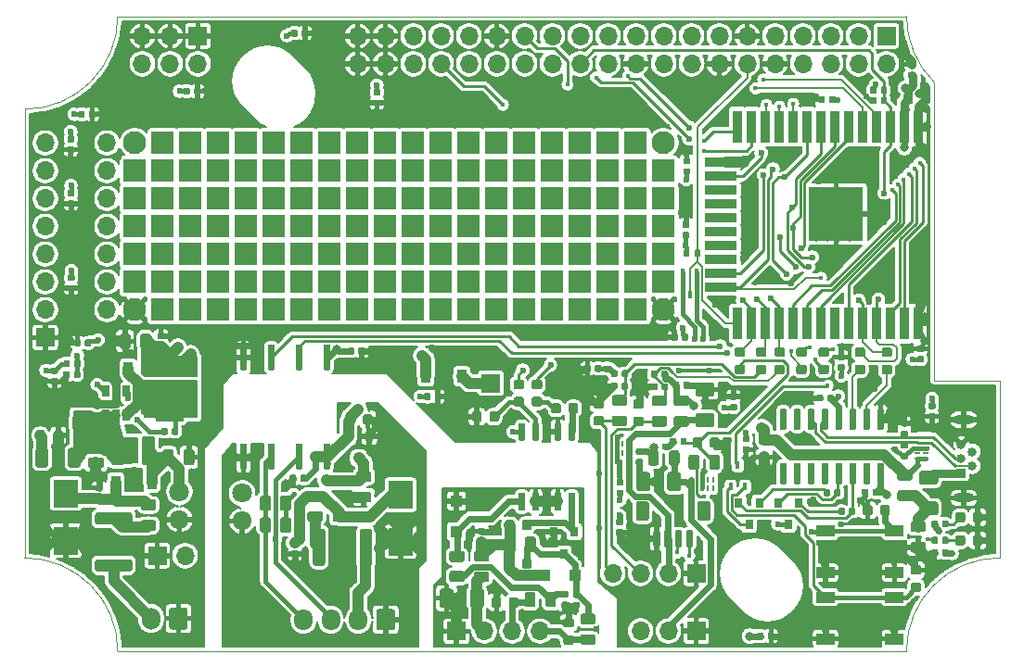
<source format=gbr>
G04 #@! TF.GenerationSoftware,KiCad,Pcbnew,5.1.5+dfsg1-2build2*
G04 #@! TF.CreationDate,2021-04-26T18:34:43+00:00*
G04 #@! TF.ProjectId,SH-ESP32,53482d45-5350-4333-922e-6b696361645f,0.3.1*
G04 #@! TF.SameCoordinates,Original*
G04 #@! TF.FileFunction,Copper,L1,Top*
G04 #@! TF.FilePolarity,Positive*
%FSLAX46Y46*%
G04 Gerber Fmt 4.6, Leading zero omitted, Abs format (unit mm)*
G04 Created by KiCad (PCBNEW 5.1.5+dfsg1-2build2) date 2021-04-26 18:34:43*
%MOMM*%
%LPD*%
G04 APERTURE LIST*
G04 #@! TA.AperFunction,Profile*
%ADD10C,0.050000*%
G04 #@! TD*
G04 #@! TA.AperFunction,SMDPad,CuDef*
%ADD11R,0.450000X0.700000*%
G04 #@! TD*
G04 #@! TA.AperFunction,ComponentPad*
%ADD12O,1.700000X1.700000*%
G04 #@! TD*
G04 #@! TA.AperFunction,ComponentPad*
%ADD13R,1.700000X1.700000*%
G04 #@! TD*
G04 #@! TA.AperFunction,SMDPad,CuDef*
%ADD14R,0.900000X3.000000*%
G04 #@! TD*
G04 #@! TA.AperFunction,SMDPad,CuDef*
%ADD15R,3.000000X0.900000*%
G04 #@! TD*
G04 #@! TA.AperFunction,SMDPad,CuDef*
%ADD16R,5.000000X5.000000*%
G04 #@! TD*
G04 #@! TA.AperFunction,SMDPad,CuDef*
%ADD17C,0.350000*%
G04 #@! TD*
G04 #@! TA.AperFunction,SMDPad,CuDef*
%ADD18R,2.500000X1.900000*%
G04 #@! TD*
G04 #@! TA.AperFunction,SMDPad,CuDef*
%ADD19R,0.900000X1.200000*%
G04 #@! TD*
G04 #@! TA.AperFunction,ComponentPad*
%ADD20O,1.700000X1.950000*%
G04 #@! TD*
G04 #@! TA.AperFunction,ComponentPad*
%ADD21C,0.350000*%
G04 #@! TD*
G04 #@! TA.AperFunction,ComponentPad*
%ADD22C,2.100000*%
G04 #@! TD*
G04 #@! TA.AperFunction,SMDPad,CuDef*
%ADD23R,1.100000X1.100000*%
G04 #@! TD*
G04 #@! TA.AperFunction,ComponentPad*
%ADD24O,1.700000X2.000000*%
G04 #@! TD*
G04 #@! TA.AperFunction,SMDPad,CuDef*
%ADD25R,1.200000X0.900000*%
G04 #@! TD*
G04 #@! TA.AperFunction,ComponentPad*
%ADD26R,0.840000X0.840000*%
G04 #@! TD*
G04 #@! TA.AperFunction,ComponentPad*
%ADD27C,0.840000*%
G04 #@! TD*
G04 #@! TA.AperFunction,ComponentPad*
%ADD28O,1.850000X0.850000*%
G04 #@! TD*
G04 #@! TA.AperFunction,SMDPad,CuDef*
%ADD29R,0.625000X0.250000*%
G04 #@! TD*
G04 #@! TA.AperFunction,SMDPad,CuDef*
%ADD30R,0.575000X0.450000*%
G04 #@! TD*
G04 #@! TA.AperFunction,SMDPad,CuDef*
%ADD31R,0.700000X0.450000*%
G04 #@! TD*
G04 #@! TA.AperFunction,SMDPad,CuDef*
%ADD32R,0.250000X0.625000*%
G04 #@! TD*
G04 #@! TA.AperFunction,SMDPad,CuDef*
%ADD33R,0.450000X0.575000*%
G04 #@! TD*
G04 #@! TA.AperFunction,ComponentPad*
%ADD34C,1.800000*%
G04 #@! TD*
G04 #@! TA.AperFunction,ComponentPad*
%ADD35O,1.800000X1.700000*%
G04 #@! TD*
G04 #@! TA.AperFunction,ComponentPad*
%ADD36R,2.100000X2.100000*%
G04 #@! TD*
G04 #@! TA.AperFunction,SMDPad,CuDef*
%ADD37R,2.300000X2.500000*%
G04 #@! TD*
G04 #@! TA.AperFunction,SMDPad,CuDef*
%ADD38R,0.800000X0.900000*%
G04 #@! TD*
G04 #@! TA.AperFunction,SMDPad,CuDef*
%ADD39R,0.650000X1.060000*%
G04 #@! TD*
G04 #@! TA.AperFunction,SMDPad,CuDef*
%ADD40R,1.700000X1.000000*%
G04 #@! TD*
G04 #@! TA.AperFunction,ViaPad*
%ADD41C,0.450000*%
G04 #@! TD*
G04 #@! TA.AperFunction,ViaPad*
%ADD42C,0.600000*%
G04 #@! TD*
G04 #@! TA.AperFunction,ViaPad*
%ADD43C,0.800000*%
G04 #@! TD*
G04 #@! TA.AperFunction,ViaPad*
%ADD44C,1.000000*%
G04 #@! TD*
G04 #@! TA.AperFunction,Conductor*
%ADD45C,0.600000*%
G04 #@! TD*
G04 #@! TA.AperFunction,Conductor*
%ADD46C,1.000000*%
G04 #@! TD*
G04 #@! TA.AperFunction,Conductor*
%ADD47C,0.400000*%
G04 #@! TD*
G04 #@! TA.AperFunction,Conductor*
%ADD48C,0.800000*%
G04 #@! TD*
G04 #@! TA.AperFunction,Conductor*
%ADD49C,0.200000*%
G04 #@! TD*
G04 #@! TA.AperFunction,Conductor*
%ADD50C,0.250000*%
G04 #@! TD*
G04 #@! TA.AperFunction,Conductor*
%ADD51C,0.261112*%
G04 #@! TD*
G04 APERTURE END LIST*
D10*
X178000000Y-90300000D02*
X178000000Y-106500000D01*
X172000000Y-90300000D02*
X172000092Y-63020889D01*
X178000000Y-90300000D02*
X172000000Y-90300000D01*
X169500000Y-115000000D02*
G75*
G02X178000000Y-106500000I8500000J0D01*
G01*
X89000000Y-106500000D02*
G75*
G02X97500000Y-115000000I0J-8500000D01*
G01*
X172000092Y-63020889D02*
G75*
G02X169500000Y-57000000I5999908J6020889D01*
G01*
X97500000Y-57000000D02*
G75*
G02X89000000Y-65500000I-8500000J0D01*
G01*
X169500000Y-115000000D02*
X97500000Y-115000000D01*
X169500000Y-57000000D02*
X97500000Y-57000000D01*
X89000000Y-65500000D02*
X89000000Y-106500000D01*
D11*
G04 #@! TO.P,D1102,3*
G04 #@! TO.N,/ESP32/EN*
X154100000Y-98000000D03*
G04 #@! TO.P,D1102,2*
G04 #@! TO.N,/RESET_KEY*
X154750000Y-100000000D03*
G04 #@! TO.P,D1102,1*
G04 #@! TO.N,/RESET_AUTO*
X153450000Y-100000000D03*
G04 #@! TD*
G04 #@! TO.P,D1101,3*
G04 #@! TO.N,/ESP32/IO0*
X149700000Y-82400000D03*
G04 #@! TO.P,D1101,2*
G04 #@! TO.N,/BOOT_AUTO*
X149050000Y-80400000D03*
G04 #@! TO.P,D1101,1*
G04 #@! TO.N,/BOOT_KEY*
X150350000Y-80400000D03*
G04 #@! TD*
D12*
G04 #@! TO.P,J202,6*
G04 #@! TO.N,+3V3*
X99740000Y-61340000D03*
G04 #@! TO.P,J202,5*
G04 #@! TO.N,GND*
X99740000Y-58800000D03*
G04 #@! TO.P,J202,4*
G04 #@! TO.N,+3V3*
X102280000Y-61340000D03*
G04 #@! TO.P,J202,3*
G04 #@! TO.N,GND*
X102280000Y-58800000D03*
G04 #@! TO.P,J202,2*
G04 #@! TO.N,+3V3*
X104820000Y-61340000D03*
D13*
G04 #@! TO.P,J202,1*
G04 #@! TO.N,GND*
X104820000Y-58800000D03*
G04 #@! TD*
D14*
G04 #@! TO.P,U201,38*
G04 #@! TO.N,GND*
X170572999Y-85080000D03*
G04 #@! TO.P,U201,37*
G04 #@! TO.N,/ESP32/IO23*
X169302999Y-85080000D03*
G04 #@! TO.P,U201,36*
G04 #@! TO.N,/ESP32/IO22*
X168032999Y-85080000D03*
G04 #@! TO.P,U201,35*
G04 #@! TO.N,/ESP32/TXD0*
X166762999Y-85080000D03*
G04 #@! TO.P,U201,34*
G04 #@! TO.N,/ESP32/RXD0*
X165492999Y-85080000D03*
G04 #@! TO.P,U201,33*
G04 #@! TO.N,/ESP32/IO21*
X164222999Y-85080000D03*
G04 #@! TO.P,U201,32*
G04 #@! TO.N,N/C*
X162952999Y-85080000D03*
G04 #@! TO.P,U201,31*
G04 #@! TO.N,/ESP32/IO19*
X161682999Y-85080000D03*
G04 #@! TO.P,U201,30*
G04 #@! TO.N,/ESP32/IO18*
X160412999Y-85080000D03*
G04 #@! TO.P,U201,29*
G04 #@! TO.N,/ESP32/IO5*
X159142999Y-85080000D03*
G04 #@! TO.P,U201,28*
G04 #@! TO.N,/ESP32/IO17*
X157872999Y-85080000D03*
G04 #@! TO.P,U201,27*
G04 #@! TO.N,/ESP32/IO16*
X156602999Y-85080000D03*
G04 #@! TO.P,U201,26*
G04 #@! TO.N,/ESP32/IO4*
X155332999Y-85080000D03*
G04 #@! TO.P,U201,25*
G04 #@! TO.N,/ESP32/IO0*
X154062999Y-85080000D03*
D15*
G04 #@! TO.P,U201,24*
G04 #@! TO.N,/LED*
X152562999Y-81795000D03*
G04 #@! TO.P,U201,23*
G04 #@! TO.N,/ESP32/IO15*
X152562999Y-80525000D03*
G04 #@! TO.P,U201,22*
G04 #@! TO.N,N/C*
X152562999Y-79255000D03*
G04 #@! TO.P,U201,21*
X152562999Y-77985000D03*
G04 #@! TO.P,U201,20*
X152562999Y-76715000D03*
G04 #@! TO.P,U201,19*
X152562999Y-75445000D03*
G04 #@! TO.P,U201,18*
X152562999Y-74175000D03*
G04 #@! TO.P,U201,17*
X152562999Y-72905000D03*
G04 #@! TO.P,U201,16*
G04 #@! TO.N,/ESP32/IO13*
X152562999Y-71635000D03*
G04 #@! TO.P,U201,15*
G04 #@! TO.N,GND*
X152562999Y-70365000D03*
D14*
G04 #@! TO.P,U201,14*
G04 #@! TO.N,/ESP32/IO12*
X154062999Y-67080000D03*
G04 #@! TO.P,U201,13*
G04 #@! TO.N,/ESP32/IO14*
X155332999Y-67080000D03*
G04 #@! TO.P,U201,12*
G04 #@! TO.N,/ESP32/IO27*
X156602999Y-67080000D03*
G04 #@! TO.P,U201,11*
G04 #@! TO.N,/ESP32/IO26*
X157872999Y-67080000D03*
G04 #@! TO.P,U201,10*
G04 #@! TO.N,/ESP32/IO25*
X159142999Y-67080000D03*
G04 #@! TO.P,U201,9*
G04 #@! TO.N,/ESP32/IO33*
X160412999Y-67080000D03*
G04 #@! TO.P,U201,8*
G04 #@! TO.N,/ESP32/IO32*
X161682999Y-67080000D03*
G04 #@! TO.P,U201,7*
G04 #@! TO.N,/ESP32/IO35*
X162952999Y-67080000D03*
G04 #@! TO.P,U201,6*
G04 #@! TO.N,/ESP32/IO34*
X164222999Y-67080000D03*
G04 #@! TO.P,U201,5*
G04 #@! TO.N,/ESP32/SENSOR_VN*
X165492999Y-67080000D03*
G04 #@! TO.P,U201,4*
G04 #@! TO.N,/ESP32/SENSOR_VP*
X166762999Y-67080000D03*
G04 #@! TO.P,U201,3*
G04 #@! TO.N,/ESP32/EN*
X168032999Y-67080000D03*
G04 #@! TO.P,U201,2*
G04 #@! TO.N,+3V3*
X169302999Y-67080000D03*
G04 #@! TO.P,U201,1*
G04 #@! TO.N,GND*
X170572999Y-67080000D03*
D16*
G04 #@! TO.P,U201,39*
X163072999Y-75080000D03*
G04 #@! TD*
G04 #@! TA.AperFunction,SMDPad,CuDef*
D17*
G04 #@! TO.P,C802,2*
G04 #@! TO.N,GND*
G36*
X152230691Y-95499053D02*
G01*
X152251926Y-95502203D01*
X152272750Y-95507419D01*
X152292962Y-95514651D01*
X152312368Y-95523830D01*
X152330781Y-95534866D01*
X152348024Y-95547654D01*
X152363930Y-95562070D01*
X152378346Y-95577976D01*
X152391134Y-95595219D01*
X152402170Y-95613632D01*
X152411349Y-95633038D01*
X152418581Y-95653250D01*
X152423797Y-95674074D01*
X152426947Y-95695309D01*
X152428000Y-95716750D01*
X152428000Y-96229250D01*
X152426947Y-96250691D01*
X152423797Y-96271926D01*
X152418581Y-96292750D01*
X152411349Y-96312962D01*
X152402170Y-96332368D01*
X152391134Y-96350781D01*
X152378346Y-96368024D01*
X152363930Y-96383930D01*
X152348024Y-96398346D01*
X152330781Y-96411134D01*
X152312368Y-96422170D01*
X152292962Y-96431349D01*
X152272750Y-96438581D01*
X152251926Y-96443797D01*
X152230691Y-96446947D01*
X152209250Y-96448000D01*
X151771750Y-96448000D01*
X151750309Y-96446947D01*
X151729074Y-96443797D01*
X151708250Y-96438581D01*
X151688038Y-96431349D01*
X151668632Y-96422170D01*
X151650219Y-96411134D01*
X151632976Y-96398346D01*
X151617070Y-96383930D01*
X151602654Y-96368024D01*
X151589866Y-96350781D01*
X151578830Y-96332368D01*
X151569651Y-96312962D01*
X151562419Y-96292750D01*
X151557203Y-96271926D01*
X151554053Y-96250691D01*
X151553000Y-96229250D01*
X151553000Y-95716750D01*
X151554053Y-95695309D01*
X151557203Y-95674074D01*
X151562419Y-95653250D01*
X151569651Y-95633038D01*
X151578830Y-95613632D01*
X151589866Y-95595219D01*
X151602654Y-95577976D01*
X151617070Y-95562070D01*
X151632976Y-95547654D01*
X151650219Y-95534866D01*
X151668632Y-95523830D01*
X151688038Y-95514651D01*
X151708250Y-95507419D01*
X151729074Y-95502203D01*
X151750309Y-95499053D01*
X151771750Y-95498000D01*
X152209250Y-95498000D01*
X152230691Y-95499053D01*
G37*
G04 #@! TD.AperFunction*
G04 #@! TA.AperFunction,SMDPad,CuDef*
G04 #@! TO.P,C802,1*
G04 #@! TO.N,/DQ*
G36*
X150655691Y-95499053D02*
G01*
X150676926Y-95502203D01*
X150697750Y-95507419D01*
X150717962Y-95514651D01*
X150737368Y-95523830D01*
X150755781Y-95534866D01*
X150773024Y-95547654D01*
X150788930Y-95562070D01*
X150803346Y-95577976D01*
X150816134Y-95595219D01*
X150827170Y-95613632D01*
X150836349Y-95633038D01*
X150843581Y-95653250D01*
X150848797Y-95674074D01*
X150851947Y-95695309D01*
X150853000Y-95716750D01*
X150853000Y-96229250D01*
X150851947Y-96250691D01*
X150848797Y-96271926D01*
X150843581Y-96292750D01*
X150836349Y-96312962D01*
X150827170Y-96332368D01*
X150816134Y-96350781D01*
X150803346Y-96368024D01*
X150788930Y-96383930D01*
X150773024Y-96398346D01*
X150755781Y-96411134D01*
X150737368Y-96422170D01*
X150717962Y-96431349D01*
X150697750Y-96438581D01*
X150676926Y-96443797D01*
X150655691Y-96446947D01*
X150634250Y-96448000D01*
X150196750Y-96448000D01*
X150175309Y-96446947D01*
X150154074Y-96443797D01*
X150133250Y-96438581D01*
X150113038Y-96431349D01*
X150093632Y-96422170D01*
X150075219Y-96411134D01*
X150057976Y-96398346D01*
X150042070Y-96383930D01*
X150027654Y-96368024D01*
X150014866Y-96350781D01*
X150003830Y-96332368D01*
X149994651Y-96312962D01*
X149987419Y-96292750D01*
X149982203Y-96271926D01*
X149979053Y-96250691D01*
X149978000Y-96229250D01*
X149978000Y-95716750D01*
X149979053Y-95695309D01*
X149982203Y-95674074D01*
X149987419Y-95653250D01*
X149994651Y-95633038D01*
X150003830Y-95613632D01*
X150014866Y-95595219D01*
X150027654Y-95577976D01*
X150042070Y-95562070D01*
X150057976Y-95547654D01*
X150075219Y-95534866D01*
X150093632Y-95523830D01*
X150113038Y-95514651D01*
X150133250Y-95507419D01*
X150154074Y-95502203D01*
X150175309Y-95499053D01*
X150196750Y-95498000D01*
X150634250Y-95498000D01*
X150655691Y-95499053D01*
G37*
G04 #@! TD.AperFunction*
G04 #@! TD*
D18*
G04 #@! TO.P,L301,2*
G04 #@! TO.N,+3V3*
X102200000Y-89000000D03*
G04 #@! TO.P,L301,1*
G04 #@! TO.N,/Power input/SW*
X102200000Y-93100000D03*
G04 #@! TD*
G04 #@! TA.AperFunction,SMDPad,CuDef*
D17*
G04 #@! TO.P,R304,2*
G04 #@! TO.N,Net-(C308-Pad2)*
G36*
X90644603Y-94825963D02*
G01*
X90664018Y-94828843D01*
X90683057Y-94833612D01*
X90701537Y-94840224D01*
X90719279Y-94848616D01*
X90736114Y-94858706D01*
X90751879Y-94870398D01*
X90766421Y-94883579D01*
X90779602Y-94898121D01*
X90791294Y-94913886D01*
X90801384Y-94930721D01*
X90809776Y-94948463D01*
X90816388Y-94966943D01*
X90821157Y-94985982D01*
X90824037Y-95005397D01*
X90825000Y-95025000D01*
X90825000Y-95575000D01*
X90824037Y-95594603D01*
X90821157Y-95614018D01*
X90816388Y-95633057D01*
X90809776Y-95651537D01*
X90801384Y-95669279D01*
X90791294Y-95686114D01*
X90779602Y-95701879D01*
X90766421Y-95716421D01*
X90751879Y-95729602D01*
X90736114Y-95741294D01*
X90719279Y-95751384D01*
X90701537Y-95759776D01*
X90683057Y-95766388D01*
X90664018Y-95771157D01*
X90644603Y-95774037D01*
X90625000Y-95775000D01*
X90225000Y-95775000D01*
X90205397Y-95774037D01*
X90185982Y-95771157D01*
X90166943Y-95766388D01*
X90148463Y-95759776D01*
X90130721Y-95751384D01*
X90113886Y-95741294D01*
X90098121Y-95729602D01*
X90083579Y-95716421D01*
X90070398Y-95701879D01*
X90058706Y-95686114D01*
X90048616Y-95669279D01*
X90040224Y-95651537D01*
X90033612Y-95633057D01*
X90028843Y-95614018D01*
X90025963Y-95594603D01*
X90025000Y-95575000D01*
X90025000Y-95025000D01*
X90025963Y-95005397D01*
X90028843Y-94985982D01*
X90033612Y-94966943D01*
X90040224Y-94948463D01*
X90048616Y-94930721D01*
X90058706Y-94913886D01*
X90070398Y-94898121D01*
X90083579Y-94883579D01*
X90098121Y-94870398D01*
X90113886Y-94858706D01*
X90130721Y-94848616D01*
X90148463Y-94840224D01*
X90166943Y-94833612D01*
X90185982Y-94828843D01*
X90205397Y-94825963D01*
X90225000Y-94825000D01*
X90625000Y-94825000D01*
X90644603Y-94825963D01*
G37*
G04 #@! TD.AperFunction*
G04 #@! TA.AperFunction,SMDPad,CuDef*
G04 #@! TO.P,R304,1*
G04 #@! TO.N,GND*
G36*
X92294603Y-94825963D02*
G01*
X92314018Y-94828843D01*
X92333057Y-94833612D01*
X92351537Y-94840224D01*
X92369279Y-94848616D01*
X92386114Y-94858706D01*
X92401879Y-94870398D01*
X92416421Y-94883579D01*
X92429602Y-94898121D01*
X92441294Y-94913886D01*
X92451384Y-94930721D01*
X92459776Y-94948463D01*
X92466388Y-94966943D01*
X92471157Y-94985982D01*
X92474037Y-95005397D01*
X92475000Y-95025000D01*
X92475000Y-95575000D01*
X92474037Y-95594603D01*
X92471157Y-95614018D01*
X92466388Y-95633057D01*
X92459776Y-95651537D01*
X92451384Y-95669279D01*
X92441294Y-95686114D01*
X92429602Y-95701879D01*
X92416421Y-95716421D01*
X92401879Y-95729602D01*
X92386114Y-95741294D01*
X92369279Y-95751384D01*
X92351537Y-95759776D01*
X92333057Y-95766388D01*
X92314018Y-95771157D01*
X92294603Y-95774037D01*
X92275000Y-95775000D01*
X91875000Y-95775000D01*
X91855397Y-95774037D01*
X91835982Y-95771157D01*
X91816943Y-95766388D01*
X91798463Y-95759776D01*
X91780721Y-95751384D01*
X91763886Y-95741294D01*
X91748121Y-95729602D01*
X91733579Y-95716421D01*
X91720398Y-95701879D01*
X91708706Y-95686114D01*
X91698616Y-95669279D01*
X91690224Y-95651537D01*
X91683612Y-95633057D01*
X91678843Y-95614018D01*
X91675963Y-95594603D01*
X91675000Y-95575000D01*
X91675000Y-95025000D01*
X91675963Y-95005397D01*
X91678843Y-94985982D01*
X91683612Y-94966943D01*
X91690224Y-94948463D01*
X91698616Y-94930721D01*
X91708706Y-94913886D01*
X91720398Y-94898121D01*
X91733579Y-94883579D01*
X91748121Y-94870398D01*
X91763886Y-94858706D01*
X91780721Y-94848616D01*
X91798463Y-94840224D01*
X91816943Y-94833612D01*
X91835982Y-94828843D01*
X91855397Y-94825963D01*
X91875000Y-94825000D01*
X92275000Y-94825000D01*
X92294603Y-94825963D01*
G37*
G04 #@! TD.AperFunction*
G04 #@! TD*
G04 #@! TA.AperFunction,SMDPad,CuDef*
G04 #@! TO.P,L302,2*
G04 #@! TO.N,/Power input/IN*
G36*
X97899504Y-95376204D02*
G01*
X97923773Y-95379804D01*
X97947571Y-95385765D01*
X97970671Y-95394030D01*
X97992849Y-95404520D01*
X98013893Y-95417133D01*
X98033598Y-95431747D01*
X98051777Y-95448223D01*
X98068253Y-95466402D01*
X98082867Y-95486107D01*
X98095480Y-95507151D01*
X98105970Y-95529329D01*
X98114235Y-95552429D01*
X98120196Y-95576227D01*
X98123796Y-95600496D01*
X98125000Y-95625000D01*
X98125000Y-97775000D01*
X98123796Y-97799504D01*
X98120196Y-97823773D01*
X98114235Y-97847571D01*
X98105970Y-97870671D01*
X98095480Y-97892849D01*
X98082867Y-97913893D01*
X98068253Y-97933598D01*
X98051777Y-97951777D01*
X98033598Y-97968253D01*
X98013893Y-97982867D01*
X97992849Y-97995480D01*
X97970671Y-98005970D01*
X97947571Y-98014235D01*
X97923773Y-98020196D01*
X97899504Y-98023796D01*
X97875000Y-98025000D01*
X97125000Y-98025000D01*
X97100496Y-98023796D01*
X97076227Y-98020196D01*
X97052429Y-98014235D01*
X97029329Y-98005970D01*
X97007151Y-97995480D01*
X96986107Y-97982867D01*
X96966402Y-97968253D01*
X96948223Y-97951777D01*
X96931747Y-97933598D01*
X96917133Y-97913893D01*
X96904520Y-97892849D01*
X96894030Y-97870671D01*
X96885765Y-97847571D01*
X96879804Y-97823773D01*
X96876204Y-97799504D01*
X96875000Y-97775000D01*
X96875000Y-95625000D01*
X96876204Y-95600496D01*
X96879804Y-95576227D01*
X96885765Y-95552429D01*
X96894030Y-95529329D01*
X96904520Y-95507151D01*
X96917133Y-95486107D01*
X96931747Y-95466402D01*
X96948223Y-95448223D01*
X96966402Y-95431747D01*
X96986107Y-95417133D01*
X97007151Y-95404520D01*
X97029329Y-95394030D01*
X97052429Y-95385765D01*
X97076227Y-95379804D01*
X97100496Y-95376204D01*
X97125000Y-95375000D01*
X97875000Y-95375000D01*
X97899504Y-95376204D01*
G37*
G04 #@! TD.AperFunction*
G04 #@! TA.AperFunction,SMDPad,CuDef*
G04 #@! TO.P,L302,1*
G04 #@! TO.N,/Power input/Vin_protected*
G36*
X100699504Y-95376204D02*
G01*
X100723773Y-95379804D01*
X100747571Y-95385765D01*
X100770671Y-95394030D01*
X100792849Y-95404520D01*
X100813893Y-95417133D01*
X100833598Y-95431747D01*
X100851777Y-95448223D01*
X100868253Y-95466402D01*
X100882867Y-95486107D01*
X100895480Y-95507151D01*
X100905970Y-95529329D01*
X100914235Y-95552429D01*
X100920196Y-95576227D01*
X100923796Y-95600496D01*
X100925000Y-95625000D01*
X100925000Y-97775000D01*
X100923796Y-97799504D01*
X100920196Y-97823773D01*
X100914235Y-97847571D01*
X100905970Y-97870671D01*
X100895480Y-97892849D01*
X100882867Y-97913893D01*
X100868253Y-97933598D01*
X100851777Y-97951777D01*
X100833598Y-97968253D01*
X100813893Y-97982867D01*
X100792849Y-97995480D01*
X100770671Y-98005970D01*
X100747571Y-98014235D01*
X100723773Y-98020196D01*
X100699504Y-98023796D01*
X100675000Y-98025000D01*
X99925000Y-98025000D01*
X99900496Y-98023796D01*
X99876227Y-98020196D01*
X99852429Y-98014235D01*
X99829329Y-98005970D01*
X99807151Y-97995480D01*
X99786107Y-97982867D01*
X99766402Y-97968253D01*
X99748223Y-97951777D01*
X99731747Y-97933598D01*
X99717133Y-97913893D01*
X99704520Y-97892849D01*
X99694030Y-97870671D01*
X99685765Y-97847571D01*
X99679804Y-97823773D01*
X99676204Y-97799504D01*
X99675000Y-97775000D01*
X99675000Y-95625000D01*
X99676204Y-95600496D01*
X99679804Y-95576227D01*
X99685765Y-95552429D01*
X99694030Y-95529329D01*
X99704520Y-95507151D01*
X99717133Y-95486107D01*
X99731747Y-95466402D01*
X99748223Y-95448223D01*
X99766402Y-95431747D01*
X99786107Y-95417133D01*
X99807151Y-95404520D01*
X99829329Y-95394030D01*
X99852429Y-95385765D01*
X99876227Y-95379804D01*
X99900496Y-95376204D01*
X99925000Y-95375000D01*
X100675000Y-95375000D01*
X100699504Y-95376204D01*
G37*
G04 #@! TD.AperFunction*
G04 #@! TD*
G04 #@! TA.AperFunction,SMDPad,CuDef*
G04 #@! TO.P,C308,2*
G04 #@! TO.N,Net-(C308-Pad2)*
G36*
X90924505Y-96451204D02*
G01*
X90948773Y-96454804D01*
X90972572Y-96460765D01*
X90995671Y-96469030D01*
X91017850Y-96479520D01*
X91038893Y-96492132D01*
X91058599Y-96506747D01*
X91076777Y-96523223D01*
X91093253Y-96541401D01*
X91107868Y-96561107D01*
X91120480Y-96582150D01*
X91130970Y-96604329D01*
X91139235Y-96627428D01*
X91145196Y-96651227D01*
X91148796Y-96675495D01*
X91150000Y-96699999D01*
X91150000Y-98000001D01*
X91148796Y-98024505D01*
X91145196Y-98048773D01*
X91139235Y-98072572D01*
X91130970Y-98095671D01*
X91120480Y-98117850D01*
X91107868Y-98138893D01*
X91093253Y-98158599D01*
X91076777Y-98176777D01*
X91058599Y-98193253D01*
X91038893Y-98207868D01*
X91017850Y-98220480D01*
X90995671Y-98230970D01*
X90972572Y-98239235D01*
X90948773Y-98245196D01*
X90924505Y-98248796D01*
X90900001Y-98250000D01*
X90249999Y-98250000D01*
X90225495Y-98248796D01*
X90201227Y-98245196D01*
X90177428Y-98239235D01*
X90154329Y-98230970D01*
X90132150Y-98220480D01*
X90111107Y-98207868D01*
X90091401Y-98193253D01*
X90073223Y-98176777D01*
X90056747Y-98158599D01*
X90042132Y-98138893D01*
X90029520Y-98117850D01*
X90019030Y-98095671D01*
X90010765Y-98072572D01*
X90004804Y-98048773D01*
X90001204Y-98024505D01*
X90000000Y-98000001D01*
X90000000Y-96699999D01*
X90001204Y-96675495D01*
X90004804Y-96651227D01*
X90010765Y-96627428D01*
X90019030Y-96604329D01*
X90029520Y-96582150D01*
X90042132Y-96561107D01*
X90056747Y-96541401D01*
X90073223Y-96523223D01*
X90091401Y-96506747D01*
X90111107Y-96492132D01*
X90132150Y-96479520D01*
X90154329Y-96469030D01*
X90177428Y-96460765D01*
X90201227Y-96454804D01*
X90225495Y-96451204D01*
X90249999Y-96450000D01*
X90900001Y-96450000D01*
X90924505Y-96451204D01*
G37*
G04 #@! TD.AperFunction*
G04 #@! TA.AperFunction,SMDPad,CuDef*
G04 #@! TO.P,C308,1*
G04 #@! TO.N,/Power input/IN*
G36*
X93874505Y-96451204D02*
G01*
X93898773Y-96454804D01*
X93922572Y-96460765D01*
X93945671Y-96469030D01*
X93967850Y-96479520D01*
X93988893Y-96492132D01*
X94008599Y-96506747D01*
X94026777Y-96523223D01*
X94043253Y-96541401D01*
X94057868Y-96561107D01*
X94070480Y-96582150D01*
X94080970Y-96604329D01*
X94089235Y-96627428D01*
X94095196Y-96651227D01*
X94098796Y-96675495D01*
X94100000Y-96699999D01*
X94100000Y-98000001D01*
X94098796Y-98024505D01*
X94095196Y-98048773D01*
X94089235Y-98072572D01*
X94080970Y-98095671D01*
X94070480Y-98117850D01*
X94057868Y-98138893D01*
X94043253Y-98158599D01*
X94026777Y-98176777D01*
X94008599Y-98193253D01*
X93988893Y-98207868D01*
X93967850Y-98220480D01*
X93945671Y-98230970D01*
X93922572Y-98239235D01*
X93898773Y-98245196D01*
X93874505Y-98248796D01*
X93850001Y-98250000D01*
X93199999Y-98250000D01*
X93175495Y-98248796D01*
X93151227Y-98245196D01*
X93127428Y-98239235D01*
X93104329Y-98230970D01*
X93082150Y-98220480D01*
X93061107Y-98207868D01*
X93041401Y-98193253D01*
X93023223Y-98176777D01*
X93006747Y-98158599D01*
X92992132Y-98138893D01*
X92979520Y-98117850D01*
X92969030Y-98095671D01*
X92960765Y-98072572D01*
X92954804Y-98048773D01*
X92951204Y-98024505D01*
X92950000Y-98000001D01*
X92950000Y-96699999D01*
X92951204Y-96675495D01*
X92954804Y-96651227D01*
X92960765Y-96627428D01*
X92969030Y-96604329D01*
X92979520Y-96582150D01*
X92992132Y-96561107D01*
X93006747Y-96541401D01*
X93023223Y-96523223D01*
X93041401Y-96506747D01*
X93061107Y-96492132D01*
X93082150Y-96479520D01*
X93104329Y-96469030D01*
X93127428Y-96460765D01*
X93151227Y-96454804D01*
X93175495Y-96451204D01*
X93199999Y-96450000D01*
X93850001Y-96450000D01*
X93874505Y-96451204D01*
G37*
G04 #@! TD.AperFunction*
G04 #@! TD*
G04 #@! TA.AperFunction,SMDPad,CuDef*
G04 #@! TO.P,C307,2*
G04 #@! TO.N,/Power input/IN*
G36*
X95999504Y-95401204D02*
G01*
X96023773Y-95404804D01*
X96047571Y-95410765D01*
X96070671Y-95419030D01*
X96092849Y-95429520D01*
X96113893Y-95442133D01*
X96133598Y-95456747D01*
X96151777Y-95473223D01*
X96168253Y-95491402D01*
X96182867Y-95511107D01*
X96195480Y-95532151D01*
X96205970Y-95554329D01*
X96214235Y-95577429D01*
X96220196Y-95601227D01*
X96223796Y-95625496D01*
X96225000Y-95650000D01*
X96225000Y-96150000D01*
X96223796Y-96174504D01*
X96220196Y-96198773D01*
X96214235Y-96222571D01*
X96205970Y-96245671D01*
X96195480Y-96267849D01*
X96182867Y-96288893D01*
X96168253Y-96308598D01*
X96151777Y-96326777D01*
X96133598Y-96343253D01*
X96113893Y-96357867D01*
X96092849Y-96370480D01*
X96070671Y-96380970D01*
X96047571Y-96389235D01*
X96023773Y-96395196D01*
X95999504Y-96398796D01*
X95975000Y-96400000D01*
X95025000Y-96400000D01*
X95000496Y-96398796D01*
X94976227Y-96395196D01*
X94952429Y-96389235D01*
X94929329Y-96380970D01*
X94907151Y-96370480D01*
X94886107Y-96357867D01*
X94866402Y-96343253D01*
X94848223Y-96326777D01*
X94831747Y-96308598D01*
X94817133Y-96288893D01*
X94804520Y-96267849D01*
X94794030Y-96245671D01*
X94785765Y-96222571D01*
X94779804Y-96198773D01*
X94776204Y-96174504D01*
X94775000Y-96150000D01*
X94775000Y-95650000D01*
X94776204Y-95625496D01*
X94779804Y-95601227D01*
X94785765Y-95577429D01*
X94794030Y-95554329D01*
X94804520Y-95532151D01*
X94817133Y-95511107D01*
X94831747Y-95491402D01*
X94848223Y-95473223D01*
X94866402Y-95456747D01*
X94886107Y-95442133D01*
X94907151Y-95429520D01*
X94929329Y-95419030D01*
X94952429Y-95410765D01*
X94976227Y-95404804D01*
X95000496Y-95401204D01*
X95025000Y-95400000D01*
X95975000Y-95400000D01*
X95999504Y-95401204D01*
G37*
G04 #@! TD.AperFunction*
G04 #@! TA.AperFunction,SMDPad,CuDef*
G04 #@! TO.P,C307,1*
G04 #@! TO.N,GND*
G36*
X95999504Y-97301204D02*
G01*
X96023773Y-97304804D01*
X96047571Y-97310765D01*
X96070671Y-97319030D01*
X96092849Y-97329520D01*
X96113893Y-97342133D01*
X96133598Y-97356747D01*
X96151777Y-97373223D01*
X96168253Y-97391402D01*
X96182867Y-97411107D01*
X96195480Y-97432151D01*
X96205970Y-97454329D01*
X96214235Y-97477429D01*
X96220196Y-97501227D01*
X96223796Y-97525496D01*
X96225000Y-97550000D01*
X96225000Y-98050000D01*
X96223796Y-98074504D01*
X96220196Y-98098773D01*
X96214235Y-98122571D01*
X96205970Y-98145671D01*
X96195480Y-98167849D01*
X96182867Y-98188893D01*
X96168253Y-98208598D01*
X96151777Y-98226777D01*
X96133598Y-98243253D01*
X96113893Y-98257867D01*
X96092849Y-98270480D01*
X96070671Y-98280970D01*
X96047571Y-98289235D01*
X96023773Y-98295196D01*
X95999504Y-98298796D01*
X95975000Y-98300000D01*
X95025000Y-98300000D01*
X95000496Y-98298796D01*
X94976227Y-98295196D01*
X94952429Y-98289235D01*
X94929329Y-98280970D01*
X94907151Y-98270480D01*
X94886107Y-98257867D01*
X94866402Y-98243253D01*
X94848223Y-98226777D01*
X94831747Y-98208598D01*
X94817133Y-98188893D01*
X94804520Y-98167849D01*
X94794030Y-98145671D01*
X94785765Y-98122571D01*
X94779804Y-98098773D01*
X94776204Y-98074504D01*
X94775000Y-98050000D01*
X94775000Y-97550000D01*
X94776204Y-97525496D01*
X94779804Y-97501227D01*
X94785765Y-97477429D01*
X94794030Y-97454329D01*
X94804520Y-97432151D01*
X94817133Y-97411107D01*
X94831747Y-97391402D01*
X94848223Y-97373223D01*
X94866402Y-97356747D01*
X94886107Y-97342133D01*
X94907151Y-97329520D01*
X94929329Y-97319030D01*
X94952429Y-97310765D01*
X94976227Y-97304804D01*
X95000496Y-97301204D01*
X95025000Y-97300000D01*
X95975000Y-97300000D01*
X95999504Y-97301204D01*
G37*
G04 #@! TD.AperFunction*
G04 #@! TD*
G04 #@! TA.AperFunction,SMDPad,CuDef*
G04 #@! TO.P,C306,2*
G04 #@! TO.N,/Power input/Vin_protected*
G36*
X102374504Y-96576204D02*
G01*
X102398773Y-96579804D01*
X102422571Y-96585765D01*
X102445671Y-96594030D01*
X102467849Y-96604520D01*
X102488893Y-96617133D01*
X102508598Y-96631747D01*
X102526777Y-96648223D01*
X102543253Y-96666402D01*
X102557867Y-96686107D01*
X102570480Y-96707151D01*
X102580970Y-96729329D01*
X102589235Y-96752429D01*
X102595196Y-96776227D01*
X102598796Y-96800496D01*
X102600000Y-96825000D01*
X102600000Y-97775000D01*
X102598796Y-97799504D01*
X102595196Y-97823773D01*
X102589235Y-97847571D01*
X102580970Y-97870671D01*
X102570480Y-97892849D01*
X102557867Y-97913893D01*
X102543253Y-97933598D01*
X102526777Y-97951777D01*
X102508598Y-97968253D01*
X102488893Y-97982867D01*
X102467849Y-97995480D01*
X102445671Y-98005970D01*
X102422571Y-98014235D01*
X102398773Y-98020196D01*
X102374504Y-98023796D01*
X102350000Y-98025000D01*
X101850000Y-98025000D01*
X101825496Y-98023796D01*
X101801227Y-98020196D01*
X101777429Y-98014235D01*
X101754329Y-98005970D01*
X101732151Y-97995480D01*
X101711107Y-97982867D01*
X101691402Y-97968253D01*
X101673223Y-97951777D01*
X101656747Y-97933598D01*
X101642133Y-97913893D01*
X101629520Y-97892849D01*
X101619030Y-97870671D01*
X101610765Y-97847571D01*
X101604804Y-97823773D01*
X101601204Y-97799504D01*
X101600000Y-97775000D01*
X101600000Y-96825000D01*
X101601204Y-96800496D01*
X101604804Y-96776227D01*
X101610765Y-96752429D01*
X101619030Y-96729329D01*
X101629520Y-96707151D01*
X101642133Y-96686107D01*
X101656747Y-96666402D01*
X101673223Y-96648223D01*
X101691402Y-96631747D01*
X101711107Y-96617133D01*
X101732151Y-96604520D01*
X101754329Y-96594030D01*
X101777429Y-96585765D01*
X101801227Y-96579804D01*
X101825496Y-96576204D01*
X101850000Y-96575000D01*
X102350000Y-96575000D01*
X102374504Y-96576204D01*
G37*
G04 #@! TD.AperFunction*
G04 #@! TA.AperFunction,SMDPad,CuDef*
G04 #@! TO.P,C306,1*
G04 #@! TO.N,GND*
G36*
X104274504Y-96576204D02*
G01*
X104298773Y-96579804D01*
X104322571Y-96585765D01*
X104345671Y-96594030D01*
X104367849Y-96604520D01*
X104388893Y-96617133D01*
X104408598Y-96631747D01*
X104426777Y-96648223D01*
X104443253Y-96666402D01*
X104457867Y-96686107D01*
X104470480Y-96707151D01*
X104480970Y-96729329D01*
X104489235Y-96752429D01*
X104495196Y-96776227D01*
X104498796Y-96800496D01*
X104500000Y-96825000D01*
X104500000Y-97775000D01*
X104498796Y-97799504D01*
X104495196Y-97823773D01*
X104489235Y-97847571D01*
X104480970Y-97870671D01*
X104470480Y-97892849D01*
X104457867Y-97913893D01*
X104443253Y-97933598D01*
X104426777Y-97951777D01*
X104408598Y-97968253D01*
X104388893Y-97982867D01*
X104367849Y-97995480D01*
X104345671Y-98005970D01*
X104322571Y-98014235D01*
X104298773Y-98020196D01*
X104274504Y-98023796D01*
X104250000Y-98025000D01*
X103750000Y-98025000D01*
X103725496Y-98023796D01*
X103701227Y-98020196D01*
X103677429Y-98014235D01*
X103654329Y-98005970D01*
X103632151Y-97995480D01*
X103611107Y-97982867D01*
X103591402Y-97968253D01*
X103573223Y-97951777D01*
X103556747Y-97933598D01*
X103542133Y-97913893D01*
X103529520Y-97892849D01*
X103519030Y-97870671D01*
X103510765Y-97847571D01*
X103504804Y-97823773D01*
X103501204Y-97799504D01*
X103500000Y-97775000D01*
X103500000Y-96825000D01*
X103501204Y-96800496D01*
X103504804Y-96776227D01*
X103510765Y-96752429D01*
X103519030Y-96729329D01*
X103529520Y-96707151D01*
X103542133Y-96686107D01*
X103556747Y-96666402D01*
X103573223Y-96648223D01*
X103591402Y-96631747D01*
X103611107Y-96617133D01*
X103632151Y-96604520D01*
X103654329Y-96594030D01*
X103677429Y-96585765D01*
X103701227Y-96579804D01*
X103725496Y-96576204D01*
X103750000Y-96575000D01*
X104250000Y-96575000D01*
X104274504Y-96576204D01*
G37*
G04 #@! TD.AperFunction*
G04 #@! TD*
G04 #@! TA.AperFunction,SMDPad,CuDef*
G04 #@! TO.P,F301,2*
G04 #@! TO.N,/Power input/Vin*
G36*
X98594507Y-106626204D02*
G01*
X98618775Y-106629804D01*
X98642573Y-106635765D01*
X98665673Y-106644030D01*
X98687851Y-106654519D01*
X98708894Y-106667132D01*
X98728599Y-106681747D01*
X98746778Y-106698222D01*
X98763253Y-106716401D01*
X98777868Y-106736106D01*
X98790481Y-106757149D01*
X98800970Y-106779327D01*
X98809235Y-106802427D01*
X98815196Y-106826225D01*
X98818796Y-106850493D01*
X98820000Y-106874997D01*
X98820000Y-107500003D01*
X98818796Y-107524507D01*
X98815196Y-107548775D01*
X98809235Y-107572573D01*
X98800970Y-107595673D01*
X98790481Y-107617851D01*
X98777868Y-107638894D01*
X98763253Y-107658599D01*
X98746778Y-107676778D01*
X98728599Y-107693253D01*
X98708894Y-107707868D01*
X98687851Y-107720481D01*
X98665673Y-107730970D01*
X98642573Y-107739235D01*
X98618775Y-107745196D01*
X98594507Y-107748796D01*
X98570003Y-107750000D01*
X95669997Y-107750000D01*
X95645493Y-107748796D01*
X95621225Y-107745196D01*
X95597427Y-107739235D01*
X95574327Y-107730970D01*
X95552149Y-107720481D01*
X95531106Y-107707868D01*
X95511401Y-107693253D01*
X95493222Y-107676778D01*
X95476747Y-107658599D01*
X95462132Y-107638894D01*
X95449519Y-107617851D01*
X95439030Y-107595673D01*
X95430765Y-107572573D01*
X95424804Y-107548775D01*
X95421204Y-107524507D01*
X95420000Y-107500003D01*
X95420000Y-106874997D01*
X95421204Y-106850493D01*
X95424804Y-106826225D01*
X95430765Y-106802427D01*
X95439030Y-106779327D01*
X95449519Y-106757149D01*
X95462132Y-106736106D01*
X95476747Y-106716401D01*
X95493222Y-106698222D01*
X95511401Y-106681747D01*
X95531106Y-106667132D01*
X95552149Y-106654519D01*
X95574327Y-106644030D01*
X95597427Y-106635765D01*
X95621225Y-106629804D01*
X95645493Y-106626204D01*
X95669997Y-106625000D01*
X98570003Y-106625000D01*
X98594507Y-106626204D01*
G37*
G04 #@! TD.AperFunction*
G04 #@! TA.AperFunction,SMDPad,CuDef*
G04 #@! TO.P,F301,1*
G04 #@! TO.N,Net-(F301-Pad1)*
G36*
X98594507Y-102351204D02*
G01*
X98618775Y-102354804D01*
X98642573Y-102360765D01*
X98665673Y-102369030D01*
X98687851Y-102379519D01*
X98708894Y-102392132D01*
X98728599Y-102406747D01*
X98746778Y-102423222D01*
X98763253Y-102441401D01*
X98777868Y-102461106D01*
X98790481Y-102482149D01*
X98800970Y-102504327D01*
X98809235Y-102527427D01*
X98815196Y-102551225D01*
X98818796Y-102575493D01*
X98820000Y-102599997D01*
X98820000Y-103225003D01*
X98818796Y-103249507D01*
X98815196Y-103273775D01*
X98809235Y-103297573D01*
X98800970Y-103320673D01*
X98790481Y-103342851D01*
X98777868Y-103363894D01*
X98763253Y-103383599D01*
X98746778Y-103401778D01*
X98728599Y-103418253D01*
X98708894Y-103432868D01*
X98687851Y-103445481D01*
X98665673Y-103455970D01*
X98642573Y-103464235D01*
X98618775Y-103470196D01*
X98594507Y-103473796D01*
X98570003Y-103475000D01*
X95669997Y-103475000D01*
X95645493Y-103473796D01*
X95621225Y-103470196D01*
X95597427Y-103464235D01*
X95574327Y-103455970D01*
X95552149Y-103445481D01*
X95531106Y-103432868D01*
X95511401Y-103418253D01*
X95493222Y-103401778D01*
X95476747Y-103383599D01*
X95462132Y-103363894D01*
X95449519Y-103342851D01*
X95439030Y-103320673D01*
X95430765Y-103297573D01*
X95424804Y-103273775D01*
X95421204Y-103249507D01*
X95420000Y-103225003D01*
X95420000Y-102599997D01*
X95421204Y-102575493D01*
X95424804Y-102551225D01*
X95430765Y-102527427D01*
X95439030Y-102504327D01*
X95449519Y-102482149D01*
X95462132Y-102461106D01*
X95476747Y-102441401D01*
X95493222Y-102423222D01*
X95511401Y-102406747D01*
X95531106Y-102392132D01*
X95552149Y-102379519D01*
X95574327Y-102369030D01*
X95597427Y-102360765D01*
X95621225Y-102354804D01*
X95645493Y-102351204D01*
X95669997Y-102350000D01*
X98570003Y-102350000D01*
X98594507Y-102351204D01*
G37*
G04 #@! TD.AperFunction*
G04 #@! TD*
G04 #@! TA.AperFunction,SMDPad,CuDef*
G04 #@! TO.P,F601,2*
G04 #@! TO.N,/CAN bus/CAN_12V*
G36*
X120474507Y-103831204D02*
G01*
X120498775Y-103834804D01*
X120522573Y-103840765D01*
X120545673Y-103849030D01*
X120567851Y-103859519D01*
X120588894Y-103872132D01*
X120608599Y-103886747D01*
X120626778Y-103903222D01*
X120643253Y-103921401D01*
X120657868Y-103941106D01*
X120670481Y-103962149D01*
X120680970Y-103984327D01*
X120689235Y-104007427D01*
X120695196Y-104031225D01*
X120698796Y-104055493D01*
X120700000Y-104079997D01*
X120700000Y-106980003D01*
X120698796Y-107004507D01*
X120695196Y-107028775D01*
X120689235Y-107052573D01*
X120680970Y-107075673D01*
X120670481Y-107097851D01*
X120657868Y-107118894D01*
X120643253Y-107138599D01*
X120626778Y-107156778D01*
X120608599Y-107173253D01*
X120588894Y-107187868D01*
X120567851Y-107200481D01*
X120545673Y-107210970D01*
X120522573Y-107219235D01*
X120498775Y-107225196D01*
X120474507Y-107228796D01*
X120450003Y-107230000D01*
X119824997Y-107230000D01*
X119800493Y-107228796D01*
X119776225Y-107225196D01*
X119752427Y-107219235D01*
X119729327Y-107210970D01*
X119707149Y-107200481D01*
X119686106Y-107187868D01*
X119666401Y-107173253D01*
X119648222Y-107156778D01*
X119631747Y-107138599D01*
X119617132Y-107118894D01*
X119604519Y-107097851D01*
X119594030Y-107075673D01*
X119585765Y-107052573D01*
X119579804Y-107028775D01*
X119576204Y-107004507D01*
X119575000Y-106980003D01*
X119575000Y-104079997D01*
X119576204Y-104055493D01*
X119579804Y-104031225D01*
X119585765Y-104007427D01*
X119594030Y-103984327D01*
X119604519Y-103962149D01*
X119617132Y-103941106D01*
X119631747Y-103921401D01*
X119648222Y-103903222D01*
X119666401Y-103886747D01*
X119686106Y-103872132D01*
X119707149Y-103859519D01*
X119729327Y-103849030D01*
X119752427Y-103840765D01*
X119776225Y-103834804D01*
X119800493Y-103831204D01*
X119824997Y-103830000D01*
X120450003Y-103830000D01*
X120474507Y-103831204D01*
G37*
G04 #@! TD.AperFunction*
G04 #@! TA.AperFunction,SMDPad,CuDef*
G04 #@! TO.P,F601,1*
G04 #@! TO.N,Net-(F601-Pad1)*
G36*
X116199507Y-103831204D02*
G01*
X116223775Y-103834804D01*
X116247573Y-103840765D01*
X116270673Y-103849030D01*
X116292851Y-103859519D01*
X116313894Y-103872132D01*
X116333599Y-103886747D01*
X116351778Y-103903222D01*
X116368253Y-103921401D01*
X116382868Y-103941106D01*
X116395481Y-103962149D01*
X116405970Y-103984327D01*
X116414235Y-104007427D01*
X116420196Y-104031225D01*
X116423796Y-104055493D01*
X116425000Y-104079997D01*
X116425000Y-106980003D01*
X116423796Y-107004507D01*
X116420196Y-107028775D01*
X116414235Y-107052573D01*
X116405970Y-107075673D01*
X116395481Y-107097851D01*
X116382868Y-107118894D01*
X116368253Y-107138599D01*
X116351778Y-107156778D01*
X116333599Y-107173253D01*
X116313894Y-107187868D01*
X116292851Y-107200481D01*
X116270673Y-107210970D01*
X116247573Y-107219235D01*
X116223775Y-107225196D01*
X116199507Y-107228796D01*
X116175003Y-107230000D01*
X115549997Y-107230000D01*
X115525493Y-107228796D01*
X115501225Y-107225196D01*
X115477427Y-107219235D01*
X115454327Y-107210970D01*
X115432149Y-107200481D01*
X115411106Y-107187868D01*
X115391401Y-107173253D01*
X115373222Y-107156778D01*
X115356747Y-107138599D01*
X115342132Y-107118894D01*
X115329519Y-107097851D01*
X115319030Y-107075673D01*
X115310765Y-107052573D01*
X115304804Y-107028775D01*
X115301204Y-107004507D01*
X115300000Y-106980003D01*
X115300000Y-104079997D01*
X115301204Y-104055493D01*
X115304804Y-104031225D01*
X115310765Y-104007427D01*
X115319030Y-103984327D01*
X115329519Y-103962149D01*
X115342132Y-103941106D01*
X115356747Y-103921401D01*
X115373222Y-103903222D01*
X115391401Y-103886747D01*
X115411106Y-103872132D01*
X115432149Y-103859519D01*
X115454327Y-103849030D01*
X115477427Y-103840765D01*
X115501225Y-103834804D01*
X115525493Y-103831204D01*
X115549997Y-103830000D01*
X116175003Y-103830000D01*
X116199507Y-103831204D01*
G37*
G04 #@! TD.AperFunction*
G04 #@! TD*
D19*
G04 #@! TO.P,D201,2*
G04 #@! TO.N,USB_5V*
X128910000Y-89900000D03*
G04 #@! TO.P,D201,1*
G04 #@! TO.N,/Power input/Vin_protected*
X125610000Y-89900000D03*
G04 #@! TD*
D20*
G04 #@! TO.P,J601,4*
G04 #@! TO.N,/CAN bus/CAN_L*
X114450000Y-112150000D03*
G04 #@! TO.P,J601,3*
G04 #@! TO.N,/CAN bus/CAN_H*
X116950000Y-112150000D03*
G04 #@! TO.P,J601,2*
G04 #@! TO.N,/CAN bus/CAN_12V*
X119450000Y-112150000D03*
G04 #@! TA.AperFunction,ComponentPad*
D21*
G04 #@! TO.P,J601,1*
G04 #@! TO.N,/CAN bus/CAN_GND*
G36*
X122574504Y-111176204D02*
G01*
X122598773Y-111179804D01*
X122622571Y-111185765D01*
X122645671Y-111194030D01*
X122667849Y-111204520D01*
X122688893Y-111217133D01*
X122708598Y-111231747D01*
X122726777Y-111248223D01*
X122743253Y-111266402D01*
X122757867Y-111286107D01*
X122770480Y-111307151D01*
X122780970Y-111329329D01*
X122789235Y-111352429D01*
X122795196Y-111376227D01*
X122798796Y-111400496D01*
X122800000Y-111425000D01*
X122800000Y-112875000D01*
X122798796Y-112899504D01*
X122795196Y-112923773D01*
X122789235Y-112947571D01*
X122780970Y-112970671D01*
X122770480Y-112992849D01*
X122757867Y-113013893D01*
X122743253Y-113033598D01*
X122726777Y-113051777D01*
X122708598Y-113068253D01*
X122688893Y-113082867D01*
X122667849Y-113095480D01*
X122645671Y-113105970D01*
X122622571Y-113114235D01*
X122598773Y-113120196D01*
X122574504Y-113123796D01*
X122550000Y-113125000D01*
X121350000Y-113125000D01*
X121325496Y-113123796D01*
X121301227Y-113120196D01*
X121277429Y-113114235D01*
X121254329Y-113105970D01*
X121232151Y-113095480D01*
X121211107Y-113082867D01*
X121191402Y-113068253D01*
X121173223Y-113051777D01*
X121156747Y-113033598D01*
X121142133Y-113013893D01*
X121129520Y-112992849D01*
X121119030Y-112970671D01*
X121110765Y-112947571D01*
X121104804Y-112923773D01*
X121101204Y-112899504D01*
X121100000Y-112875000D01*
X121100000Y-111425000D01*
X121101204Y-111400496D01*
X121104804Y-111376227D01*
X121110765Y-111352429D01*
X121119030Y-111329329D01*
X121129520Y-111307151D01*
X121142133Y-111286107D01*
X121156747Y-111266402D01*
X121173223Y-111248223D01*
X121191402Y-111231747D01*
X121211107Y-111217133D01*
X121232151Y-111204520D01*
X121254329Y-111194030D01*
X121277429Y-111185765D01*
X121301227Y-111179804D01*
X121325496Y-111176204D01*
X121350000Y-111175000D01*
X122550000Y-111175000D01*
X122574504Y-111176204D01*
G37*
G04 #@! TD.AperFunction*
G04 #@! TD*
G04 #@! TA.AperFunction,SMDPad,CuDef*
D17*
G04 #@! TO.P,R202,1*
G04 #@! TO.N,/ESP32/RXD0*
G36*
X167977691Y-87276053D02*
G01*
X167998926Y-87279203D01*
X168019750Y-87284419D01*
X168039962Y-87291651D01*
X168059368Y-87300830D01*
X168077781Y-87311866D01*
X168095024Y-87324654D01*
X168110930Y-87339070D01*
X168125346Y-87354976D01*
X168138134Y-87372219D01*
X168149170Y-87390632D01*
X168158349Y-87410038D01*
X168165581Y-87430250D01*
X168170797Y-87451074D01*
X168173947Y-87472309D01*
X168175000Y-87493750D01*
X168175000Y-87931250D01*
X168173947Y-87952691D01*
X168170797Y-87973926D01*
X168165581Y-87994750D01*
X168158349Y-88014962D01*
X168149170Y-88034368D01*
X168138134Y-88052781D01*
X168125346Y-88070024D01*
X168110930Y-88085930D01*
X168095024Y-88100346D01*
X168077781Y-88113134D01*
X168059368Y-88124170D01*
X168039962Y-88133349D01*
X168019750Y-88140581D01*
X167998926Y-88145797D01*
X167977691Y-88148947D01*
X167956250Y-88150000D01*
X167443750Y-88150000D01*
X167422309Y-88148947D01*
X167401074Y-88145797D01*
X167380250Y-88140581D01*
X167360038Y-88133349D01*
X167340632Y-88124170D01*
X167322219Y-88113134D01*
X167304976Y-88100346D01*
X167289070Y-88085930D01*
X167274654Y-88070024D01*
X167261866Y-88052781D01*
X167250830Y-88034368D01*
X167241651Y-88014962D01*
X167234419Y-87994750D01*
X167229203Y-87973926D01*
X167226053Y-87952691D01*
X167225000Y-87931250D01*
X167225000Y-87493750D01*
X167226053Y-87472309D01*
X167229203Y-87451074D01*
X167234419Y-87430250D01*
X167241651Y-87410038D01*
X167250830Y-87390632D01*
X167261866Y-87372219D01*
X167274654Y-87354976D01*
X167289070Y-87339070D01*
X167304976Y-87324654D01*
X167322219Y-87311866D01*
X167340632Y-87300830D01*
X167360038Y-87291651D01*
X167380250Y-87284419D01*
X167401074Y-87279203D01*
X167422309Y-87276053D01*
X167443750Y-87275000D01*
X167956250Y-87275000D01*
X167977691Y-87276053D01*
G37*
G04 #@! TD.AperFunction*
G04 #@! TA.AperFunction,SMDPad,CuDef*
G04 #@! TO.P,R202,2*
G04 #@! TO.N,/USB_TXD*
G36*
X167977691Y-88851053D02*
G01*
X167998926Y-88854203D01*
X168019750Y-88859419D01*
X168039962Y-88866651D01*
X168059368Y-88875830D01*
X168077781Y-88886866D01*
X168095024Y-88899654D01*
X168110930Y-88914070D01*
X168125346Y-88929976D01*
X168138134Y-88947219D01*
X168149170Y-88965632D01*
X168158349Y-88985038D01*
X168165581Y-89005250D01*
X168170797Y-89026074D01*
X168173947Y-89047309D01*
X168175000Y-89068750D01*
X168175000Y-89506250D01*
X168173947Y-89527691D01*
X168170797Y-89548926D01*
X168165581Y-89569750D01*
X168158349Y-89589962D01*
X168149170Y-89609368D01*
X168138134Y-89627781D01*
X168125346Y-89645024D01*
X168110930Y-89660930D01*
X168095024Y-89675346D01*
X168077781Y-89688134D01*
X168059368Y-89699170D01*
X168039962Y-89708349D01*
X168019750Y-89715581D01*
X167998926Y-89720797D01*
X167977691Y-89723947D01*
X167956250Y-89725000D01*
X167443750Y-89725000D01*
X167422309Y-89723947D01*
X167401074Y-89720797D01*
X167380250Y-89715581D01*
X167360038Y-89708349D01*
X167340632Y-89699170D01*
X167322219Y-89688134D01*
X167304976Y-89675346D01*
X167289070Y-89660930D01*
X167274654Y-89645024D01*
X167261866Y-89627781D01*
X167250830Y-89609368D01*
X167241651Y-89589962D01*
X167234419Y-89569750D01*
X167229203Y-89548926D01*
X167226053Y-89527691D01*
X167225000Y-89506250D01*
X167225000Y-89068750D01*
X167226053Y-89047309D01*
X167229203Y-89026074D01*
X167234419Y-89005250D01*
X167241651Y-88985038D01*
X167250830Y-88965632D01*
X167261866Y-88947219D01*
X167274654Y-88929976D01*
X167289070Y-88914070D01*
X167304976Y-88899654D01*
X167322219Y-88886866D01*
X167340632Y-88875830D01*
X167360038Y-88866651D01*
X167380250Y-88859419D01*
X167401074Y-88854203D01*
X167422309Y-88851053D01*
X167443750Y-88850000D01*
X167956250Y-88850000D01*
X167977691Y-88851053D01*
G37*
G04 #@! TD.AperFunction*
G04 #@! TD*
D22*
G04 #@! TO.P,REF\002A\002A,1*
G04 #@! TO.N,GND*
X147320000Y-83820000D03*
G04 #@! TD*
G04 #@! TO.P,REF\002A\002A,1*
G04 #@! TO.N,GND*
X99060000Y-83820000D03*
G04 #@! TD*
G04 #@! TO.P,REF\002A\002A,1*
G04 #@! TO.N,+3V3*
X99060000Y-68580000D03*
G04 #@! TD*
G04 #@! TO.P,REF\002A\002A,1*
G04 #@! TO.N,+3V3*
X147320000Y-68580000D03*
G04 #@! TD*
G04 #@! TA.AperFunction,SMDPad,CuDef*
D17*
G04 #@! TO.P,C1006,2*
G04 #@! TO.N,+3V3*
G36*
X173196958Y-105730710D02*
G01*
X173211276Y-105732834D01*
X173225317Y-105736351D01*
X173238946Y-105741228D01*
X173252031Y-105747417D01*
X173264447Y-105754858D01*
X173276073Y-105763481D01*
X173286798Y-105773202D01*
X173296519Y-105783927D01*
X173305142Y-105795553D01*
X173312583Y-105807969D01*
X173318772Y-105821054D01*
X173323649Y-105834683D01*
X173327166Y-105848724D01*
X173329290Y-105863042D01*
X173330000Y-105877500D01*
X173330000Y-106222500D01*
X173329290Y-106236958D01*
X173327166Y-106251276D01*
X173323649Y-106265317D01*
X173318772Y-106278946D01*
X173312583Y-106292031D01*
X173305142Y-106304447D01*
X173296519Y-106316073D01*
X173286798Y-106326798D01*
X173276073Y-106336519D01*
X173264447Y-106345142D01*
X173252031Y-106352583D01*
X173238946Y-106358772D01*
X173225317Y-106363649D01*
X173211276Y-106367166D01*
X173196958Y-106369290D01*
X173182500Y-106370000D01*
X172887500Y-106370000D01*
X172873042Y-106369290D01*
X172858724Y-106367166D01*
X172844683Y-106363649D01*
X172831054Y-106358772D01*
X172817969Y-106352583D01*
X172805553Y-106345142D01*
X172793927Y-106336519D01*
X172783202Y-106326798D01*
X172773481Y-106316073D01*
X172764858Y-106304447D01*
X172757417Y-106292031D01*
X172751228Y-106278946D01*
X172746351Y-106265317D01*
X172742834Y-106251276D01*
X172740710Y-106236958D01*
X172740000Y-106222500D01*
X172740000Y-105877500D01*
X172740710Y-105863042D01*
X172742834Y-105848724D01*
X172746351Y-105834683D01*
X172751228Y-105821054D01*
X172757417Y-105807969D01*
X172764858Y-105795553D01*
X172773481Y-105783927D01*
X172783202Y-105773202D01*
X172793927Y-105763481D01*
X172805553Y-105754858D01*
X172817969Y-105747417D01*
X172831054Y-105741228D01*
X172844683Y-105736351D01*
X172858724Y-105732834D01*
X172873042Y-105730710D01*
X172887500Y-105730000D01*
X173182500Y-105730000D01*
X173196958Y-105730710D01*
G37*
G04 #@! TD.AperFunction*
G04 #@! TA.AperFunction,SMDPad,CuDef*
G04 #@! TO.P,C1006,1*
G04 #@! TO.N,GND*
G36*
X172226958Y-105730710D02*
G01*
X172241276Y-105732834D01*
X172255317Y-105736351D01*
X172268946Y-105741228D01*
X172282031Y-105747417D01*
X172294447Y-105754858D01*
X172306073Y-105763481D01*
X172316798Y-105773202D01*
X172326519Y-105783927D01*
X172335142Y-105795553D01*
X172342583Y-105807969D01*
X172348772Y-105821054D01*
X172353649Y-105834683D01*
X172357166Y-105848724D01*
X172359290Y-105863042D01*
X172360000Y-105877500D01*
X172360000Y-106222500D01*
X172359290Y-106236958D01*
X172357166Y-106251276D01*
X172353649Y-106265317D01*
X172348772Y-106278946D01*
X172342583Y-106292031D01*
X172335142Y-106304447D01*
X172326519Y-106316073D01*
X172316798Y-106326798D01*
X172306073Y-106336519D01*
X172294447Y-106345142D01*
X172282031Y-106352583D01*
X172268946Y-106358772D01*
X172255317Y-106363649D01*
X172241276Y-106367166D01*
X172226958Y-106369290D01*
X172212500Y-106370000D01*
X171917500Y-106370000D01*
X171903042Y-106369290D01*
X171888724Y-106367166D01*
X171874683Y-106363649D01*
X171861054Y-106358772D01*
X171847969Y-106352583D01*
X171835553Y-106345142D01*
X171823927Y-106336519D01*
X171813202Y-106326798D01*
X171803481Y-106316073D01*
X171794858Y-106304447D01*
X171787417Y-106292031D01*
X171781228Y-106278946D01*
X171776351Y-106265317D01*
X171772834Y-106251276D01*
X171770710Y-106236958D01*
X171770000Y-106222500D01*
X171770000Y-105877500D01*
X171770710Y-105863042D01*
X171772834Y-105848724D01*
X171776351Y-105834683D01*
X171781228Y-105821054D01*
X171787417Y-105807969D01*
X171794858Y-105795553D01*
X171803481Y-105783927D01*
X171813202Y-105773202D01*
X171823927Y-105763481D01*
X171835553Y-105754858D01*
X171847969Y-105747417D01*
X171861054Y-105741228D01*
X171874683Y-105736351D01*
X171888724Y-105732834D01*
X171903042Y-105730710D01*
X171917500Y-105730000D01*
X172212500Y-105730000D01*
X172226958Y-105730710D01*
G37*
G04 #@! TD.AperFunction*
G04 #@! TD*
G04 #@! TA.AperFunction,SMDPad,CuDef*
G04 #@! TO.P,D502,2*
G04 #@! TO.N,Net-(D502-Pad2)*
G36*
X174652691Y-102326053D02*
G01*
X174673926Y-102329203D01*
X174694750Y-102334419D01*
X174714962Y-102341651D01*
X174734368Y-102350830D01*
X174752781Y-102361866D01*
X174770024Y-102374654D01*
X174785930Y-102389070D01*
X174800346Y-102404976D01*
X174813134Y-102422219D01*
X174824170Y-102440632D01*
X174833349Y-102460038D01*
X174840581Y-102480250D01*
X174845797Y-102501074D01*
X174848947Y-102522309D01*
X174850000Y-102543750D01*
X174850000Y-103056250D01*
X174848947Y-103077691D01*
X174845797Y-103098926D01*
X174840581Y-103119750D01*
X174833349Y-103139962D01*
X174824170Y-103159368D01*
X174813134Y-103177781D01*
X174800346Y-103195024D01*
X174785930Y-103210930D01*
X174770024Y-103225346D01*
X174752781Y-103238134D01*
X174734368Y-103249170D01*
X174714962Y-103258349D01*
X174694750Y-103265581D01*
X174673926Y-103270797D01*
X174652691Y-103273947D01*
X174631250Y-103275000D01*
X174193750Y-103275000D01*
X174172309Y-103273947D01*
X174151074Y-103270797D01*
X174130250Y-103265581D01*
X174110038Y-103258349D01*
X174090632Y-103249170D01*
X174072219Y-103238134D01*
X174054976Y-103225346D01*
X174039070Y-103210930D01*
X174024654Y-103195024D01*
X174011866Y-103177781D01*
X174000830Y-103159368D01*
X173991651Y-103139962D01*
X173984419Y-103119750D01*
X173979203Y-103098926D01*
X173976053Y-103077691D01*
X173975000Y-103056250D01*
X173975000Y-102543750D01*
X173976053Y-102522309D01*
X173979203Y-102501074D01*
X173984419Y-102480250D01*
X173991651Y-102460038D01*
X174000830Y-102440632D01*
X174011866Y-102422219D01*
X174024654Y-102404976D01*
X174039070Y-102389070D01*
X174054976Y-102374654D01*
X174072219Y-102361866D01*
X174090632Y-102350830D01*
X174110038Y-102341651D01*
X174130250Y-102334419D01*
X174151074Y-102329203D01*
X174172309Y-102326053D01*
X174193750Y-102325000D01*
X174631250Y-102325000D01*
X174652691Y-102326053D01*
G37*
G04 #@! TD.AperFunction*
G04 #@! TA.AperFunction,SMDPad,CuDef*
G04 #@! TO.P,D502,1*
G04 #@! TO.N,GND*
G36*
X176227691Y-102326053D02*
G01*
X176248926Y-102329203D01*
X176269750Y-102334419D01*
X176289962Y-102341651D01*
X176309368Y-102350830D01*
X176327781Y-102361866D01*
X176345024Y-102374654D01*
X176360930Y-102389070D01*
X176375346Y-102404976D01*
X176388134Y-102422219D01*
X176399170Y-102440632D01*
X176408349Y-102460038D01*
X176415581Y-102480250D01*
X176420797Y-102501074D01*
X176423947Y-102522309D01*
X176425000Y-102543750D01*
X176425000Y-103056250D01*
X176423947Y-103077691D01*
X176420797Y-103098926D01*
X176415581Y-103119750D01*
X176408349Y-103139962D01*
X176399170Y-103159368D01*
X176388134Y-103177781D01*
X176375346Y-103195024D01*
X176360930Y-103210930D01*
X176345024Y-103225346D01*
X176327781Y-103238134D01*
X176309368Y-103249170D01*
X176289962Y-103258349D01*
X176269750Y-103265581D01*
X176248926Y-103270797D01*
X176227691Y-103273947D01*
X176206250Y-103275000D01*
X175768750Y-103275000D01*
X175747309Y-103273947D01*
X175726074Y-103270797D01*
X175705250Y-103265581D01*
X175685038Y-103258349D01*
X175665632Y-103249170D01*
X175647219Y-103238134D01*
X175629976Y-103225346D01*
X175614070Y-103210930D01*
X175599654Y-103195024D01*
X175586866Y-103177781D01*
X175575830Y-103159368D01*
X175566651Y-103139962D01*
X175559419Y-103119750D01*
X175554203Y-103098926D01*
X175551053Y-103077691D01*
X175550000Y-103056250D01*
X175550000Y-102543750D01*
X175551053Y-102522309D01*
X175554203Y-102501074D01*
X175559419Y-102480250D01*
X175566651Y-102460038D01*
X175575830Y-102440632D01*
X175586866Y-102422219D01*
X175599654Y-102404976D01*
X175614070Y-102389070D01*
X175629976Y-102374654D01*
X175647219Y-102361866D01*
X175665632Y-102350830D01*
X175685038Y-102341651D01*
X175705250Y-102334419D01*
X175726074Y-102329203D01*
X175747309Y-102326053D01*
X175768750Y-102325000D01*
X176206250Y-102325000D01*
X176227691Y-102326053D01*
G37*
G04 #@! TD.AperFunction*
G04 #@! TD*
D13*
G04 #@! TO.P,J702,1*
G04 #@! TO.N,GND*
X150300000Y-107910000D03*
D12*
G04 #@! TO.P,J702,2*
G04 #@! TO.N,/I2C/I2C_3V3*
X147760000Y-107910000D03*
G04 #@! TO.P,J702,3*
G04 #@! TO.N,/I2C/SCL_CONN*
X145220000Y-107910000D03*
G04 #@! TO.P,J702,4*
G04 #@! TO.N,/I2C/SDA_CONN*
X142680000Y-107910000D03*
G04 #@! TD*
G04 #@! TA.AperFunction,SMDPad,CuDef*
D17*
G04 #@! TO.P,FB902,2*
G04 #@! TO.N,/Optocouplers/V_ISO*
G36*
X131180142Y-105866174D02*
G01*
X131203803Y-105869684D01*
X131227007Y-105875496D01*
X131249529Y-105883554D01*
X131271153Y-105893782D01*
X131291670Y-105906079D01*
X131310883Y-105920329D01*
X131328607Y-105936393D01*
X131344671Y-105954117D01*
X131358921Y-105973330D01*
X131371218Y-105993847D01*
X131381446Y-106015471D01*
X131389504Y-106037993D01*
X131395316Y-106061197D01*
X131398826Y-106084858D01*
X131400000Y-106108750D01*
X131400000Y-106596250D01*
X131398826Y-106620142D01*
X131395316Y-106643803D01*
X131389504Y-106667007D01*
X131381446Y-106689529D01*
X131371218Y-106711153D01*
X131358921Y-106731670D01*
X131344671Y-106750883D01*
X131328607Y-106768607D01*
X131310883Y-106784671D01*
X131291670Y-106798921D01*
X131271153Y-106811218D01*
X131249529Y-106821446D01*
X131227007Y-106829504D01*
X131203803Y-106835316D01*
X131180142Y-106838826D01*
X131156250Y-106840000D01*
X130243750Y-106840000D01*
X130219858Y-106838826D01*
X130196197Y-106835316D01*
X130172993Y-106829504D01*
X130150471Y-106821446D01*
X130128847Y-106811218D01*
X130108330Y-106798921D01*
X130089117Y-106784671D01*
X130071393Y-106768607D01*
X130055329Y-106750883D01*
X130041079Y-106731670D01*
X130028782Y-106711153D01*
X130018554Y-106689529D01*
X130010496Y-106667007D01*
X130004684Y-106643803D01*
X130001174Y-106620142D01*
X130000000Y-106596250D01*
X130000000Y-106108750D01*
X130001174Y-106084858D01*
X130004684Y-106061197D01*
X130010496Y-106037993D01*
X130018554Y-106015471D01*
X130028782Y-105993847D01*
X130041079Y-105973330D01*
X130055329Y-105954117D01*
X130071393Y-105936393D01*
X130089117Y-105920329D01*
X130108330Y-105906079D01*
X130128847Y-105893782D01*
X130150471Y-105883554D01*
X130172993Y-105875496D01*
X130196197Y-105869684D01*
X130219858Y-105866174D01*
X130243750Y-105865000D01*
X131156250Y-105865000D01*
X131180142Y-105866174D01*
G37*
G04 #@! TD.AperFunction*
G04 #@! TA.AperFunction,SMDPad,CuDef*
G04 #@! TO.P,FB902,1*
G04 #@! TO.N,/Optocouplers/V_ISO_CONN*
G36*
X131180142Y-107741174D02*
G01*
X131203803Y-107744684D01*
X131227007Y-107750496D01*
X131249529Y-107758554D01*
X131271153Y-107768782D01*
X131291670Y-107781079D01*
X131310883Y-107795329D01*
X131328607Y-107811393D01*
X131344671Y-107829117D01*
X131358921Y-107848330D01*
X131371218Y-107868847D01*
X131381446Y-107890471D01*
X131389504Y-107912993D01*
X131395316Y-107936197D01*
X131398826Y-107959858D01*
X131400000Y-107983750D01*
X131400000Y-108471250D01*
X131398826Y-108495142D01*
X131395316Y-108518803D01*
X131389504Y-108542007D01*
X131381446Y-108564529D01*
X131371218Y-108586153D01*
X131358921Y-108606670D01*
X131344671Y-108625883D01*
X131328607Y-108643607D01*
X131310883Y-108659671D01*
X131291670Y-108673921D01*
X131271153Y-108686218D01*
X131249529Y-108696446D01*
X131227007Y-108704504D01*
X131203803Y-108710316D01*
X131180142Y-108713826D01*
X131156250Y-108715000D01*
X130243750Y-108715000D01*
X130219858Y-108713826D01*
X130196197Y-108710316D01*
X130172993Y-108704504D01*
X130150471Y-108696446D01*
X130128847Y-108686218D01*
X130108330Y-108673921D01*
X130089117Y-108659671D01*
X130071393Y-108643607D01*
X130055329Y-108625883D01*
X130041079Y-108606670D01*
X130028782Y-108586153D01*
X130018554Y-108564529D01*
X130010496Y-108542007D01*
X130004684Y-108518803D01*
X130001174Y-108495142D01*
X130000000Y-108471250D01*
X130000000Y-107983750D01*
X130001174Y-107959858D01*
X130004684Y-107936197D01*
X130010496Y-107912993D01*
X130018554Y-107890471D01*
X130028782Y-107868847D01*
X130041079Y-107848330D01*
X130055329Y-107829117D01*
X130071393Y-107811393D01*
X130089117Y-107795329D01*
X130108330Y-107781079D01*
X130128847Y-107768782D01*
X130150471Y-107758554D01*
X130172993Y-107750496D01*
X130196197Y-107744684D01*
X130219858Y-107741174D01*
X130243750Y-107740000D01*
X131156250Y-107740000D01*
X131180142Y-107741174D01*
G37*
G04 #@! TD.AperFunction*
G04 #@! TD*
D23*
G04 #@! TO.P,D902,2*
G04 #@! TO.N,/Optocouplers/ISO_GND*
X128420000Y-101300000D03*
G04 #@! TO.P,D902,1*
G04 #@! TO.N,Net-(D902-Pad1)*
X128420000Y-104100000D03*
G04 #@! TD*
G04 #@! TA.AperFunction,SMDPad,CuDef*
D17*
G04 #@! TO.P,R602,2*
G04 #@! TO.N,/CAN bus/CAN_L*
G36*
X111274506Y-100801204D02*
G01*
X111298774Y-100804804D01*
X111322573Y-100810765D01*
X111345672Y-100819030D01*
X111367850Y-100829519D01*
X111388893Y-100842132D01*
X111408599Y-100856747D01*
X111426777Y-100873223D01*
X111443253Y-100891401D01*
X111457868Y-100911107D01*
X111470481Y-100932150D01*
X111480970Y-100954328D01*
X111489235Y-100977427D01*
X111495196Y-101001226D01*
X111498796Y-101025494D01*
X111500000Y-101049998D01*
X111500000Y-101950002D01*
X111498796Y-101974506D01*
X111495196Y-101998774D01*
X111489235Y-102022573D01*
X111480970Y-102045672D01*
X111470481Y-102067850D01*
X111457868Y-102088893D01*
X111443253Y-102108599D01*
X111426777Y-102126777D01*
X111408599Y-102143253D01*
X111388893Y-102157868D01*
X111367850Y-102170481D01*
X111345672Y-102180970D01*
X111322573Y-102189235D01*
X111298774Y-102195196D01*
X111274506Y-102198796D01*
X111250002Y-102200000D01*
X110724998Y-102200000D01*
X110700494Y-102198796D01*
X110676226Y-102195196D01*
X110652427Y-102189235D01*
X110629328Y-102180970D01*
X110607150Y-102170481D01*
X110586107Y-102157868D01*
X110566401Y-102143253D01*
X110548223Y-102126777D01*
X110531747Y-102108599D01*
X110517132Y-102088893D01*
X110504519Y-102067850D01*
X110494030Y-102045672D01*
X110485765Y-102022573D01*
X110479804Y-101998774D01*
X110476204Y-101974506D01*
X110475000Y-101950002D01*
X110475000Y-101049998D01*
X110476204Y-101025494D01*
X110479804Y-101001226D01*
X110485765Y-100977427D01*
X110494030Y-100954328D01*
X110504519Y-100932150D01*
X110517132Y-100911107D01*
X110531747Y-100891401D01*
X110548223Y-100873223D01*
X110566401Y-100856747D01*
X110586107Y-100842132D01*
X110607150Y-100829519D01*
X110629328Y-100819030D01*
X110652427Y-100810765D01*
X110676226Y-100804804D01*
X110700494Y-100801204D01*
X110724998Y-100800000D01*
X111250002Y-100800000D01*
X111274506Y-100801204D01*
G37*
G04 #@! TD.AperFunction*
G04 #@! TA.AperFunction,SMDPad,CuDef*
G04 #@! TO.P,R602,1*
G04 #@! TO.N,Net-(JP601-Pad1)*
G36*
X113099506Y-100801204D02*
G01*
X113123774Y-100804804D01*
X113147573Y-100810765D01*
X113170672Y-100819030D01*
X113192850Y-100829519D01*
X113213893Y-100842132D01*
X113233599Y-100856747D01*
X113251777Y-100873223D01*
X113268253Y-100891401D01*
X113282868Y-100911107D01*
X113295481Y-100932150D01*
X113305970Y-100954328D01*
X113314235Y-100977427D01*
X113320196Y-101001226D01*
X113323796Y-101025494D01*
X113325000Y-101049998D01*
X113325000Y-101950002D01*
X113323796Y-101974506D01*
X113320196Y-101998774D01*
X113314235Y-102022573D01*
X113305970Y-102045672D01*
X113295481Y-102067850D01*
X113282868Y-102088893D01*
X113268253Y-102108599D01*
X113251777Y-102126777D01*
X113233599Y-102143253D01*
X113213893Y-102157868D01*
X113192850Y-102170481D01*
X113170672Y-102180970D01*
X113147573Y-102189235D01*
X113123774Y-102195196D01*
X113099506Y-102198796D01*
X113075002Y-102200000D01*
X112549998Y-102200000D01*
X112525494Y-102198796D01*
X112501226Y-102195196D01*
X112477427Y-102189235D01*
X112454328Y-102180970D01*
X112432150Y-102170481D01*
X112411107Y-102157868D01*
X112391401Y-102143253D01*
X112373223Y-102126777D01*
X112356747Y-102108599D01*
X112342132Y-102088893D01*
X112329519Y-102067850D01*
X112319030Y-102045672D01*
X112310765Y-102022573D01*
X112304804Y-101998774D01*
X112301204Y-101974506D01*
X112300000Y-101950002D01*
X112300000Y-101049998D01*
X112301204Y-101025494D01*
X112304804Y-101001226D01*
X112310765Y-100977427D01*
X112319030Y-100954328D01*
X112329519Y-100932150D01*
X112342132Y-100911107D01*
X112356747Y-100891401D01*
X112373223Y-100873223D01*
X112391401Y-100856747D01*
X112411107Y-100842132D01*
X112432150Y-100829519D01*
X112454328Y-100819030D01*
X112477427Y-100810765D01*
X112501226Y-100804804D01*
X112525494Y-100801204D01*
X112549998Y-100800000D01*
X113075002Y-100800000D01*
X113099506Y-100801204D01*
G37*
G04 #@! TD.AperFunction*
G04 #@! TD*
G04 #@! TA.AperFunction,SMDPad,CuDef*
G04 #@! TO.P,R601,2*
G04 #@! TO.N,/CAN bus/CAN_L*
G36*
X111274506Y-102801204D02*
G01*
X111298774Y-102804804D01*
X111322573Y-102810765D01*
X111345672Y-102819030D01*
X111367850Y-102829519D01*
X111388893Y-102842132D01*
X111408599Y-102856747D01*
X111426777Y-102873223D01*
X111443253Y-102891401D01*
X111457868Y-102911107D01*
X111470481Y-102932150D01*
X111480970Y-102954328D01*
X111489235Y-102977427D01*
X111495196Y-103001226D01*
X111498796Y-103025494D01*
X111500000Y-103049998D01*
X111500000Y-103950002D01*
X111498796Y-103974506D01*
X111495196Y-103998774D01*
X111489235Y-104022573D01*
X111480970Y-104045672D01*
X111470481Y-104067850D01*
X111457868Y-104088893D01*
X111443253Y-104108599D01*
X111426777Y-104126777D01*
X111408599Y-104143253D01*
X111388893Y-104157868D01*
X111367850Y-104170481D01*
X111345672Y-104180970D01*
X111322573Y-104189235D01*
X111298774Y-104195196D01*
X111274506Y-104198796D01*
X111250002Y-104200000D01*
X110724998Y-104200000D01*
X110700494Y-104198796D01*
X110676226Y-104195196D01*
X110652427Y-104189235D01*
X110629328Y-104180970D01*
X110607150Y-104170481D01*
X110586107Y-104157868D01*
X110566401Y-104143253D01*
X110548223Y-104126777D01*
X110531747Y-104108599D01*
X110517132Y-104088893D01*
X110504519Y-104067850D01*
X110494030Y-104045672D01*
X110485765Y-104022573D01*
X110479804Y-103998774D01*
X110476204Y-103974506D01*
X110475000Y-103950002D01*
X110475000Y-103049998D01*
X110476204Y-103025494D01*
X110479804Y-103001226D01*
X110485765Y-102977427D01*
X110494030Y-102954328D01*
X110504519Y-102932150D01*
X110517132Y-102911107D01*
X110531747Y-102891401D01*
X110548223Y-102873223D01*
X110566401Y-102856747D01*
X110586107Y-102842132D01*
X110607150Y-102829519D01*
X110629328Y-102819030D01*
X110652427Y-102810765D01*
X110676226Y-102804804D01*
X110700494Y-102801204D01*
X110724998Y-102800000D01*
X111250002Y-102800000D01*
X111274506Y-102801204D01*
G37*
G04 #@! TD.AperFunction*
G04 #@! TA.AperFunction,SMDPad,CuDef*
G04 #@! TO.P,R601,1*
G04 #@! TO.N,Net-(JP601-Pad1)*
G36*
X113099506Y-102801204D02*
G01*
X113123774Y-102804804D01*
X113147573Y-102810765D01*
X113170672Y-102819030D01*
X113192850Y-102829519D01*
X113213893Y-102842132D01*
X113233599Y-102856747D01*
X113251777Y-102873223D01*
X113268253Y-102891401D01*
X113282868Y-102911107D01*
X113295481Y-102932150D01*
X113305970Y-102954328D01*
X113314235Y-102977427D01*
X113320196Y-103001226D01*
X113323796Y-103025494D01*
X113325000Y-103049998D01*
X113325000Y-103950002D01*
X113323796Y-103974506D01*
X113320196Y-103998774D01*
X113314235Y-104022573D01*
X113305970Y-104045672D01*
X113295481Y-104067850D01*
X113282868Y-104088893D01*
X113268253Y-104108599D01*
X113251777Y-104126777D01*
X113233599Y-104143253D01*
X113213893Y-104157868D01*
X113192850Y-104170481D01*
X113170672Y-104180970D01*
X113147573Y-104189235D01*
X113123774Y-104195196D01*
X113099506Y-104198796D01*
X113075002Y-104200000D01*
X112549998Y-104200000D01*
X112525494Y-104198796D01*
X112501226Y-104195196D01*
X112477427Y-104189235D01*
X112454328Y-104180970D01*
X112432150Y-104170481D01*
X112411107Y-104157868D01*
X112391401Y-104143253D01*
X112373223Y-104126777D01*
X112356747Y-104108599D01*
X112342132Y-104088893D01*
X112329519Y-104067850D01*
X112319030Y-104045672D01*
X112310765Y-104022573D01*
X112304804Y-103998774D01*
X112301204Y-103974506D01*
X112300000Y-103950002D01*
X112300000Y-103049998D01*
X112301204Y-103025494D01*
X112304804Y-103001226D01*
X112310765Y-102977427D01*
X112319030Y-102954328D01*
X112329519Y-102932150D01*
X112342132Y-102911107D01*
X112356747Y-102891401D01*
X112373223Y-102873223D01*
X112391401Y-102856747D01*
X112411107Y-102842132D01*
X112432150Y-102829519D01*
X112454328Y-102819030D01*
X112477427Y-102810765D01*
X112501226Y-102804804D01*
X112525494Y-102801204D01*
X112549998Y-102800000D01*
X113075002Y-102800000D01*
X113099506Y-102801204D01*
G37*
G04 #@! TD.AperFunction*
G04 #@! TD*
D24*
G04 #@! TO.P,J301,2*
G04 #@! TO.N,/Power input/Vin*
X100540000Y-112050000D03*
G04 #@! TA.AperFunction,ComponentPad*
D21*
G04 #@! TO.P,J301,1*
G04 #@! TO.N,GND*
G36*
X103664504Y-111051204D02*
G01*
X103688773Y-111054804D01*
X103712571Y-111060765D01*
X103735671Y-111069030D01*
X103757849Y-111079520D01*
X103778893Y-111092133D01*
X103798598Y-111106747D01*
X103816777Y-111123223D01*
X103833253Y-111141402D01*
X103847867Y-111161107D01*
X103860480Y-111182151D01*
X103870970Y-111204329D01*
X103879235Y-111227429D01*
X103885196Y-111251227D01*
X103888796Y-111275496D01*
X103890000Y-111300000D01*
X103890000Y-112800000D01*
X103888796Y-112824504D01*
X103885196Y-112848773D01*
X103879235Y-112872571D01*
X103870970Y-112895671D01*
X103860480Y-112917849D01*
X103847867Y-112938893D01*
X103833253Y-112958598D01*
X103816777Y-112976777D01*
X103798598Y-112993253D01*
X103778893Y-113007867D01*
X103757849Y-113020480D01*
X103735671Y-113030970D01*
X103712571Y-113039235D01*
X103688773Y-113045196D01*
X103664504Y-113048796D01*
X103640000Y-113050000D01*
X102440000Y-113050000D01*
X102415496Y-113048796D01*
X102391227Y-113045196D01*
X102367429Y-113039235D01*
X102344329Y-113030970D01*
X102322151Y-113020480D01*
X102301107Y-113007867D01*
X102281402Y-112993253D01*
X102263223Y-112976777D01*
X102246747Y-112958598D01*
X102232133Y-112938893D01*
X102219520Y-112917849D01*
X102209030Y-112895671D01*
X102200765Y-112872571D01*
X102194804Y-112848773D01*
X102191204Y-112824504D01*
X102190000Y-112800000D01*
X102190000Y-111300000D01*
X102191204Y-111275496D01*
X102194804Y-111251227D01*
X102200765Y-111227429D01*
X102209030Y-111204329D01*
X102219520Y-111182151D01*
X102232133Y-111161107D01*
X102246747Y-111141402D01*
X102263223Y-111123223D01*
X102281402Y-111106747D01*
X102301107Y-111092133D01*
X102322151Y-111079520D01*
X102344329Y-111069030D01*
X102367429Y-111060765D01*
X102391227Y-111054804D01*
X102415496Y-111051204D01*
X102440000Y-111050000D01*
X103640000Y-111050000D01*
X103664504Y-111051204D01*
G37*
G04 #@! TD.AperFunction*
G04 #@! TD*
D25*
G04 #@! TO.P,D602,2*
G04 #@! TO.N,/CAN bus/CAN12V_fused*
X117745000Y-102780500D03*
G04 #@! TO.P,D602,1*
G04 #@! TO.N,/CAN bus/CAN12V_prot*
X117745000Y-99480500D03*
G04 #@! TD*
D26*
G04 #@! TO.P,J401,1*
G04 #@! TO.N,/USB/VBUS*
X174500000Y-98750000D03*
D27*
G04 #@! TO.P,J401,2*
G04 #@! TO.N,/USB/USB_D-*
X175500000Y-98100000D03*
G04 #@! TO.P,J401,3*
G04 #@! TO.N,/USB/USB_D+*
X174500000Y-97450000D03*
G04 #@! TO.P,J401,4*
G04 #@! TO.N,N/C*
X175500000Y-96800000D03*
G04 #@! TO.P,J401,5*
G04 #@! TO.N,GND*
X174500000Y-96150000D03*
D28*
G04 #@! TO.P,J401,6*
X174720000Y-101025000D03*
X174720000Y-93875000D03*
G04 #@! TD*
D13*
G04 #@! TO.P,J203,1*
G04 #@! TO.N,USB_5V*
X131550000Y-90540000D03*
G04 #@! TD*
G04 #@! TA.AperFunction,SMDPad,CuDef*
D17*
G04 #@! TO.P,R906,2*
G04 #@! TO.N,/Optocouplers/ISO_OUT*
G36*
X135449506Y-104561204D02*
G01*
X135473774Y-104564804D01*
X135497573Y-104570765D01*
X135520672Y-104579030D01*
X135542850Y-104589519D01*
X135563893Y-104602132D01*
X135583599Y-104616747D01*
X135601777Y-104633223D01*
X135618253Y-104651401D01*
X135632868Y-104671107D01*
X135645481Y-104692150D01*
X135655970Y-104714328D01*
X135664235Y-104737427D01*
X135670196Y-104761226D01*
X135673796Y-104785494D01*
X135675000Y-104809998D01*
X135675000Y-105710002D01*
X135673796Y-105734506D01*
X135670196Y-105758774D01*
X135664235Y-105782573D01*
X135655970Y-105805672D01*
X135645481Y-105827850D01*
X135632868Y-105848893D01*
X135618253Y-105868599D01*
X135601777Y-105886777D01*
X135583599Y-105903253D01*
X135563893Y-105917868D01*
X135542850Y-105930481D01*
X135520672Y-105940970D01*
X135497573Y-105949235D01*
X135473774Y-105955196D01*
X135449506Y-105958796D01*
X135425002Y-105960000D01*
X134899998Y-105960000D01*
X134875494Y-105958796D01*
X134851226Y-105955196D01*
X134827427Y-105949235D01*
X134804328Y-105940970D01*
X134782150Y-105930481D01*
X134761107Y-105917868D01*
X134741401Y-105903253D01*
X134723223Y-105886777D01*
X134706747Y-105868599D01*
X134692132Y-105848893D01*
X134679519Y-105827850D01*
X134669030Y-105805672D01*
X134660765Y-105782573D01*
X134654804Y-105758774D01*
X134651204Y-105734506D01*
X134650000Y-105710002D01*
X134650000Y-104809998D01*
X134651204Y-104785494D01*
X134654804Y-104761226D01*
X134660765Y-104737427D01*
X134669030Y-104714328D01*
X134679519Y-104692150D01*
X134692132Y-104671107D01*
X134706747Y-104651401D01*
X134723223Y-104633223D01*
X134741401Y-104616747D01*
X134761107Y-104602132D01*
X134782150Y-104589519D01*
X134804328Y-104579030D01*
X134827427Y-104570765D01*
X134851226Y-104564804D01*
X134875494Y-104561204D01*
X134899998Y-104560000D01*
X135425002Y-104560000D01*
X135449506Y-104561204D01*
G37*
G04 #@! TD.AperFunction*
G04 #@! TA.AperFunction,SMDPad,CuDef*
G04 #@! TO.P,R906,1*
G04 #@! TO.N,/Optocouplers/V_ISO*
G36*
X133624506Y-104561204D02*
G01*
X133648774Y-104564804D01*
X133672573Y-104570765D01*
X133695672Y-104579030D01*
X133717850Y-104589519D01*
X133738893Y-104602132D01*
X133758599Y-104616747D01*
X133776777Y-104633223D01*
X133793253Y-104651401D01*
X133807868Y-104671107D01*
X133820481Y-104692150D01*
X133830970Y-104714328D01*
X133839235Y-104737427D01*
X133845196Y-104761226D01*
X133848796Y-104785494D01*
X133850000Y-104809998D01*
X133850000Y-105710002D01*
X133848796Y-105734506D01*
X133845196Y-105758774D01*
X133839235Y-105782573D01*
X133830970Y-105805672D01*
X133820481Y-105827850D01*
X133807868Y-105848893D01*
X133793253Y-105868599D01*
X133776777Y-105886777D01*
X133758599Y-105903253D01*
X133738893Y-105917868D01*
X133717850Y-105930481D01*
X133695672Y-105940970D01*
X133672573Y-105949235D01*
X133648774Y-105955196D01*
X133624506Y-105958796D01*
X133600002Y-105960000D01*
X133074998Y-105960000D01*
X133050494Y-105958796D01*
X133026226Y-105955196D01*
X133002427Y-105949235D01*
X132979328Y-105940970D01*
X132957150Y-105930481D01*
X132936107Y-105917868D01*
X132916401Y-105903253D01*
X132898223Y-105886777D01*
X132881747Y-105868599D01*
X132867132Y-105848893D01*
X132854519Y-105827850D01*
X132844030Y-105805672D01*
X132835765Y-105782573D01*
X132829804Y-105758774D01*
X132826204Y-105734506D01*
X132825000Y-105710002D01*
X132825000Y-104809998D01*
X132826204Y-104785494D01*
X132829804Y-104761226D01*
X132835765Y-104737427D01*
X132844030Y-104714328D01*
X132854519Y-104692150D01*
X132867132Y-104671107D01*
X132881747Y-104651401D01*
X132898223Y-104633223D01*
X132916401Y-104616747D01*
X132936107Y-104602132D01*
X132957150Y-104589519D01*
X132979328Y-104579030D01*
X133002427Y-104570765D01*
X133026226Y-104564804D01*
X133050494Y-104561204D01*
X133074998Y-104560000D01*
X133600002Y-104560000D01*
X133624506Y-104561204D01*
G37*
G04 #@! TD.AperFunction*
G04 #@! TD*
G04 #@! TA.AperFunction,SMDPad,CuDef*
G04 #@! TO.P,C1022,2*
G04 #@! TO.N,+3V3*
G36*
X149448958Y-86015710D02*
G01*
X149463276Y-86017834D01*
X149477317Y-86021351D01*
X149490946Y-86026228D01*
X149504031Y-86032417D01*
X149516447Y-86039858D01*
X149528073Y-86048481D01*
X149538798Y-86058202D01*
X149548519Y-86068927D01*
X149557142Y-86080553D01*
X149564583Y-86092969D01*
X149570772Y-86106054D01*
X149575649Y-86119683D01*
X149579166Y-86133724D01*
X149581290Y-86148042D01*
X149582000Y-86162500D01*
X149582000Y-86507500D01*
X149581290Y-86521958D01*
X149579166Y-86536276D01*
X149575649Y-86550317D01*
X149570772Y-86563946D01*
X149564583Y-86577031D01*
X149557142Y-86589447D01*
X149548519Y-86601073D01*
X149538798Y-86611798D01*
X149528073Y-86621519D01*
X149516447Y-86630142D01*
X149504031Y-86637583D01*
X149490946Y-86643772D01*
X149477317Y-86648649D01*
X149463276Y-86652166D01*
X149448958Y-86654290D01*
X149434500Y-86655000D01*
X149139500Y-86655000D01*
X149125042Y-86654290D01*
X149110724Y-86652166D01*
X149096683Y-86648649D01*
X149083054Y-86643772D01*
X149069969Y-86637583D01*
X149057553Y-86630142D01*
X149045927Y-86621519D01*
X149035202Y-86611798D01*
X149025481Y-86601073D01*
X149016858Y-86589447D01*
X149009417Y-86577031D01*
X149003228Y-86563946D01*
X148998351Y-86550317D01*
X148994834Y-86536276D01*
X148992710Y-86521958D01*
X148992000Y-86507500D01*
X148992000Y-86162500D01*
X148992710Y-86148042D01*
X148994834Y-86133724D01*
X148998351Y-86119683D01*
X149003228Y-86106054D01*
X149009417Y-86092969D01*
X149016858Y-86080553D01*
X149025481Y-86068927D01*
X149035202Y-86058202D01*
X149045927Y-86048481D01*
X149057553Y-86039858D01*
X149069969Y-86032417D01*
X149083054Y-86026228D01*
X149096683Y-86021351D01*
X149110724Y-86017834D01*
X149125042Y-86015710D01*
X149139500Y-86015000D01*
X149434500Y-86015000D01*
X149448958Y-86015710D01*
G37*
G04 #@! TD.AperFunction*
G04 #@! TA.AperFunction,SMDPad,CuDef*
G04 #@! TO.P,C1022,1*
G04 #@! TO.N,GND*
G36*
X148478958Y-86015710D02*
G01*
X148493276Y-86017834D01*
X148507317Y-86021351D01*
X148520946Y-86026228D01*
X148534031Y-86032417D01*
X148546447Y-86039858D01*
X148558073Y-86048481D01*
X148568798Y-86058202D01*
X148578519Y-86068927D01*
X148587142Y-86080553D01*
X148594583Y-86092969D01*
X148600772Y-86106054D01*
X148605649Y-86119683D01*
X148609166Y-86133724D01*
X148611290Y-86148042D01*
X148612000Y-86162500D01*
X148612000Y-86507500D01*
X148611290Y-86521958D01*
X148609166Y-86536276D01*
X148605649Y-86550317D01*
X148600772Y-86563946D01*
X148594583Y-86577031D01*
X148587142Y-86589447D01*
X148578519Y-86601073D01*
X148568798Y-86611798D01*
X148558073Y-86621519D01*
X148546447Y-86630142D01*
X148534031Y-86637583D01*
X148520946Y-86643772D01*
X148507317Y-86648649D01*
X148493276Y-86652166D01*
X148478958Y-86654290D01*
X148464500Y-86655000D01*
X148169500Y-86655000D01*
X148155042Y-86654290D01*
X148140724Y-86652166D01*
X148126683Y-86648649D01*
X148113054Y-86643772D01*
X148099969Y-86637583D01*
X148087553Y-86630142D01*
X148075927Y-86621519D01*
X148065202Y-86611798D01*
X148055481Y-86601073D01*
X148046858Y-86589447D01*
X148039417Y-86577031D01*
X148033228Y-86563946D01*
X148028351Y-86550317D01*
X148024834Y-86536276D01*
X148022710Y-86521958D01*
X148022000Y-86507500D01*
X148022000Y-86162500D01*
X148022710Y-86148042D01*
X148024834Y-86133724D01*
X148028351Y-86119683D01*
X148033228Y-86106054D01*
X148039417Y-86092969D01*
X148046858Y-86080553D01*
X148055481Y-86068927D01*
X148065202Y-86058202D01*
X148075927Y-86048481D01*
X148087553Y-86039858D01*
X148099969Y-86032417D01*
X148113054Y-86026228D01*
X148126683Y-86021351D01*
X148140724Y-86017834D01*
X148155042Y-86015710D01*
X148169500Y-86015000D01*
X148464500Y-86015000D01*
X148478958Y-86015710D01*
G37*
G04 #@! TD.AperFunction*
G04 #@! TD*
G04 #@! TA.AperFunction,SMDPad,CuDef*
G04 #@! TO.P,R1103,2*
G04 #@! TO.N,/ESP32/IO0*
G36*
X150558232Y-78320650D02*
G01*
X150571337Y-78322594D01*
X150584188Y-78325813D01*
X150596662Y-78330276D01*
X150608639Y-78335941D01*
X150620002Y-78342752D01*
X150630643Y-78350644D01*
X150640459Y-78359541D01*
X150649356Y-78369357D01*
X150657248Y-78379998D01*
X150664059Y-78391361D01*
X150669724Y-78403338D01*
X150674187Y-78415812D01*
X150677406Y-78428663D01*
X150679350Y-78441768D01*
X150680000Y-78455000D01*
X150680000Y-78825000D01*
X150679350Y-78838232D01*
X150677406Y-78851337D01*
X150674187Y-78864188D01*
X150669724Y-78876662D01*
X150664059Y-78888639D01*
X150657248Y-78900002D01*
X150649356Y-78910643D01*
X150640459Y-78920459D01*
X150630643Y-78929356D01*
X150620002Y-78937248D01*
X150608639Y-78944059D01*
X150596662Y-78949724D01*
X150584188Y-78954187D01*
X150571337Y-78957406D01*
X150558232Y-78959350D01*
X150545000Y-78960000D01*
X150275000Y-78960000D01*
X150261768Y-78959350D01*
X150248663Y-78957406D01*
X150235812Y-78954187D01*
X150223338Y-78949724D01*
X150211361Y-78944059D01*
X150199998Y-78937248D01*
X150189357Y-78929356D01*
X150179541Y-78920459D01*
X150170644Y-78910643D01*
X150162752Y-78900002D01*
X150155941Y-78888639D01*
X150150276Y-78876662D01*
X150145813Y-78864188D01*
X150142594Y-78851337D01*
X150140650Y-78838232D01*
X150140000Y-78825000D01*
X150140000Y-78455000D01*
X150140650Y-78441768D01*
X150142594Y-78428663D01*
X150145813Y-78415812D01*
X150150276Y-78403338D01*
X150155941Y-78391361D01*
X150162752Y-78379998D01*
X150170644Y-78369357D01*
X150179541Y-78359541D01*
X150189357Y-78350644D01*
X150199998Y-78342752D01*
X150211361Y-78335941D01*
X150223338Y-78330276D01*
X150235812Y-78325813D01*
X150248663Y-78322594D01*
X150261768Y-78320650D01*
X150275000Y-78320000D01*
X150545000Y-78320000D01*
X150558232Y-78320650D01*
G37*
G04 #@! TD.AperFunction*
G04 #@! TA.AperFunction,SMDPad,CuDef*
G04 #@! TO.P,R1103,1*
G04 #@! TO.N,+3V3*
G36*
X149538232Y-78320650D02*
G01*
X149551337Y-78322594D01*
X149564188Y-78325813D01*
X149576662Y-78330276D01*
X149588639Y-78335941D01*
X149600002Y-78342752D01*
X149610643Y-78350644D01*
X149620459Y-78359541D01*
X149629356Y-78369357D01*
X149637248Y-78379998D01*
X149644059Y-78391361D01*
X149649724Y-78403338D01*
X149654187Y-78415812D01*
X149657406Y-78428663D01*
X149659350Y-78441768D01*
X149660000Y-78455000D01*
X149660000Y-78825000D01*
X149659350Y-78838232D01*
X149657406Y-78851337D01*
X149654187Y-78864188D01*
X149649724Y-78876662D01*
X149644059Y-78888639D01*
X149637248Y-78900002D01*
X149629356Y-78910643D01*
X149620459Y-78920459D01*
X149610643Y-78929356D01*
X149600002Y-78937248D01*
X149588639Y-78944059D01*
X149576662Y-78949724D01*
X149564188Y-78954187D01*
X149551337Y-78957406D01*
X149538232Y-78959350D01*
X149525000Y-78960000D01*
X149255000Y-78960000D01*
X149241768Y-78959350D01*
X149228663Y-78957406D01*
X149215812Y-78954187D01*
X149203338Y-78949724D01*
X149191361Y-78944059D01*
X149179998Y-78937248D01*
X149169357Y-78929356D01*
X149159541Y-78920459D01*
X149150644Y-78910643D01*
X149142752Y-78900002D01*
X149135941Y-78888639D01*
X149130276Y-78876662D01*
X149125813Y-78864188D01*
X149122594Y-78851337D01*
X149120650Y-78838232D01*
X149120000Y-78825000D01*
X149120000Y-78455000D01*
X149120650Y-78441768D01*
X149122594Y-78428663D01*
X149125813Y-78415812D01*
X149130276Y-78403338D01*
X149135941Y-78391361D01*
X149142752Y-78379998D01*
X149150644Y-78369357D01*
X149159541Y-78359541D01*
X149169357Y-78350644D01*
X149179998Y-78342752D01*
X149191361Y-78335941D01*
X149203338Y-78330276D01*
X149215812Y-78325813D01*
X149228663Y-78322594D01*
X149241768Y-78320650D01*
X149255000Y-78320000D01*
X149525000Y-78320000D01*
X149538232Y-78320650D01*
G37*
G04 #@! TD.AperFunction*
G04 #@! TD*
D12*
G04 #@! TO.P,J201,40*
G04 #@! TO.N,GND*
X119390000Y-61340000D03*
G04 #@! TO.P,J201,39*
X119390000Y-58800000D03*
G04 #@! TO.P,J201,38*
X121930000Y-61340000D03*
G04 #@! TO.P,J201,37*
X121930000Y-58800000D03*
G04 #@! TO.P,J201,36*
G04 #@! TO.N,+3V3*
X124470000Y-61340000D03*
G04 #@! TO.P,J201,35*
X124470000Y-58800000D03*
G04 #@! TO.P,J201,34*
G04 #@! TO.N,/ESP32/IO17_C_SCL*
X127010000Y-61340000D03*
G04 #@! TO.P,J201,33*
G04 #@! TO.N,/ESP32/IO4_C*
X127010000Y-58800000D03*
G04 #@! TO.P,J201,32*
G04 #@! TO.N,/ESP32/IO16_C_SDA*
X129550000Y-61340000D03*
G04 #@! TO.P,J201,31*
G04 #@! TO.N,/ESP32/IO34_C*
X129550000Y-58800000D03*
G04 #@! TO.P,J201,30*
G04 #@! TO.N,/ESP32/IO35_C*
X132090000Y-61340000D03*
G04 #@! TO.P,J201,29*
G04 #@! TO.N,GND*
X132090000Y-58800000D03*
G04 #@! TO.P,J201,28*
G04 #@! TO.N,/ESP32/IO32_C*
X134630000Y-61340000D03*
G04 #@! TO.P,J201,27*
G04 #@! TO.N,/ESP32/IO15*
X134630000Y-58800000D03*
G04 #@! TO.P,J201,26*
G04 #@! TO.N,/ESP32/IO33_C*
X137170000Y-61340000D03*
G04 #@! TO.P,J201,25*
G04 #@! TO.N,/ESP32/IO13*
X137170000Y-58800000D03*
G04 #@! TO.P,J201,24*
G04 #@! TO.N,/ESP32/EN*
X139710000Y-61340000D03*
G04 #@! TO.P,J201,23*
G04 #@! TO.N,/ESP32/IO14*
X139710000Y-58800000D03*
G04 #@! TO.P,J201,22*
G04 #@! TO.N,/LED*
X142250000Y-61340000D03*
G04 #@! TO.P,J201,21*
G04 #@! TO.N,/ESP32/IO12*
X142250000Y-58800000D03*
G04 #@! TO.P,J201,20*
G04 #@! TO.N,GND*
X144790000Y-61340000D03*
G04 #@! TO.P,J201,19*
G04 #@! TO.N,+3V3*
X144790000Y-58800000D03*
G04 #@! TO.P,J201,18*
G04 #@! TO.N,/ESP32/RXD0_C*
X147330000Y-61340000D03*
G04 #@! TO.P,J201,17*
G04 #@! TO.N,/ESP32/SENSOR_VN*
X147330000Y-58800000D03*
G04 #@! TO.P,J201,16*
G04 #@! TO.N,/ESP32/TXD0_C*
X149870000Y-61340000D03*
G04 #@! TO.P,J201,15*
G04 #@! TO.N,/ESP32/SENSOR_VP*
X149870000Y-58800000D03*
G04 #@! TO.P,J201,14*
G04 #@! TO.N,GND*
X152410000Y-61340000D03*
G04 #@! TO.P,J201,13*
G04 #@! TO.N,+3V3*
X152410000Y-58800000D03*
G04 #@! TO.P,J201,12*
G04 #@! TO.N,/ESP32/IO0*
X154950000Y-61340000D03*
G04 #@! TO.P,J201,11*
G04 #@! TO.N,GND*
X154950000Y-58800000D03*
G04 #@! TO.P,J201,10*
X157490000Y-61340000D03*
G04 #@! TO.P,J201,9*
G04 #@! TO.N,/ESP32/IO27*
X157490000Y-58800000D03*
G04 #@! TO.P,J201,8*
G04 #@! TO.N,/ESP32/IO25*
X160030000Y-61340000D03*
G04 #@! TO.P,J201,7*
G04 #@! TO.N,/ESP32/IO26*
X160030000Y-58800000D03*
G04 #@! TO.P,J201,6*
G04 #@! TO.N,/ESP32/IO5*
X162570000Y-61340000D03*
G04 #@! TO.P,J201,5*
G04 #@! TO.N,/ESP32/IO18*
X162570000Y-58800000D03*
G04 #@! TO.P,J201,4*
G04 #@! TO.N,/ESP32/IO19*
X165110000Y-61340000D03*
G04 #@! TO.P,J201,3*
G04 #@! TO.N,/ESP32/IO21*
X165110000Y-58800000D03*
G04 #@! TO.P,J201,2*
G04 #@! TO.N,/ESP32/IO22*
X167650000Y-61340000D03*
D13*
G04 #@! TO.P,J201,1*
G04 #@! TO.N,/ESP32/IO23*
X167650000Y-58800000D03*
G04 #@! TD*
G04 #@! TA.AperFunction,SMDPad,CuDef*
D17*
G04 #@! TO.P,R905,2*
G04 #@! TO.N,Net-(D902-Pad1)*
G36*
X128934506Y-105866204D02*
G01*
X128958774Y-105869804D01*
X128982573Y-105875765D01*
X129005672Y-105884030D01*
X129027850Y-105894519D01*
X129048893Y-105907132D01*
X129068599Y-105921747D01*
X129086777Y-105938223D01*
X129103253Y-105956401D01*
X129117868Y-105976107D01*
X129130481Y-105997150D01*
X129140970Y-106019328D01*
X129149235Y-106042427D01*
X129155196Y-106066226D01*
X129158796Y-106090494D01*
X129160000Y-106114998D01*
X129160000Y-106640002D01*
X129158796Y-106664506D01*
X129155196Y-106688774D01*
X129149235Y-106712573D01*
X129140970Y-106735672D01*
X129130481Y-106757850D01*
X129117868Y-106778893D01*
X129103253Y-106798599D01*
X129086777Y-106816777D01*
X129068599Y-106833253D01*
X129048893Y-106847868D01*
X129027850Y-106860481D01*
X129005672Y-106870970D01*
X128982573Y-106879235D01*
X128958774Y-106885196D01*
X128934506Y-106888796D01*
X128910002Y-106890000D01*
X128009998Y-106890000D01*
X127985494Y-106888796D01*
X127961226Y-106885196D01*
X127937427Y-106879235D01*
X127914328Y-106870970D01*
X127892150Y-106860481D01*
X127871107Y-106847868D01*
X127851401Y-106833253D01*
X127833223Y-106816777D01*
X127816747Y-106798599D01*
X127802132Y-106778893D01*
X127789519Y-106757850D01*
X127779030Y-106735672D01*
X127770765Y-106712573D01*
X127764804Y-106688774D01*
X127761204Y-106664506D01*
X127760000Y-106640002D01*
X127760000Y-106114998D01*
X127761204Y-106090494D01*
X127764804Y-106066226D01*
X127770765Y-106042427D01*
X127779030Y-106019328D01*
X127789519Y-105997150D01*
X127802132Y-105976107D01*
X127816747Y-105956401D01*
X127833223Y-105938223D01*
X127851401Y-105921747D01*
X127871107Y-105907132D01*
X127892150Y-105894519D01*
X127914328Y-105884030D01*
X127937427Y-105875765D01*
X127961226Y-105869804D01*
X127985494Y-105866204D01*
X128009998Y-105865000D01*
X128910002Y-105865000D01*
X128934506Y-105866204D01*
G37*
G04 #@! TD.AperFunction*
G04 #@! TA.AperFunction,SMDPad,CuDef*
G04 #@! TO.P,R905,1*
G04 #@! TO.N,/Optocouplers/ISO_IN*
G36*
X128934506Y-107691204D02*
G01*
X128958774Y-107694804D01*
X128982573Y-107700765D01*
X129005672Y-107709030D01*
X129027850Y-107719519D01*
X129048893Y-107732132D01*
X129068599Y-107746747D01*
X129086777Y-107763223D01*
X129103253Y-107781401D01*
X129117868Y-107801107D01*
X129130481Y-107822150D01*
X129140970Y-107844328D01*
X129149235Y-107867427D01*
X129155196Y-107891226D01*
X129158796Y-107915494D01*
X129160000Y-107939998D01*
X129160000Y-108465002D01*
X129158796Y-108489506D01*
X129155196Y-108513774D01*
X129149235Y-108537573D01*
X129140970Y-108560672D01*
X129130481Y-108582850D01*
X129117868Y-108603893D01*
X129103253Y-108623599D01*
X129086777Y-108641777D01*
X129068599Y-108658253D01*
X129048893Y-108672868D01*
X129027850Y-108685481D01*
X129005672Y-108695970D01*
X128982573Y-108704235D01*
X128958774Y-108710196D01*
X128934506Y-108713796D01*
X128910002Y-108715000D01*
X128009998Y-108715000D01*
X127985494Y-108713796D01*
X127961226Y-108710196D01*
X127937427Y-108704235D01*
X127914328Y-108695970D01*
X127892150Y-108685481D01*
X127871107Y-108672868D01*
X127851401Y-108658253D01*
X127833223Y-108641777D01*
X127816747Y-108623599D01*
X127802132Y-108603893D01*
X127789519Y-108582850D01*
X127779030Y-108560672D01*
X127770765Y-108537573D01*
X127764804Y-108513774D01*
X127761204Y-108489506D01*
X127760000Y-108465002D01*
X127760000Y-107939998D01*
X127761204Y-107915494D01*
X127764804Y-107891226D01*
X127770765Y-107867427D01*
X127779030Y-107844328D01*
X127789519Y-107822150D01*
X127802132Y-107801107D01*
X127816747Y-107781401D01*
X127833223Y-107763223D01*
X127851401Y-107746747D01*
X127871107Y-107732132D01*
X127892150Y-107719519D01*
X127914328Y-107709030D01*
X127937427Y-107700765D01*
X127961226Y-107694804D01*
X127985494Y-107691204D01*
X128009998Y-107690000D01*
X128910002Y-107690000D01*
X128934506Y-107691204D01*
G37*
G04 #@! TD.AperFunction*
G04 #@! TD*
G04 #@! TA.AperFunction,SMDPad,CuDef*
G04 #@! TO.P,U401,16*
G04 #@! TO.N,+3V3*
G36*
X167291203Y-97814722D02*
G01*
X167305764Y-97816882D01*
X167320043Y-97820459D01*
X167333903Y-97825418D01*
X167347210Y-97831712D01*
X167359836Y-97839280D01*
X167371659Y-97848048D01*
X167382566Y-97857934D01*
X167392452Y-97868841D01*
X167401220Y-97880664D01*
X167408788Y-97893290D01*
X167415082Y-97906597D01*
X167420041Y-97920457D01*
X167423618Y-97934736D01*
X167425778Y-97949297D01*
X167426500Y-97964000D01*
X167426500Y-99614000D01*
X167425778Y-99628703D01*
X167423618Y-99643264D01*
X167420041Y-99657543D01*
X167415082Y-99671403D01*
X167408788Y-99684710D01*
X167401220Y-99697336D01*
X167392452Y-99709159D01*
X167382566Y-99720066D01*
X167371659Y-99729952D01*
X167359836Y-99738720D01*
X167347210Y-99746288D01*
X167333903Y-99752582D01*
X167320043Y-99757541D01*
X167305764Y-99761118D01*
X167291203Y-99763278D01*
X167276500Y-99764000D01*
X166976500Y-99764000D01*
X166961797Y-99763278D01*
X166947236Y-99761118D01*
X166932957Y-99757541D01*
X166919097Y-99752582D01*
X166905790Y-99746288D01*
X166893164Y-99738720D01*
X166881341Y-99729952D01*
X166870434Y-99720066D01*
X166860548Y-99709159D01*
X166851780Y-99697336D01*
X166844212Y-99684710D01*
X166837918Y-99671403D01*
X166832959Y-99657543D01*
X166829382Y-99643264D01*
X166827222Y-99628703D01*
X166826500Y-99614000D01*
X166826500Y-97964000D01*
X166827222Y-97949297D01*
X166829382Y-97934736D01*
X166832959Y-97920457D01*
X166837918Y-97906597D01*
X166844212Y-97893290D01*
X166851780Y-97880664D01*
X166860548Y-97868841D01*
X166870434Y-97857934D01*
X166881341Y-97848048D01*
X166893164Y-97839280D01*
X166905790Y-97831712D01*
X166919097Y-97825418D01*
X166932957Y-97820459D01*
X166947236Y-97816882D01*
X166961797Y-97814722D01*
X166976500Y-97814000D01*
X167276500Y-97814000D01*
X167291203Y-97814722D01*
G37*
G04 #@! TD.AperFunction*
G04 #@! TA.AperFunction,SMDPad,CuDef*
G04 #@! TO.P,U401,15*
G04 #@! TO.N,N/C*
G36*
X166021203Y-97814722D02*
G01*
X166035764Y-97816882D01*
X166050043Y-97820459D01*
X166063903Y-97825418D01*
X166077210Y-97831712D01*
X166089836Y-97839280D01*
X166101659Y-97848048D01*
X166112566Y-97857934D01*
X166122452Y-97868841D01*
X166131220Y-97880664D01*
X166138788Y-97893290D01*
X166145082Y-97906597D01*
X166150041Y-97920457D01*
X166153618Y-97934736D01*
X166155778Y-97949297D01*
X166156500Y-97964000D01*
X166156500Y-99614000D01*
X166155778Y-99628703D01*
X166153618Y-99643264D01*
X166150041Y-99657543D01*
X166145082Y-99671403D01*
X166138788Y-99684710D01*
X166131220Y-99697336D01*
X166122452Y-99709159D01*
X166112566Y-99720066D01*
X166101659Y-99729952D01*
X166089836Y-99738720D01*
X166077210Y-99746288D01*
X166063903Y-99752582D01*
X166050043Y-99757541D01*
X166035764Y-99761118D01*
X166021203Y-99763278D01*
X166006500Y-99764000D01*
X165706500Y-99764000D01*
X165691797Y-99763278D01*
X165677236Y-99761118D01*
X165662957Y-99757541D01*
X165649097Y-99752582D01*
X165635790Y-99746288D01*
X165623164Y-99738720D01*
X165611341Y-99729952D01*
X165600434Y-99720066D01*
X165590548Y-99709159D01*
X165581780Y-99697336D01*
X165574212Y-99684710D01*
X165567918Y-99671403D01*
X165562959Y-99657543D01*
X165559382Y-99643264D01*
X165557222Y-99628703D01*
X165556500Y-99614000D01*
X165556500Y-97964000D01*
X165557222Y-97949297D01*
X165559382Y-97934736D01*
X165562959Y-97920457D01*
X165567918Y-97906597D01*
X165574212Y-97893290D01*
X165581780Y-97880664D01*
X165590548Y-97868841D01*
X165600434Y-97857934D01*
X165611341Y-97848048D01*
X165623164Y-97839280D01*
X165635790Y-97831712D01*
X165649097Y-97825418D01*
X165662957Y-97820459D01*
X165677236Y-97816882D01*
X165691797Y-97814722D01*
X165706500Y-97814000D01*
X166006500Y-97814000D01*
X166021203Y-97814722D01*
G37*
G04 #@! TD.AperFunction*
G04 #@! TA.AperFunction,SMDPad,CuDef*
G04 #@! TO.P,U401,14*
G04 #@! TO.N,/USB/RTS*
G36*
X164751203Y-97814722D02*
G01*
X164765764Y-97816882D01*
X164780043Y-97820459D01*
X164793903Y-97825418D01*
X164807210Y-97831712D01*
X164819836Y-97839280D01*
X164831659Y-97848048D01*
X164842566Y-97857934D01*
X164852452Y-97868841D01*
X164861220Y-97880664D01*
X164868788Y-97893290D01*
X164875082Y-97906597D01*
X164880041Y-97920457D01*
X164883618Y-97934736D01*
X164885778Y-97949297D01*
X164886500Y-97964000D01*
X164886500Y-99614000D01*
X164885778Y-99628703D01*
X164883618Y-99643264D01*
X164880041Y-99657543D01*
X164875082Y-99671403D01*
X164868788Y-99684710D01*
X164861220Y-99697336D01*
X164852452Y-99709159D01*
X164842566Y-99720066D01*
X164831659Y-99729952D01*
X164819836Y-99738720D01*
X164807210Y-99746288D01*
X164793903Y-99752582D01*
X164780043Y-99757541D01*
X164765764Y-99761118D01*
X164751203Y-99763278D01*
X164736500Y-99764000D01*
X164436500Y-99764000D01*
X164421797Y-99763278D01*
X164407236Y-99761118D01*
X164392957Y-99757541D01*
X164379097Y-99752582D01*
X164365790Y-99746288D01*
X164353164Y-99738720D01*
X164341341Y-99729952D01*
X164330434Y-99720066D01*
X164320548Y-99709159D01*
X164311780Y-99697336D01*
X164304212Y-99684710D01*
X164297918Y-99671403D01*
X164292959Y-99657543D01*
X164289382Y-99643264D01*
X164287222Y-99628703D01*
X164286500Y-99614000D01*
X164286500Y-97964000D01*
X164287222Y-97949297D01*
X164289382Y-97934736D01*
X164292959Y-97920457D01*
X164297918Y-97906597D01*
X164304212Y-97893290D01*
X164311780Y-97880664D01*
X164320548Y-97868841D01*
X164330434Y-97857934D01*
X164341341Y-97848048D01*
X164353164Y-97839280D01*
X164365790Y-97831712D01*
X164379097Y-97825418D01*
X164392957Y-97820459D01*
X164407236Y-97816882D01*
X164421797Y-97814722D01*
X164436500Y-97814000D01*
X164736500Y-97814000D01*
X164751203Y-97814722D01*
G37*
G04 #@! TD.AperFunction*
G04 #@! TA.AperFunction,SMDPad,CuDef*
G04 #@! TO.P,U401,13*
G04 #@! TO.N,/USB/DTR*
G36*
X163481203Y-97814722D02*
G01*
X163495764Y-97816882D01*
X163510043Y-97820459D01*
X163523903Y-97825418D01*
X163537210Y-97831712D01*
X163549836Y-97839280D01*
X163561659Y-97848048D01*
X163572566Y-97857934D01*
X163582452Y-97868841D01*
X163591220Y-97880664D01*
X163598788Y-97893290D01*
X163605082Y-97906597D01*
X163610041Y-97920457D01*
X163613618Y-97934736D01*
X163615778Y-97949297D01*
X163616500Y-97964000D01*
X163616500Y-99614000D01*
X163615778Y-99628703D01*
X163613618Y-99643264D01*
X163610041Y-99657543D01*
X163605082Y-99671403D01*
X163598788Y-99684710D01*
X163591220Y-99697336D01*
X163582452Y-99709159D01*
X163572566Y-99720066D01*
X163561659Y-99729952D01*
X163549836Y-99738720D01*
X163537210Y-99746288D01*
X163523903Y-99752582D01*
X163510043Y-99757541D01*
X163495764Y-99761118D01*
X163481203Y-99763278D01*
X163466500Y-99764000D01*
X163166500Y-99764000D01*
X163151797Y-99763278D01*
X163137236Y-99761118D01*
X163122957Y-99757541D01*
X163109097Y-99752582D01*
X163095790Y-99746288D01*
X163083164Y-99738720D01*
X163071341Y-99729952D01*
X163060434Y-99720066D01*
X163050548Y-99709159D01*
X163041780Y-99697336D01*
X163034212Y-99684710D01*
X163027918Y-99671403D01*
X163022959Y-99657543D01*
X163019382Y-99643264D01*
X163017222Y-99628703D01*
X163016500Y-99614000D01*
X163016500Y-97964000D01*
X163017222Y-97949297D01*
X163019382Y-97934736D01*
X163022959Y-97920457D01*
X163027918Y-97906597D01*
X163034212Y-97893290D01*
X163041780Y-97880664D01*
X163050548Y-97868841D01*
X163060434Y-97857934D01*
X163071341Y-97848048D01*
X163083164Y-97839280D01*
X163095790Y-97831712D01*
X163109097Y-97825418D01*
X163122957Y-97820459D01*
X163137236Y-97816882D01*
X163151797Y-97814722D01*
X163166500Y-97814000D01*
X163466500Y-97814000D01*
X163481203Y-97814722D01*
G37*
G04 #@! TD.AperFunction*
G04 #@! TA.AperFunction,SMDPad,CuDef*
G04 #@! TO.P,U401,12*
G04 #@! TO.N,N/C*
G36*
X162211203Y-97814722D02*
G01*
X162225764Y-97816882D01*
X162240043Y-97820459D01*
X162253903Y-97825418D01*
X162267210Y-97831712D01*
X162279836Y-97839280D01*
X162291659Y-97848048D01*
X162302566Y-97857934D01*
X162312452Y-97868841D01*
X162321220Y-97880664D01*
X162328788Y-97893290D01*
X162335082Y-97906597D01*
X162340041Y-97920457D01*
X162343618Y-97934736D01*
X162345778Y-97949297D01*
X162346500Y-97964000D01*
X162346500Y-99614000D01*
X162345778Y-99628703D01*
X162343618Y-99643264D01*
X162340041Y-99657543D01*
X162335082Y-99671403D01*
X162328788Y-99684710D01*
X162321220Y-99697336D01*
X162312452Y-99709159D01*
X162302566Y-99720066D01*
X162291659Y-99729952D01*
X162279836Y-99738720D01*
X162267210Y-99746288D01*
X162253903Y-99752582D01*
X162240043Y-99757541D01*
X162225764Y-99761118D01*
X162211203Y-99763278D01*
X162196500Y-99764000D01*
X161896500Y-99764000D01*
X161881797Y-99763278D01*
X161867236Y-99761118D01*
X161852957Y-99757541D01*
X161839097Y-99752582D01*
X161825790Y-99746288D01*
X161813164Y-99738720D01*
X161801341Y-99729952D01*
X161790434Y-99720066D01*
X161780548Y-99709159D01*
X161771780Y-99697336D01*
X161764212Y-99684710D01*
X161757918Y-99671403D01*
X161752959Y-99657543D01*
X161749382Y-99643264D01*
X161747222Y-99628703D01*
X161746500Y-99614000D01*
X161746500Y-97964000D01*
X161747222Y-97949297D01*
X161749382Y-97934736D01*
X161752959Y-97920457D01*
X161757918Y-97906597D01*
X161764212Y-97893290D01*
X161771780Y-97880664D01*
X161780548Y-97868841D01*
X161790434Y-97857934D01*
X161801341Y-97848048D01*
X161813164Y-97839280D01*
X161825790Y-97831712D01*
X161839097Y-97825418D01*
X161852957Y-97820459D01*
X161867236Y-97816882D01*
X161881797Y-97814722D01*
X161896500Y-97814000D01*
X162196500Y-97814000D01*
X162211203Y-97814722D01*
G37*
G04 #@! TD.AperFunction*
G04 #@! TA.AperFunction,SMDPad,CuDef*
G04 #@! TO.P,U401,11*
G36*
X160941203Y-97814722D02*
G01*
X160955764Y-97816882D01*
X160970043Y-97820459D01*
X160983903Y-97825418D01*
X160997210Y-97831712D01*
X161009836Y-97839280D01*
X161021659Y-97848048D01*
X161032566Y-97857934D01*
X161042452Y-97868841D01*
X161051220Y-97880664D01*
X161058788Y-97893290D01*
X161065082Y-97906597D01*
X161070041Y-97920457D01*
X161073618Y-97934736D01*
X161075778Y-97949297D01*
X161076500Y-97964000D01*
X161076500Y-99614000D01*
X161075778Y-99628703D01*
X161073618Y-99643264D01*
X161070041Y-99657543D01*
X161065082Y-99671403D01*
X161058788Y-99684710D01*
X161051220Y-99697336D01*
X161042452Y-99709159D01*
X161032566Y-99720066D01*
X161021659Y-99729952D01*
X161009836Y-99738720D01*
X160997210Y-99746288D01*
X160983903Y-99752582D01*
X160970043Y-99757541D01*
X160955764Y-99761118D01*
X160941203Y-99763278D01*
X160926500Y-99764000D01*
X160626500Y-99764000D01*
X160611797Y-99763278D01*
X160597236Y-99761118D01*
X160582957Y-99757541D01*
X160569097Y-99752582D01*
X160555790Y-99746288D01*
X160543164Y-99738720D01*
X160531341Y-99729952D01*
X160520434Y-99720066D01*
X160510548Y-99709159D01*
X160501780Y-99697336D01*
X160494212Y-99684710D01*
X160487918Y-99671403D01*
X160482959Y-99657543D01*
X160479382Y-99643264D01*
X160477222Y-99628703D01*
X160476500Y-99614000D01*
X160476500Y-97964000D01*
X160477222Y-97949297D01*
X160479382Y-97934736D01*
X160482959Y-97920457D01*
X160487918Y-97906597D01*
X160494212Y-97893290D01*
X160501780Y-97880664D01*
X160510548Y-97868841D01*
X160520434Y-97857934D01*
X160531341Y-97848048D01*
X160543164Y-97839280D01*
X160555790Y-97831712D01*
X160569097Y-97825418D01*
X160582957Y-97820459D01*
X160597236Y-97816882D01*
X160611797Y-97814722D01*
X160626500Y-97814000D01*
X160926500Y-97814000D01*
X160941203Y-97814722D01*
G37*
G04 #@! TD.AperFunction*
G04 #@! TA.AperFunction,SMDPad,CuDef*
G04 #@! TO.P,U401,10*
G36*
X159671203Y-97814722D02*
G01*
X159685764Y-97816882D01*
X159700043Y-97820459D01*
X159713903Y-97825418D01*
X159727210Y-97831712D01*
X159739836Y-97839280D01*
X159751659Y-97848048D01*
X159762566Y-97857934D01*
X159772452Y-97868841D01*
X159781220Y-97880664D01*
X159788788Y-97893290D01*
X159795082Y-97906597D01*
X159800041Y-97920457D01*
X159803618Y-97934736D01*
X159805778Y-97949297D01*
X159806500Y-97964000D01*
X159806500Y-99614000D01*
X159805778Y-99628703D01*
X159803618Y-99643264D01*
X159800041Y-99657543D01*
X159795082Y-99671403D01*
X159788788Y-99684710D01*
X159781220Y-99697336D01*
X159772452Y-99709159D01*
X159762566Y-99720066D01*
X159751659Y-99729952D01*
X159739836Y-99738720D01*
X159727210Y-99746288D01*
X159713903Y-99752582D01*
X159700043Y-99757541D01*
X159685764Y-99761118D01*
X159671203Y-99763278D01*
X159656500Y-99764000D01*
X159356500Y-99764000D01*
X159341797Y-99763278D01*
X159327236Y-99761118D01*
X159312957Y-99757541D01*
X159299097Y-99752582D01*
X159285790Y-99746288D01*
X159273164Y-99738720D01*
X159261341Y-99729952D01*
X159250434Y-99720066D01*
X159240548Y-99709159D01*
X159231780Y-99697336D01*
X159224212Y-99684710D01*
X159217918Y-99671403D01*
X159212959Y-99657543D01*
X159209382Y-99643264D01*
X159207222Y-99628703D01*
X159206500Y-99614000D01*
X159206500Y-97964000D01*
X159207222Y-97949297D01*
X159209382Y-97934736D01*
X159212959Y-97920457D01*
X159217918Y-97906597D01*
X159224212Y-97893290D01*
X159231780Y-97880664D01*
X159240548Y-97868841D01*
X159250434Y-97857934D01*
X159261341Y-97848048D01*
X159273164Y-97839280D01*
X159285790Y-97831712D01*
X159299097Y-97825418D01*
X159312957Y-97820459D01*
X159327236Y-97816882D01*
X159341797Y-97814722D01*
X159356500Y-97814000D01*
X159656500Y-97814000D01*
X159671203Y-97814722D01*
G37*
G04 #@! TD.AperFunction*
G04 #@! TA.AperFunction,SMDPad,CuDef*
G04 #@! TO.P,U401,9*
G36*
X158401203Y-97814722D02*
G01*
X158415764Y-97816882D01*
X158430043Y-97820459D01*
X158443903Y-97825418D01*
X158457210Y-97831712D01*
X158469836Y-97839280D01*
X158481659Y-97848048D01*
X158492566Y-97857934D01*
X158502452Y-97868841D01*
X158511220Y-97880664D01*
X158518788Y-97893290D01*
X158525082Y-97906597D01*
X158530041Y-97920457D01*
X158533618Y-97934736D01*
X158535778Y-97949297D01*
X158536500Y-97964000D01*
X158536500Y-99614000D01*
X158535778Y-99628703D01*
X158533618Y-99643264D01*
X158530041Y-99657543D01*
X158525082Y-99671403D01*
X158518788Y-99684710D01*
X158511220Y-99697336D01*
X158502452Y-99709159D01*
X158492566Y-99720066D01*
X158481659Y-99729952D01*
X158469836Y-99738720D01*
X158457210Y-99746288D01*
X158443903Y-99752582D01*
X158430043Y-99757541D01*
X158415764Y-99761118D01*
X158401203Y-99763278D01*
X158386500Y-99764000D01*
X158086500Y-99764000D01*
X158071797Y-99763278D01*
X158057236Y-99761118D01*
X158042957Y-99757541D01*
X158029097Y-99752582D01*
X158015790Y-99746288D01*
X158003164Y-99738720D01*
X157991341Y-99729952D01*
X157980434Y-99720066D01*
X157970548Y-99709159D01*
X157961780Y-99697336D01*
X157954212Y-99684710D01*
X157947918Y-99671403D01*
X157942959Y-99657543D01*
X157939382Y-99643264D01*
X157937222Y-99628703D01*
X157936500Y-99614000D01*
X157936500Y-97964000D01*
X157937222Y-97949297D01*
X157939382Y-97934736D01*
X157942959Y-97920457D01*
X157947918Y-97906597D01*
X157954212Y-97893290D01*
X157961780Y-97880664D01*
X157970548Y-97868841D01*
X157980434Y-97857934D01*
X157991341Y-97848048D01*
X158003164Y-97839280D01*
X158015790Y-97831712D01*
X158029097Y-97825418D01*
X158042957Y-97820459D01*
X158057236Y-97816882D01*
X158071797Y-97814722D01*
X158086500Y-97814000D01*
X158386500Y-97814000D01*
X158401203Y-97814722D01*
G37*
G04 #@! TD.AperFunction*
G04 #@! TA.AperFunction,SMDPad,CuDef*
G04 #@! TO.P,U401,8*
G36*
X158401203Y-92864722D02*
G01*
X158415764Y-92866882D01*
X158430043Y-92870459D01*
X158443903Y-92875418D01*
X158457210Y-92881712D01*
X158469836Y-92889280D01*
X158481659Y-92898048D01*
X158492566Y-92907934D01*
X158502452Y-92918841D01*
X158511220Y-92930664D01*
X158518788Y-92943290D01*
X158525082Y-92956597D01*
X158530041Y-92970457D01*
X158533618Y-92984736D01*
X158535778Y-92999297D01*
X158536500Y-93014000D01*
X158536500Y-94664000D01*
X158535778Y-94678703D01*
X158533618Y-94693264D01*
X158530041Y-94707543D01*
X158525082Y-94721403D01*
X158518788Y-94734710D01*
X158511220Y-94747336D01*
X158502452Y-94759159D01*
X158492566Y-94770066D01*
X158481659Y-94779952D01*
X158469836Y-94788720D01*
X158457210Y-94796288D01*
X158443903Y-94802582D01*
X158430043Y-94807541D01*
X158415764Y-94811118D01*
X158401203Y-94813278D01*
X158386500Y-94814000D01*
X158086500Y-94814000D01*
X158071797Y-94813278D01*
X158057236Y-94811118D01*
X158042957Y-94807541D01*
X158029097Y-94802582D01*
X158015790Y-94796288D01*
X158003164Y-94788720D01*
X157991341Y-94779952D01*
X157980434Y-94770066D01*
X157970548Y-94759159D01*
X157961780Y-94747336D01*
X157954212Y-94734710D01*
X157947918Y-94721403D01*
X157942959Y-94707543D01*
X157939382Y-94693264D01*
X157937222Y-94678703D01*
X157936500Y-94664000D01*
X157936500Y-93014000D01*
X157937222Y-92999297D01*
X157939382Y-92984736D01*
X157942959Y-92970457D01*
X157947918Y-92956597D01*
X157954212Y-92943290D01*
X157961780Y-92930664D01*
X157970548Y-92918841D01*
X157980434Y-92907934D01*
X157991341Y-92898048D01*
X158003164Y-92889280D01*
X158015790Y-92881712D01*
X158029097Y-92875418D01*
X158042957Y-92870459D01*
X158057236Y-92866882D01*
X158071797Y-92864722D01*
X158086500Y-92864000D01*
X158386500Y-92864000D01*
X158401203Y-92864722D01*
G37*
G04 #@! TD.AperFunction*
G04 #@! TA.AperFunction,SMDPad,CuDef*
G04 #@! TO.P,U401,7*
G36*
X159671203Y-92864722D02*
G01*
X159685764Y-92866882D01*
X159700043Y-92870459D01*
X159713903Y-92875418D01*
X159727210Y-92881712D01*
X159739836Y-92889280D01*
X159751659Y-92898048D01*
X159762566Y-92907934D01*
X159772452Y-92918841D01*
X159781220Y-92930664D01*
X159788788Y-92943290D01*
X159795082Y-92956597D01*
X159800041Y-92970457D01*
X159803618Y-92984736D01*
X159805778Y-92999297D01*
X159806500Y-93014000D01*
X159806500Y-94664000D01*
X159805778Y-94678703D01*
X159803618Y-94693264D01*
X159800041Y-94707543D01*
X159795082Y-94721403D01*
X159788788Y-94734710D01*
X159781220Y-94747336D01*
X159772452Y-94759159D01*
X159762566Y-94770066D01*
X159751659Y-94779952D01*
X159739836Y-94788720D01*
X159727210Y-94796288D01*
X159713903Y-94802582D01*
X159700043Y-94807541D01*
X159685764Y-94811118D01*
X159671203Y-94813278D01*
X159656500Y-94814000D01*
X159356500Y-94814000D01*
X159341797Y-94813278D01*
X159327236Y-94811118D01*
X159312957Y-94807541D01*
X159299097Y-94802582D01*
X159285790Y-94796288D01*
X159273164Y-94788720D01*
X159261341Y-94779952D01*
X159250434Y-94770066D01*
X159240548Y-94759159D01*
X159231780Y-94747336D01*
X159224212Y-94734710D01*
X159217918Y-94721403D01*
X159212959Y-94707543D01*
X159209382Y-94693264D01*
X159207222Y-94678703D01*
X159206500Y-94664000D01*
X159206500Y-93014000D01*
X159207222Y-92999297D01*
X159209382Y-92984736D01*
X159212959Y-92970457D01*
X159217918Y-92956597D01*
X159224212Y-92943290D01*
X159231780Y-92930664D01*
X159240548Y-92918841D01*
X159250434Y-92907934D01*
X159261341Y-92898048D01*
X159273164Y-92889280D01*
X159285790Y-92881712D01*
X159299097Y-92875418D01*
X159312957Y-92870459D01*
X159327236Y-92866882D01*
X159341797Y-92864722D01*
X159356500Y-92864000D01*
X159656500Y-92864000D01*
X159671203Y-92864722D01*
G37*
G04 #@! TD.AperFunction*
G04 #@! TA.AperFunction,SMDPad,CuDef*
G04 #@! TO.P,U401,6*
G04 #@! TO.N,/USB/USB_D-*
G36*
X160941203Y-92864722D02*
G01*
X160955764Y-92866882D01*
X160970043Y-92870459D01*
X160983903Y-92875418D01*
X160997210Y-92881712D01*
X161009836Y-92889280D01*
X161021659Y-92898048D01*
X161032566Y-92907934D01*
X161042452Y-92918841D01*
X161051220Y-92930664D01*
X161058788Y-92943290D01*
X161065082Y-92956597D01*
X161070041Y-92970457D01*
X161073618Y-92984736D01*
X161075778Y-92999297D01*
X161076500Y-93014000D01*
X161076500Y-94664000D01*
X161075778Y-94678703D01*
X161073618Y-94693264D01*
X161070041Y-94707543D01*
X161065082Y-94721403D01*
X161058788Y-94734710D01*
X161051220Y-94747336D01*
X161042452Y-94759159D01*
X161032566Y-94770066D01*
X161021659Y-94779952D01*
X161009836Y-94788720D01*
X160997210Y-94796288D01*
X160983903Y-94802582D01*
X160970043Y-94807541D01*
X160955764Y-94811118D01*
X160941203Y-94813278D01*
X160926500Y-94814000D01*
X160626500Y-94814000D01*
X160611797Y-94813278D01*
X160597236Y-94811118D01*
X160582957Y-94807541D01*
X160569097Y-94802582D01*
X160555790Y-94796288D01*
X160543164Y-94788720D01*
X160531341Y-94779952D01*
X160520434Y-94770066D01*
X160510548Y-94759159D01*
X160501780Y-94747336D01*
X160494212Y-94734710D01*
X160487918Y-94721403D01*
X160482959Y-94707543D01*
X160479382Y-94693264D01*
X160477222Y-94678703D01*
X160476500Y-94664000D01*
X160476500Y-93014000D01*
X160477222Y-92999297D01*
X160479382Y-92984736D01*
X160482959Y-92970457D01*
X160487918Y-92956597D01*
X160494212Y-92943290D01*
X160501780Y-92930664D01*
X160510548Y-92918841D01*
X160520434Y-92907934D01*
X160531341Y-92898048D01*
X160543164Y-92889280D01*
X160555790Y-92881712D01*
X160569097Y-92875418D01*
X160582957Y-92870459D01*
X160597236Y-92866882D01*
X160611797Y-92864722D01*
X160626500Y-92864000D01*
X160926500Y-92864000D01*
X160941203Y-92864722D01*
G37*
G04 #@! TD.AperFunction*
G04 #@! TA.AperFunction,SMDPad,CuDef*
G04 #@! TO.P,U401,5*
G04 #@! TO.N,/USB/USB_D+*
G36*
X162211203Y-92864722D02*
G01*
X162225764Y-92866882D01*
X162240043Y-92870459D01*
X162253903Y-92875418D01*
X162267210Y-92881712D01*
X162279836Y-92889280D01*
X162291659Y-92898048D01*
X162302566Y-92907934D01*
X162312452Y-92918841D01*
X162321220Y-92930664D01*
X162328788Y-92943290D01*
X162335082Y-92956597D01*
X162340041Y-92970457D01*
X162343618Y-92984736D01*
X162345778Y-92999297D01*
X162346500Y-93014000D01*
X162346500Y-94664000D01*
X162345778Y-94678703D01*
X162343618Y-94693264D01*
X162340041Y-94707543D01*
X162335082Y-94721403D01*
X162328788Y-94734710D01*
X162321220Y-94747336D01*
X162312452Y-94759159D01*
X162302566Y-94770066D01*
X162291659Y-94779952D01*
X162279836Y-94788720D01*
X162267210Y-94796288D01*
X162253903Y-94802582D01*
X162240043Y-94807541D01*
X162225764Y-94811118D01*
X162211203Y-94813278D01*
X162196500Y-94814000D01*
X161896500Y-94814000D01*
X161881797Y-94813278D01*
X161867236Y-94811118D01*
X161852957Y-94807541D01*
X161839097Y-94802582D01*
X161825790Y-94796288D01*
X161813164Y-94788720D01*
X161801341Y-94779952D01*
X161790434Y-94770066D01*
X161780548Y-94759159D01*
X161771780Y-94747336D01*
X161764212Y-94734710D01*
X161757918Y-94721403D01*
X161752959Y-94707543D01*
X161749382Y-94693264D01*
X161747222Y-94678703D01*
X161746500Y-94664000D01*
X161746500Y-93014000D01*
X161747222Y-92999297D01*
X161749382Y-92984736D01*
X161752959Y-92970457D01*
X161757918Y-92956597D01*
X161764212Y-92943290D01*
X161771780Y-92930664D01*
X161780548Y-92918841D01*
X161790434Y-92907934D01*
X161801341Y-92898048D01*
X161813164Y-92889280D01*
X161825790Y-92881712D01*
X161839097Y-92875418D01*
X161852957Y-92870459D01*
X161867236Y-92866882D01*
X161881797Y-92864722D01*
X161896500Y-92864000D01*
X162196500Y-92864000D01*
X162211203Y-92864722D01*
G37*
G04 #@! TD.AperFunction*
G04 #@! TA.AperFunction,SMDPad,CuDef*
G04 #@! TO.P,U401,4*
G04 #@! TO.N,+3V3*
G36*
X163481203Y-92864722D02*
G01*
X163495764Y-92866882D01*
X163510043Y-92870459D01*
X163523903Y-92875418D01*
X163537210Y-92881712D01*
X163549836Y-92889280D01*
X163561659Y-92898048D01*
X163572566Y-92907934D01*
X163582452Y-92918841D01*
X163591220Y-92930664D01*
X163598788Y-92943290D01*
X163605082Y-92956597D01*
X163610041Y-92970457D01*
X163613618Y-92984736D01*
X163615778Y-92999297D01*
X163616500Y-93014000D01*
X163616500Y-94664000D01*
X163615778Y-94678703D01*
X163613618Y-94693264D01*
X163610041Y-94707543D01*
X163605082Y-94721403D01*
X163598788Y-94734710D01*
X163591220Y-94747336D01*
X163582452Y-94759159D01*
X163572566Y-94770066D01*
X163561659Y-94779952D01*
X163549836Y-94788720D01*
X163537210Y-94796288D01*
X163523903Y-94802582D01*
X163510043Y-94807541D01*
X163495764Y-94811118D01*
X163481203Y-94813278D01*
X163466500Y-94814000D01*
X163166500Y-94814000D01*
X163151797Y-94813278D01*
X163137236Y-94811118D01*
X163122957Y-94807541D01*
X163109097Y-94802582D01*
X163095790Y-94796288D01*
X163083164Y-94788720D01*
X163071341Y-94779952D01*
X163060434Y-94770066D01*
X163050548Y-94759159D01*
X163041780Y-94747336D01*
X163034212Y-94734710D01*
X163027918Y-94721403D01*
X163022959Y-94707543D01*
X163019382Y-94693264D01*
X163017222Y-94678703D01*
X163016500Y-94664000D01*
X163016500Y-93014000D01*
X163017222Y-92999297D01*
X163019382Y-92984736D01*
X163022959Y-92970457D01*
X163027918Y-92956597D01*
X163034212Y-92943290D01*
X163041780Y-92930664D01*
X163050548Y-92918841D01*
X163060434Y-92907934D01*
X163071341Y-92898048D01*
X163083164Y-92889280D01*
X163095790Y-92881712D01*
X163109097Y-92875418D01*
X163122957Y-92870459D01*
X163137236Y-92866882D01*
X163151797Y-92864722D01*
X163166500Y-92864000D01*
X163466500Y-92864000D01*
X163481203Y-92864722D01*
G37*
G04 #@! TD.AperFunction*
G04 #@! TA.AperFunction,SMDPad,CuDef*
G04 #@! TO.P,U401,3*
G04 #@! TO.N,/USB_RXD*
G36*
X164751203Y-92864722D02*
G01*
X164765764Y-92866882D01*
X164780043Y-92870459D01*
X164793903Y-92875418D01*
X164807210Y-92881712D01*
X164819836Y-92889280D01*
X164831659Y-92898048D01*
X164842566Y-92907934D01*
X164852452Y-92918841D01*
X164861220Y-92930664D01*
X164868788Y-92943290D01*
X164875082Y-92956597D01*
X164880041Y-92970457D01*
X164883618Y-92984736D01*
X164885778Y-92999297D01*
X164886500Y-93014000D01*
X164886500Y-94664000D01*
X164885778Y-94678703D01*
X164883618Y-94693264D01*
X164880041Y-94707543D01*
X164875082Y-94721403D01*
X164868788Y-94734710D01*
X164861220Y-94747336D01*
X164852452Y-94759159D01*
X164842566Y-94770066D01*
X164831659Y-94779952D01*
X164819836Y-94788720D01*
X164807210Y-94796288D01*
X164793903Y-94802582D01*
X164780043Y-94807541D01*
X164765764Y-94811118D01*
X164751203Y-94813278D01*
X164736500Y-94814000D01*
X164436500Y-94814000D01*
X164421797Y-94813278D01*
X164407236Y-94811118D01*
X164392957Y-94807541D01*
X164379097Y-94802582D01*
X164365790Y-94796288D01*
X164353164Y-94788720D01*
X164341341Y-94779952D01*
X164330434Y-94770066D01*
X164320548Y-94759159D01*
X164311780Y-94747336D01*
X164304212Y-94734710D01*
X164297918Y-94721403D01*
X164292959Y-94707543D01*
X164289382Y-94693264D01*
X164287222Y-94678703D01*
X164286500Y-94664000D01*
X164286500Y-93014000D01*
X164287222Y-92999297D01*
X164289382Y-92984736D01*
X164292959Y-92970457D01*
X164297918Y-92956597D01*
X164304212Y-92943290D01*
X164311780Y-92930664D01*
X164320548Y-92918841D01*
X164330434Y-92907934D01*
X164341341Y-92898048D01*
X164353164Y-92889280D01*
X164365790Y-92881712D01*
X164379097Y-92875418D01*
X164392957Y-92870459D01*
X164407236Y-92866882D01*
X164421797Y-92864722D01*
X164436500Y-92864000D01*
X164736500Y-92864000D01*
X164751203Y-92864722D01*
G37*
G04 #@! TD.AperFunction*
G04 #@! TA.AperFunction,SMDPad,CuDef*
G04 #@! TO.P,U401,2*
G04 #@! TO.N,/USB_TXD*
G36*
X166021203Y-92864722D02*
G01*
X166035764Y-92866882D01*
X166050043Y-92870459D01*
X166063903Y-92875418D01*
X166077210Y-92881712D01*
X166089836Y-92889280D01*
X166101659Y-92898048D01*
X166112566Y-92907934D01*
X166122452Y-92918841D01*
X166131220Y-92930664D01*
X166138788Y-92943290D01*
X166145082Y-92956597D01*
X166150041Y-92970457D01*
X166153618Y-92984736D01*
X166155778Y-92999297D01*
X166156500Y-93014000D01*
X166156500Y-94664000D01*
X166155778Y-94678703D01*
X166153618Y-94693264D01*
X166150041Y-94707543D01*
X166145082Y-94721403D01*
X166138788Y-94734710D01*
X166131220Y-94747336D01*
X166122452Y-94759159D01*
X166112566Y-94770066D01*
X166101659Y-94779952D01*
X166089836Y-94788720D01*
X166077210Y-94796288D01*
X166063903Y-94802582D01*
X166050043Y-94807541D01*
X166035764Y-94811118D01*
X166021203Y-94813278D01*
X166006500Y-94814000D01*
X165706500Y-94814000D01*
X165691797Y-94813278D01*
X165677236Y-94811118D01*
X165662957Y-94807541D01*
X165649097Y-94802582D01*
X165635790Y-94796288D01*
X165623164Y-94788720D01*
X165611341Y-94779952D01*
X165600434Y-94770066D01*
X165590548Y-94759159D01*
X165581780Y-94747336D01*
X165574212Y-94734710D01*
X165567918Y-94721403D01*
X165562959Y-94707543D01*
X165559382Y-94693264D01*
X165557222Y-94678703D01*
X165556500Y-94664000D01*
X165556500Y-93014000D01*
X165557222Y-92999297D01*
X165559382Y-92984736D01*
X165562959Y-92970457D01*
X165567918Y-92956597D01*
X165574212Y-92943290D01*
X165581780Y-92930664D01*
X165590548Y-92918841D01*
X165600434Y-92907934D01*
X165611341Y-92898048D01*
X165623164Y-92889280D01*
X165635790Y-92881712D01*
X165649097Y-92875418D01*
X165662957Y-92870459D01*
X165677236Y-92866882D01*
X165691797Y-92864722D01*
X165706500Y-92864000D01*
X166006500Y-92864000D01*
X166021203Y-92864722D01*
G37*
G04 #@! TD.AperFunction*
G04 #@! TA.AperFunction,SMDPad,CuDef*
G04 #@! TO.P,U401,1*
G04 #@! TO.N,GND*
G36*
X167291203Y-92864722D02*
G01*
X167305764Y-92866882D01*
X167320043Y-92870459D01*
X167333903Y-92875418D01*
X167347210Y-92881712D01*
X167359836Y-92889280D01*
X167371659Y-92898048D01*
X167382566Y-92907934D01*
X167392452Y-92918841D01*
X167401220Y-92930664D01*
X167408788Y-92943290D01*
X167415082Y-92956597D01*
X167420041Y-92970457D01*
X167423618Y-92984736D01*
X167425778Y-92999297D01*
X167426500Y-93014000D01*
X167426500Y-94664000D01*
X167425778Y-94678703D01*
X167423618Y-94693264D01*
X167420041Y-94707543D01*
X167415082Y-94721403D01*
X167408788Y-94734710D01*
X167401220Y-94747336D01*
X167392452Y-94759159D01*
X167382566Y-94770066D01*
X167371659Y-94779952D01*
X167359836Y-94788720D01*
X167347210Y-94796288D01*
X167333903Y-94802582D01*
X167320043Y-94807541D01*
X167305764Y-94811118D01*
X167291203Y-94813278D01*
X167276500Y-94814000D01*
X166976500Y-94814000D01*
X166961797Y-94813278D01*
X166947236Y-94811118D01*
X166932957Y-94807541D01*
X166919097Y-94802582D01*
X166905790Y-94796288D01*
X166893164Y-94788720D01*
X166881341Y-94779952D01*
X166870434Y-94770066D01*
X166860548Y-94759159D01*
X166851780Y-94747336D01*
X166844212Y-94734710D01*
X166837918Y-94721403D01*
X166832959Y-94707543D01*
X166829382Y-94693264D01*
X166827222Y-94678703D01*
X166826500Y-94664000D01*
X166826500Y-93014000D01*
X166827222Y-92999297D01*
X166829382Y-92984736D01*
X166832959Y-92970457D01*
X166837918Y-92956597D01*
X166844212Y-92943290D01*
X166851780Y-92930664D01*
X166860548Y-92918841D01*
X166870434Y-92907934D01*
X166881341Y-92898048D01*
X166893164Y-92889280D01*
X166905790Y-92881712D01*
X166919097Y-92875418D01*
X166932957Y-92870459D01*
X166947236Y-92866882D01*
X166961797Y-92864722D01*
X166976500Y-92864000D01*
X167276500Y-92864000D01*
X167291203Y-92864722D01*
G37*
G04 #@! TD.AperFunction*
G04 #@! TD*
G04 #@! TA.AperFunction,SMDPad,CuDef*
G04 #@! TO.P,C503,2*
G04 #@! TO.N,GND*
G36*
X171030142Y-105051174D02*
G01*
X171053803Y-105054684D01*
X171077007Y-105060496D01*
X171099529Y-105068554D01*
X171121153Y-105078782D01*
X171141670Y-105091079D01*
X171160883Y-105105329D01*
X171178607Y-105121393D01*
X171194671Y-105139117D01*
X171208921Y-105158330D01*
X171221218Y-105178847D01*
X171231446Y-105200471D01*
X171239504Y-105222993D01*
X171245316Y-105246197D01*
X171248826Y-105269858D01*
X171250000Y-105293750D01*
X171250000Y-105781250D01*
X171248826Y-105805142D01*
X171245316Y-105828803D01*
X171239504Y-105852007D01*
X171231446Y-105874529D01*
X171221218Y-105896153D01*
X171208921Y-105916670D01*
X171194671Y-105935883D01*
X171178607Y-105953607D01*
X171160883Y-105969671D01*
X171141670Y-105983921D01*
X171121153Y-105996218D01*
X171099529Y-106006446D01*
X171077007Y-106014504D01*
X171053803Y-106020316D01*
X171030142Y-106023826D01*
X171006250Y-106025000D01*
X170093750Y-106025000D01*
X170069858Y-106023826D01*
X170046197Y-106020316D01*
X170022993Y-106014504D01*
X170000471Y-106006446D01*
X169978847Y-105996218D01*
X169958330Y-105983921D01*
X169939117Y-105969671D01*
X169921393Y-105953607D01*
X169905329Y-105935883D01*
X169891079Y-105916670D01*
X169878782Y-105896153D01*
X169868554Y-105874529D01*
X169860496Y-105852007D01*
X169854684Y-105828803D01*
X169851174Y-105805142D01*
X169850000Y-105781250D01*
X169850000Y-105293750D01*
X169851174Y-105269858D01*
X169854684Y-105246197D01*
X169860496Y-105222993D01*
X169868554Y-105200471D01*
X169878782Y-105178847D01*
X169891079Y-105158330D01*
X169905329Y-105139117D01*
X169921393Y-105121393D01*
X169939117Y-105105329D01*
X169958330Y-105091079D01*
X169978847Y-105078782D01*
X170000471Y-105068554D01*
X170022993Y-105060496D01*
X170046197Y-105054684D01*
X170069858Y-105051174D01*
X170093750Y-105050000D01*
X171006250Y-105050000D01*
X171030142Y-105051174D01*
G37*
G04 #@! TD.AperFunction*
G04 #@! TA.AperFunction,SMDPad,CuDef*
G04 #@! TO.P,C503,1*
G04 #@! TO.N,Net-(C503-Pad1)*
G36*
X171030142Y-103176174D02*
G01*
X171053803Y-103179684D01*
X171077007Y-103185496D01*
X171099529Y-103193554D01*
X171121153Y-103203782D01*
X171141670Y-103216079D01*
X171160883Y-103230329D01*
X171178607Y-103246393D01*
X171194671Y-103264117D01*
X171208921Y-103283330D01*
X171221218Y-103303847D01*
X171231446Y-103325471D01*
X171239504Y-103347993D01*
X171245316Y-103371197D01*
X171248826Y-103394858D01*
X171250000Y-103418750D01*
X171250000Y-103906250D01*
X171248826Y-103930142D01*
X171245316Y-103953803D01*
X171239504Y-103977007D01*
X171231446Y-103999529D01*
X171221218Y-104021153D01*
X171208921Y-104041670D01*
X171194671Y-104060883D01*
X171178607Y-104078607D01*
X171160883Y-104094671D01*
X171141670Y-104108921D01*
X171121153Y-104121218D01*
X171099529Y-104131446D01*
X171077007Y-104139504D01*
X171053803Y-104145316D01*
X171030142Y-104148826D01*
X171006250Y-104150000D01*
X170093750Y-104150000D01*
X170069858Y-104148826D01*
X170046197Y-104145316D01*
X170022993Y-104139504D01*
X170000471Y-104131446D01*
X169978847Y-104121218D01*
X169958330Y-104108921D01*
X169939117Y-104094671D01*
X169921393Y-104078607D01*
X169905329Y-104060883D01*
X169891079Y-104041670D01*
X169878782Y-104021153D01*
X169868554Y-103999529D01*
X169860496Y-103977007D01*
X169854684Y-103953803D01*
X169851174Y-103930142D01*
X169850000Y-103906250D01*
X169850000Y-103418750D01*
X169851174Y-103394858D01*
X169854684Y-103371197D01*
X169860496Y-103347993D01*
X169868554Y-103325471D01*
X169878782Y-103303847D01*
X169891079Y-103283330D01*
X169905329Y-103264117D01*
X169921393Y-103246393D01*
X169939117Y-103230329D01*
X169958330Y-103216079D01*
X169978847Y-103203782D01*
X170000471Y-103193554D01*
X170022993Y-103185496D01*
X170046197Y-103179684D01*
X170069858Y-103176174D01*
X170093750Y-103175000D01*
X171006250Y-103175000D01*
X171030142Y-103176174D01*
G37*
G04 #@! TD.AperFunction*
G04 #@! TD*
G04 #@! TA.AperFunction,SMDPad,CuDef*
G04 #@! TO.P,F401,1*
G04 #@! TO.N,Net-(C503-Pad1)*
G36*
X172163004Y-101360204D02*
G01*
X172187273Y-101363804D01*
X172211071Y-101369765D01*
X172234171Y-101378030D01*
X172256349Y-101388520D01*
X172277393Y-101401133D01*
X172297098Y-101415747D01*
X172315277Y-101432223D01*
X172331753Y-101450402D01*
X172346367Y-101470107D01*
X172358980Y-101491151D01*
X172369470Y-101513329D01*
X172377735Y-101536429D01*
X172383696Y-101560227D01*
X172387296Y-101584496D01*
X172388500Y-101609000D01*
X172388500Y-102359000D01*
X172387296Y-102383504D01*
X172383696Y-102407773D01*
X172377735Y-102431571D01*
X172369470Y-102454671D01*
X172358980Y-102476849D01*
X172346367Y-102497893D01*
X172331753Y-102517598D01*
X172315277Y-102535777D01*
X172297098Y-102552253D01*
X172277393Y-102566867D01*
X172256349Y-102579480D01*
X172234171Y-102589970D01*
X172211071Y-102598235D01*
X172187273Y-102604196D01*
X172163004Y-102607796D01*
X172138500Y-102609000D01*
X170888500Y-102609000D01*
X170863996Y-102607796D01*
X170839727Y-102604196D01*
X170815929Y-102598235D01*
X170792829Y-102589970D01*
X170770651Y-102579480D01*
X170749607Y-102566867D01*
X170729902Y-102552253D01*
X170711723Y-102535777D01*
X170695247Y-102517598D01*
X170680633Y-102497893D01*
X170668020Y-102476849D01*
X170657530Y-102454671D01*
X170649265Y-102431571D01*
X170643304Y-102407773D01*
X170639704Y-102383504D01*
X170638500Y-102359000D01*
X170638500Y-101609000D01*
X170639704Y-101584496D01*
X170643304Y-101560227D01*
X170649265Y-101536429D01*
X170657530Y-101513329D01*
X170668020Y-101491151D01*
X170680633Y-101470107D01*
X170695247Y-101450402D01*
X170711723Y-101432223D01*
X170729902Y-101415747D01*
X170749607Y-101401133D01*
X170770651Y-101388520D01*
X170792829Y-101378030D01*
X170815929Y-101369765D01*
X170839727Y-101363804D01*
X170863996Y-101360204D01*
X170888500Y-101359000D01*
X172138500Y-101359000D01*
X172163004Y-101360204D01*
G37*
G04 #@! TD.AperFunction*
G04 #@! TA.AperFunction,SMDPad,CuDef*
G04 #@! TO.P,F401,2*
G04 #@! TO.N,/USB/VBUS*
G36*
X172163004Y-98560204D02*
G01*
X172187273Y-98563804D01*
X172211071Y-98569765D01*
X172234171Y-98578030D01*
X172256349Y-98588520D01*
X172277393Y-98601133D01*
X172297098Y-98615747D01*
X172315277Y-98632223D01*
X172331753Y-98650402D01*
X172346367Y-98670107D01*
X172358980Y-98691151D01*
X172369470Y-98713329D01*
X172377735Y-98736429D01*
X172383696Y-98760227D01*
X172387296Y-98784496D01*
X172388500Y-98809000D01*
X172388500Y-99559000D01*
X172387296Y-99583504D01*
X172383696Y-99607773D01*
X172377735Y-99631571D01*
X172369470Y-99654671D01*
X172358980Y-99676849D01*
X172346367Y-99697893D01*
X172331753Y-99717598D01*
X172315277Y-99735777D01*
X172297098Y-99752253D01*
X172277393Y-99766867D01*
X172256349Y-99779480D01*
X172234171Y-99789970D01*
X172211071Y-99798235D01*
X172187273Y-99804196D01*
X172163004Y-99807796D01*
X172138500Y-99809000D01*
X170888500Y-99809000D01*
X170863996Y-99807796D01*
X170839727Y-99804196D01*
X170815929Y-99798235D01*
X170792829Y-99789970D01*
X170770651Y-99779480D01*
X170749607Y-99766867D01*
X170729902Y-99752253D01*
X170711723Y-99735777D01*
X170695247Y-99717598D01*
X170680633Y-99697893D01*
X170668020Y-99676849D01*
X170657530Y-99654671D01*
X170649265Y-99631571D01*
X170643304Y-99607773D01*
X170639704Y-99583504D01*
X170638500Y-99559000D01*
X170638500Y-98809000D01*
X170639704Y-98784496D01*
X170643304Y-98760227D01*
X170649265Y-98736429D01*
X170657530Y-98713329D01*
X170668020Y-98691151D01*
X170680633Y-98670107D01*
X170695247Y-98650402D01*
X170711723Y-98632223D01*
X170729902Y-98615747D01*
X170749607Y-98601133D01*
X170770651Y-98588520D01*
X170792829Y-98578030D01*
X170815929Y-98569765D01*
X170839727Y-98563804D01*
X170863996Y-98560204D01*
X170888500Y-98559000D01*
X172138500Y-98559000D01*
X172163004Y-98560204D01*
G37*
G04 #@! TD.AperFunction*
G04 #@! TD*
D19*
G04 #@! TO.P,D303,2*
G04 #@! TO.N,/Power input/Vin_fused*
X97300000Y-99600000D03*
G04 #@! TO.P,D303,1*
G04 #@! TO.N,/Power input/Vin_protected*
X100600000Y-99600000D03*
G04 #@! TD*
G04 #@! TA.AperFunction,SMDPad,CuDef*
D17*
G04 #@! TO.P,FB401,1*
G04 #@! TO.N,USB_5V*
G36*
X169834642Y-98461674D02*
G01*
X169858303Y-98465184D01*
X169881507Y-98470996D01*
X169904029Y-98479054D01*
X169925653Y-98489282D01*
X169946170Y-98501579D01*
X169965383Y-98515829D01*
X169983107Y-98531893D01*
X169999171Y-98549617D01*
X170013421Y-98568830D01*
X170025718Y-98589347D01*
X170035946Y-98610971D01*
X170044004Y-98633493D01*
X170049816Y-98656697D01*
X170053326Y-98680358D01*
X170054500Y-98704250D01*
X170054500Y-99191750D01*
X170053326Y-99215642D01*
X170049816Y-99239303D01*
X170044004Y-99262507D01*
X170035946Y-99285029D01*
X170025718Y-99306653D01*
X170013421Y-99327170D01*
X169999171Y-99346383D01*
X169983107Y-99364107D01*
X169965383Y-99380171D01*
X169946170Y-99394421D01*
X169925653Y-99406718D01*
X169904029Y-99416946D01*
X169881507Y-99425004D01*
X169858303Y-99430816D01*
X169834642Y-99434326D01*
X169810750Y-99435500D01*
X168898250Y-99435500D01*
X168874358Y-99434326D01*
X168850697Y-99430816D01*
X168827493Y-99425004D01*
X168804971Y-99416946D01*
X168783347Y-99406718D01*
X168762830Y-99394421D01*
X168743617Y-99380171D01*
X168725893Y-99364107D01*
X168709829Y-99346383D01*
X168695579Y-99327170D01*
X168683282Y-99306653D01*
X168673054Y-99285029D01*
X168664996Y-99262507D01*
X168659184Y-99239303D01*
X168655674Y-99215642D01*
X168654500Y-99191750D01*
X168654500Y-98704250D01*
X168655674Y-98680358D01*
X168659184Y-98656697D01*
X168664996Y-98633493D01*
X168673054Y-98610971D01*
X168683282Y-98589347D01*
X168695579Y-98568830D01*
X168709829Y-98549617D01*
X168725893Y-98531893D01*
X168743617Y-98515829D01*
X168762830Y-98501579D01*
X168783347Y-98489282D01*
X168804971Y-98479054D01*
X168827493Y-98470996D01*
X168850697Y-98465184D01*
X168874358Y-98461674D01*
X168898250Y-98460500D01*
X169810750Y-98460500D01*
X169834642Y-98461674D01*
G37*
G04 #@! TD.AperFunction*
G04 #@! TA.AperFunction,SMDPad,CuDef*
G04 #@! TO.P,FB401,2*
G04 #@! TO.N,Net-(C503-Pad1)*
G36*
X169834642Y-100336674D02*
G01*
X169858303Y-100340184D01*
X169881507Y-100345996D01*
X169904029Y-100354054D01*
X169925653Y-100364282D01*
X169946170Y-100376579D01*
X169965383Y-100390829D01*
X169983107Y-100406893D01*
X169999171Y-100424617D01*
X170013421Y-100443830D01*
X170025718Y-100464347D01*
X170035946Y-100485971D01*
X170044004Y-100508493D01*
X170049816Y-100531697D01*
X170053326Y-100555358D01*
X170054500Y-100579250D01*
X170054500Y-101066750D01*
X170053326Y-101090642D01*
X170049816Y-101114303D01*
X170044004Y-101137507D01*
X170035946Y-101160029D01*
X170025718Y-101181653D01*
X170013421Y-101202170D01*
X169999171Y-101221383D01*
X169983107Y-101239107D01*
X169965383Y-101255171D01*
X169946170Y-101269421D01*
X169925653Y-101281718D01*
X169904029Y-101291946D01*
X169881507Y-101300004D01*
X169858303Y-101305816D01*
X169834642Y-101309326D01*
X169810750Y-101310500D01*
X168898250Y-101310500D01*
X168874358Y-101309326D01*
X168850697Y-101305816D01*
X168827493Y-101300004D01*
X168804971Y-101291946D01*
X168783347Y-101281718D01*
X168762830Y-101269421D01*
X168743617Y-101255171D01*
X168725893Y-101239107D01*
X168709829Y-101221383D01*
X168695579Y-101202170D01*
X168683282Y-101181653D01*
X168673054Y-101160029D01*
X168664996Y-101137507D01*
X168659184Y-101114303D01*
X168655674Y-101090642D01*
X168654500Y-101066750D01*
X168654500Y-100579250D01*
X168655674Y-100555358D01*
X168659184Y-100531697D01*
X168664996Y-100508493D01*
X168673054Y-100485971D01*
X168683282Y-100464347D01*
X168695579Y-100443830D01*
X168709829Y-100424617D01*
X168725893Y-100406893D01*
X168743617Y-100390829D01*
X168762830Y-100376579D01*
X168783347Y-100364282D01*
X168804971Y-100354054D01*
X168827493Y-100345996D01*
X168850697Y-100340184D01*
X168874358Y-100336674D01*
X168898250Y-100335500D01*
X169810750Y-100335500D01*
X169834642Y-100336674D01*
G37*
G04 #@! TD.AperFunction*
G04 #@! TD*
D29*
G04 #@! TO.P,U402,7*
G04 #@! TO.N,N/C*
X171266000Y-96956500D03*
G04 #@! TO.P,U402,6*
G04 #@! TO.N,USB_5V*
X171266000Y-97456500D03*
D30*
G04 #@! TO.P,U402,8*
G04 #@! TO.N,GND*
X171291000Y-96456500D03*
D29*
G04 #@! TO.P,U402,5*
G04 #@! TO.N,USB_5V*
X170491000Y-97456500D03*
G04 #@! TO.P,U402,9*
G04 #@! TO.N,/USB/USB_D-*
X171266000Y-95956500D03*
G04 #@! TO.P,U402,10*
G04 #@! TO.N,/USB/USB_D+*
X171266000Y-95456500D03*
G04 #@! TO.P,U402,4*
G04 #@! TO.N,N/C*
X170491000Y-96956500D03*
G04 #@! TO.P,U402,1*
G04 #@! TO.N,/USB/USB_D+*
X170491000Y-95456500D03*
D31*
G04 #@! TO.P,U402,3*
G04 #@! TO.N,GND*
X170528500Y-96456500D03*
D29*
G04 #@! TO.P,U402,2*
G04 #@! TO.N,/USB/USB_D-*
X170491000Y-95956500D03*
G04 #@! TD*
D32*
G04 #@! TO.P,U701,2*
G04 #@! TO.N,N/C*
X143570000Y-96112500D03*
D11*
G04 #@! TO.P,U701,3*
G04 #@! TO.N,GND*
X143070000Y-96150000D03*
D32*
G04 #@! TO.P,U701,1*
G04 #@! TO.N,/I2C/I2C_3V3*
X144070000Y-96112500D03*
G04 #@! TO.P,U701,4*
G04 #@! TO.N,/I2C/SCL_CONN*
X142570000Y-96112500D03*
G04 #@! TO.P,U701,10*
G04 #@! TO.N,/I2C/I2C_3V3*
X144070000Y-96887500D03*
G04 #@! TO.P,U701,9*
G04 #@! TO.N,N/C*
X143570000Y-96887500D03*
G04 #@! TO.P,U701,5*
G04 #@! TO.N,/I2C/SDA_CONN*
X142070000Y-96112500D03*
D33*
G04 #@! TO.P,U701,8*
G04 #@! TO.N,GND*
X143070000Y-96912500D03*
D32*
G04 #@! TO.P,U701,6*
G04 #@! TO.N,/I2C/SDA_CONN*
X142070000Y-96887500D03*
G04 #@! TO.P,U701,7*
G04 #@! TO.N,/I2C/SCL_CONN*
X142570000Y-96887500D03*
G04 #@! TD*
D34*
G04 #@! TO.P,J303,1*
G04 #@! TO.N,/Power input/Vin_protected*
X103124000Y-100457000D03*
D35*
G04 #@! TO.P,J303,2*
G04 #@! TO.N,GND*
X103124000Y-102997000D03*
G04 #@! TD*
D34*
G04 #@! TO.P,J602,1*
G04 #@! TO.N,/CAN bus/CAN12V_prot*
X108850000Y-100600000D03*
D35*
G04 #@! TO.P,J602,2*
G04 #@! TO.N,/CAN bus/CAN_GND*
X108850000Y-103140000D03*
G04 #@! TD*
D12*
G04 #@! TO.P,J207,1*
G04 #@! TO.N,Net-(J206-Pad8)*
X96520000Y-68580000D03*
G04 #@! TO.P,J207,2*
G04 #@! TO.N,Net-(J206-Pad7)*
X96520000Y-71120000D03*
G04 #@! TO.P,J207,3*
G04 #@! TO.N,Net-(J206-Pad6)*
X96520000Y-73660000D03*
G04 #@! TO.P,J207,4*
G04 #@! TO.N,Net-(J206-Pad5)*
X96520000Y-76200000D03*
G04 #@! TO.P,J207,5*
G04 #@! TO.N,Net-(J206-Pad4)*
X96520000Y-78740000D03*
G04 #@! TO.P,J207,6*
G04 #@! TO.N,Net-(J206-Pad3)*
X96520000Y-81280000D03*
G04 #@! TO.P,J207,7*
G04 #@! TO.N,Net-(J206-Pad2)*
X96520000Y-83820000D03*
G04 #@! TD*
D36*
G04 #@! TO.P,REF\002A\002A,1*
G04 #@! TO.N,N/C*
X101600000Y-81280000D03*
G04 #@! TD*
G04 #@! TO.P,REF\002A\002A,1*
G04 #@! TO.N,N/C*
X104140000Y-81280000D03*
G04 #@! TD*
G04 #@! TO.P,REF\002A\002A,1*
G04 #@! TO.N,N/C*
X104140000Y-78740000D03*
G04 #@! TD*
G04 #@! TO.P,REF\002A\002A,1*
G04 #@! TO.N,N/C*
X104140000Y-73660000D03*
G04 #@! TD*
G04 #@! TO.P,REF\002A\002A,1*
G04 #@! TO.N,N/C*
X99060000Y-73660000D03*
G04 #@! TD*
G04 #@! TO.P,REF\002A\002A,1*
G04 #@! TO.N,N/C*
X101600000Y-73660000D03*
G04 #@! TD*
G04 #@! TO.P,REF\002A\002A,1*
G04 #@! TO.N,N/C*
X101600000Y-71120000D03*
G04 #@! TD*
G04 #@! TO.P,REF\002A\002A,1*
G04 #@! TO.N,N/C*
X101600000Y-78740000D03*
G04 #@! TD*
G04 #@! TO.P,REF\002A\002A,1*
G04 #@! TO.N,N/C*
X101600000Y-76200000D03*
G04 #@! TD*
G04 #@! TO.P,REF\002A\002A,1*
G04 #@! TO.N,N/C*
X99060000Y-78740000D03*
G04 #@! TD*
G04 #@! TO.P,REF\002A\002A,1*
G04 #@! TO.N,N/C*
X99060000Y-76200000D03*
G04 #@! TD*
G04 #@! TO.P,REF\002A\002A,1*
G04 #@! TO.N,N/C*
X99060000Y-81280000D03*
G04 #@! TD*
G04 #@! TO.P,REF\002A\002A,1*
G04 #@! TO.N,N/C*
X99060000Y-71120000D03*
G04 #@! TD*
G04 #@! TO.P,REF\002A\002A,1*
G04 #@! TO.N,N/C*
X104140000Y-76200000D03*
G04 #@! TD*
G04 #@! TO.P,REF\002A\002A,1*
G04 #@! TO.N,N/C*
X104140000Y-71120000D03*
G04 #@! TD*
G04 #@! TO.P,REF\002A\002A,1*
G04 #@! TO.N,N/C*
X104140000Y-83820000D03*
G04 #@! TD*
G04 #@! TO.P,REF\002A\002A,1*
G04 #@! TO.N,N/C*
X101600000Y-83820000D03*
G04 #@! TD*
G04 #@! TO.P,REF\002A\002A,1*
G04 #@! TO.N,N/C*
X104140000Y-68580000D03*
G04 #@! TD*
G04 #@! TO.P,REF\002A\002A,1*
G04 #@! TO.N,N/C*
X101600000Y-68580000D03*
G04 #@! TD*
D12*
G04 #@! TO.P,J206,8*
G04 #@! TO.N,Net-(J206-Pad8)*
X90875000Y-68580000D03*
G04 #@! TO.P,J206,7*
G04 #@! TO.N,Net-(J206-Pad7)*
X90875000Y-71120000D03*
G04 #@! TO.P,J206,6*
G04 #@! TO.N,Net-(J206-Pad6)*
X90875000Y-73660000D03*
G04 #@! TO.P,J206,5*
G04 #@! TO.N,Net-(J206-Pad5)*
X90875000Y-76200000D03*
G04 #@! TO.P,J206,4*
G04 #@! TO.N,Net-(J206-Pad4)*
X90875000Y-78740000D03*
G04 #@! TO.P,J206,3*
G04 #@! TO.N,Net-(J206-Pad3)*
X90875000Y-81280000D03*
G04 #@! TO.P,J206,2*
G04 #@! TO.N,Net-(J206-Pad2)*
X90875000Y-83820000D03*
D13*
G04 #@! TO.P,J206,1*
G04 #@! TO.N,GND*
X90875000Y-86360000D03*
G04 #@! TD*
D12*
G04 #@! TO.P,J302,2*
G04 #@! TO.N,/Power input/Vin_protected*
X103640000Y-106300000D03*
D13*
G04 #@! TO.P,J302,1*
G04 #@! TO.N,GND*
X101100000Y-106300000D03*
G04 #@! TD*
G04 #@! TA.AperFunction,SMDPad,CuDef*
D17*
G04 #@! TO.P,U902,4*
G04 #@! TO.N,+3V3*
G36*
X134530703Y-94171722D02*
G01*
X134545264Y-94173882D01*
X134559543Y-94177459D01*
X134573403Y-94182418D01*
X134586710Y-94188712D01*
X134599336Y-94196280D01*
X134611159Y-94205048D01*
X134622066Y-94214934D01*
X134631952Y-94225841D01*
X134640720Y-94237664D01*
X134648288Y-94250290D01*
X134654582Y-94263597D01*
X134659541Y-94277457D01*
X134663118Y-94291736D01*
X134665278Y-94306297D01*
X134666000Y-94321000D01*
X134666000Y-95646000D01*
X134665278Y-95660703D01*
X134663118Y-95675264D01*
X134659541Y-95689543D01*
X134654582Y-95703403D01*
X134648288Y-95716710D01*
X134640720Y-95729336D01*
X134631952Y-95741159D01*
X134622066Y-95752066D01*
X134611159Y-95761952D01*
X134599336Y-95770720D01*
X134586710Y-95778288D01*
X134573403Y-95784582D01*
X134559543Y-95789541D01*
X134545264Y-95793118D01*
X134530703Y-95795278D01*
X134516000Y-95796000D01*
X134216000Y-95796000D01*
X134201297Y-95795278D01*
X134186736Y-95793118D01*
X134172457Y-95789541D01*
X134158597Y-95784582D01*
X134145290Y-95778288D01*
X134132664Y-95770720D01*
X134120841Y-95761952D01*
X134109934Y-95752066D01*
X134100048Y-95741159D01*
X134091280Y-95729336D01*
X134083712Y-95716710D01*
X134077418Y-95703403D01*
X134072459Y-95689543D01*
X134068882Y-95675264D01*
X134066722Y-95660703D01*
X134066000Y-95646000D01*
X134066000Y-94321000D01*
X134066722Y-94306297D01*
X134068882Y-94291736D01*
X134072459Y-94277457D01*
X134077418Y-94263597D01*
X134083712Y-94250290D01*
X134091280Y-94237664D01*
X134100048Y-94225841D01*
X134109934Y-94214934D01*
X134120841Y-94205048D01*
X134132664Y-94196280D01*
X134145290Y-94188712D01*
X134158597Y-94182418D01*
X134172457Y-94177459D01*
X134186736Y-94173882D01*
X134201297Y-94171722D01*
X134216000Y-94171000D01*
X134516000Y-94171000D01*
X134530703Y-94171722D01*
G37*
G04 #@! TD.AperFunction*
G04 #@! TA.AperFunction,SMDPad,CuDef*
G04 #@! TO.P,U902,3*
G04 #@! TO.N,/OPTO_IN1*
G36*
X135800703Y-94171722D02*
G01*
X135815264Y-94173882D01*
X135829543Y-94177459D01*
X135843403Y-94182418D01*
X135856710Y-94188712D01*
X135869336Y-94196280D01*
X135881159Y-94205048D01*
X135892066Y-94214934D01*
X135901952Y-94225841D01*
X135910720Y-94237664D01*
X135918288Y-94250290D01*
X135924582Y-94263597D01*
X135929541Y-94277457D01*
X135933118Y-94291736D01*
X135935278Y-94306297D01*
X135936000Y-94321000D01*
X135936000Y-95646000D01*
X135935278Y-95660703D01*
X135933118Y-95675264D01*
X135929541Y-95689543D01*
X135924582Y-95703403D01*
X135918288Y-95716710D01*
X135910720Y-95729336D01*
X135901952Y-95741159D01*
X135892066Y-95752066D01*
X135881159Y-95761952D01*
X135869336Y-95770720D01*
X135856710Y-95778288D01*
X135843403Y-95784582D01*
X135829543Y-95789541D01*
X135815264Y-95793118D01*
X135800703Y-95795278D01*
X135786000Y-95796000D01*
X135486000Y-95796000D01*
X135471297Y-95795278D01*
X135456736Y-95793118D01*
X135442457Y-95789541D01*
X135428597Y-95784582D01*
X135415290Y-95778288D01*
X135402664Y-95770720D01*
X135390841Y-95761952D01*
X135379934Y-95752066D01*
X135370048Y-95741159D01*
X135361280Y-95729336D01*
X135353712Y-95716710D01*
X135347418Y-95703403D01*
X135342459Y-95689543D01*
X135338882Y-95675264D01*
X135336722Y-95660703D01*
X135336000Y-95646000D01*
X135336000Y-94321000D01*
X135336722Y-94306297D01*
X135338882Y-94291736D01*
X135342459Y-94277457D01*
X135347418Y-94263597D01*
X135353712Y-94250290D01*
X135361280Y-94237664D01*
X135370048Y-94225841D01*
X135379934Y-94214934D01*
X135390841Y-94205048D01*
X135402664Y-94196280D01*
X135415290Y-94188712D01*
X135428597Y-94182418D01*
X135442457Y-94177459D01*
X135456736Y-94173882D01*
X135471297Y-94171722D01*
X135486000Y-94171000D01*
X135786000Y-94171000D01*
X135800703Y-94171722D01*
G37*
G04 #@! TD.AperFunction*
G04 #@! TA.AperFunction,SMDPad,CuDef*
G04 #@! TO.P,U902,2*
G04 #@! TO.N,/Optocouplers/ISO_GND*
G36*
X135800703Y-100546722D02*
G01*
X135815264Y-100548882D01*
X135829543Y-100552459D01*
X135843403Y-100557418D01*
X135856710Y-100563712D01*
X135869336Y-100571280D01*
X135881159Y-100580048D01*
X135892066Y-100589934D01*
X135901952Y-100600841D01*
X135910720Y-100612664D01*
X135918288Y-100625290D01*
X135924582Y-100638597D01*
X135929541Y-100652457D01*
X135933118Y-100666736D01*
X135935278Y-100681297D01*
X135936000Y-100696000D01*
X135936000Y-102021000D01*
X135935278Y-102035703D01*
X135933118Y-102050264D01*
X135929541Y-102064543D01*
X135924582Y-102078403D01*
X135918288Y-102091710D01*
X135910720Y-102104336D01*
X135901952Y-102116159D01*
X135892066Y-102127066D01*
X135881159Y-102136952D01*
X135869336Y-102145720D01*
X135856710Y-102153288D01*
X135843403Y-102159582D01*
X135829543Y-102164541D01*
X135815264Y-102168118D01*
X135800703Y-102170278D01*
X135786000Y-102171000D01*
X135486000Y-102171000D01*
X135471297Y-102170278D01*
X135456736Y-102168118D01*
X135442457Y-102164541D01*
X135428597Y-102159582D01*
X135415290Y-102153288D01*
X135402664Y-102145720D01*
X135390841Y-102136952D01*
X135379934Y-102127066D01*
X135370048Y-102116159D01*
X135361280Y-102104336D01*
X135353712Y-102091710D01*
X135347418Y-102078403D01*
X135342459Y-102064543D01*
X135338882Y-102050264D01*
X135336722Y-102035703D01*
X135336000Y-102021000D01*
X135336000Y-100696000D01*
X135336722Y-100681297D01*
X135338882Y-100666736D01*
X135342459Y-100652457D01*
X135347418Y-100638597D01*
X135353712Y-100625290D01*
X135361280Y-100612664D01*
X135370048Y-100600841D01*
X135379934Y-100589934D01*
X135390841Y-100580048D01*
X135402664Y-100571280D01*
X135415290Y-100563712D01*
X135428597Y-100557418D01*
X135442457Y-100552459D01*
X135456736Y-100548882D01*
X135471297Y-100546722D01*
X135486000Y-100546000D01*
X135786000Y-100546000D01*
X135800703Y-100546722D01*
G37*
G04 #@! TD.AperFunction*
G04 #@! TA.AperFunction,SMDPad,CuDef*
G04 #@! TO.P,U902,1*
G04 #@! TO.N,Net-(D902-Pad1)*
G36*
X134530703Y-100546722D02*
G01*
X134545264Y-100548882D01*
X134559543Y-100552459D01*
X134573403Y-100557418D01*
X134586710Y-100563712D01*
X134599336Y-100571280D01*
X134611159Y-100580048D01*
X134622066Y-100589934D01*
X134631952Y-100600841D01*
X134640720Y-100612664D01*
X134648288Y-100625290D01*
X134654582Y-100638597D01*
X134659541Y-100652457D01*
X134663118Y-100666736D01*
X134665278Y-100681297D01*
X134666000Y-100696000D01*
X134666000Y-102021000D01*
X134665278Y-102035703D01*
X134663118Y-102050264D01*
X134659541Y-102064543D01*
X134654582Y-102078403D01*
X134648288Y-102091710D01*
X134640720Y-102104336D01*
X134631952Y-102116159D01*
X134622066Y-102127066D01*
X134611159Y-102136952D01*
X134599336Y-102145720D01*
X134586710Y-102153288D01*
X134573403Y-102159582D01*
X134559543Y-102164541D01*
X134545264Y-102168118D01*
X134530703Y-102170278D01*
X134516000Y-102171000D01*
X134216000Y-102171000D01*
X134201297Y-102170278D01*
X134186736Y-102168118D01*
X134172457Y-102164541D01*
X134158597Y-102159582D01*
X134145290Y-102153288D01*
X134132664Y-102145720D01*
X134120841Y-102136952D01*
X134109934Y-102127066D01*
X134100048Y-102116159D01*
X134091280Y-102104336D01*
X134083712Y-102091710D01*
X134077418Y-102078403D01*
X134072459Y-102064543D01*
X134068882Y-102050264D01*
X134066722Y-102035703D01*
X134066000Y-102021000D01*
X134066000Y-100696000D01*
X134066722Y-100681297D01*
X134068882Y-100666736D01*
X134072459Y-100652457D01*
X134077418Y-100638597D01*
X134083712Y-100625290D01*
X134091280Y-100612664D01*
X134100048Y-100600841D01*
X134109934Y-100589934D01*
X134120841Y-100580048D01*
X134132664Y-100571280D01*
X134145290Y-100563712D01*
X134158597Y-100557418D01*
X134172457Y-100552459D01*
X134186736Y-100548882D01*
X134201297Y-100546722D01*
X134216000Y-100546000D01*
X134516000Y-100546000D01*
X134530703Y-100546722D01*
G37*
G04 #@! TD.AperFunction*
G04 #@! TD*
G04 #@! TA.AperFunction,SMDPad,CuDef*
G04 #@! TO.P,U901,4*
G04 #@! TO.N,Net-(Q901-Pad1)*
G36*
X139102703Y-100546722D02*
G01*
X139117264Y-100548882D01*
X139131543Y-100552459D01*
X139145403Y-100557418D01*
X139158710Y-100563712D01*
X139171336Y-100571280D01*
X139183159Y-100580048D01*
X139194066Y-100589934D01*
X139203952Y-100600841D01*
X139212720Y-100612664D01*
X139220288Y-100625290D01*
X139226582Y-100638597D01*
X139231541Y-100652457D01*
X139235118Y-100666736D01*
X139237278Y-100681297D01*
X139238000Y-100696000D01*
X139238000Y-102021000D01*
X139237278Y-102035703D01*
X139235118Y-102050264D01*
X139231541Y-102064543D01*
X139226582Y-102078403D01*
X139220288Y-102091710D01*
X139212720Y-102104336D01*
X139203952Y-102116159D01*
X139194066Y-102127066D01*
X139183159Y-102136952D01*
X139171336Y-102145720D01*
X139158710Y-102153288D01*
X139145403Y-102159582D01*
X139131543Y-102164541D01*
X139117264Y-102168118D01*
X139102703Y-102170278D01*
X139088000Y-102171000D01*
X138788000Y-102171000D01*
X138773297Y-102170278D01*
X138758736Y-102168118D01*
X138744457Y-102164541D01*
X138730597Y-102159582D01*
X138717290Y-102153288D01*
X138704664Y-102145720D01*
X138692841Y-102136952D01*
X138681934Y-102127066D01*
X138672048Y-102116159D01*
X138663280Y-102104336D01*
X138655712Y-102091710D01*
X138649418Y-102078403D01*
X138644459Y-102064543D01*
X138640882Y-102050264D01*
X138638722Y-102035703D01*
X138638000Y-102021000D01*
X138638000Y-100696000D01*
X138638722Y-100681297D01*
X138640882Y-100666736D01*
X138644459Y-100652457D01*
X138649418Y-100638597D01*
X138655712Y-100625290D01*
X138663280Y-100612664D01*
X138672048Y-100600841D01*
X138681934Y-100589934D01*
X138692841Y-100580048D01*
X138704664Y-100571280D01*
X138717290Y-100563712D01*
X138730597Y-100557418D01*
X138744457Y-100552459D01*
X138758736Y-100548882D01*
X138773297Y-100546722D01*
X138788000Y-100546000D01*
X139088000Y-100546000D01*
X139102703Y-100546722D01*
G37*
G04 #@! TD.AperFunction*
G04 #@! TA.AperFunction,SMDPad,CuDef*
G04 #@! TO.P,U901,3*
G04 #@! TO.N,/Optocouplers/ISO_GND*
G36*
X137832703Y-100546722D02*
G01*
X137847264Y-100548882D01*
X137861543Y-100552459D01*
X137875403Y-100557418D01*
X137888710Y-100563712D01*
X137901336Y-100571280D01*
X137913159Y-100580048D01*
X137924066Y-100589934D01*
X137933952Y-100600841D01*
X137942720Y-100612664D01*
X137950288Y-100625290D01*
X137956582Y-100638597D01*
X137961541Y-100652457D01*
X137965118Y-100666736D01*
X137967278Y-100681297D01*
X137968000Y-100696000D01*
X137968000Y-102021000D01*
X137967278Y-102035703D01*
X137965118Y-102050264D01*
X137961541Y-102064543D01*
X137956582Y-102078403D01*
X137950288Y-102091710D01*
X137942720Y-102104336D01*
X137933952Y-102116159D01*
X137924066Y-102127066D01*
X137913159Y-102136952D01*
X137901336Y-102145720D01*
X137888710Y-102153288D01*
X137875403Y-102159582D01*
X137861543Y-102164541D01*
X137847264Y-102168118D01*
X137832703Y-102170278D01*
X137818000Y-102171000D01*
X137518000Y-102171000D01*
X137503297Y-102170278D01*
X137488736Y-102168118D01*
X137474457Y-102164541D01*
X137460597Y-102159582D01*
X137447290Y-102153288D01*
X137434664Y-102145720D01*
X137422841Y-102136952D01*
X137411934Y-102127066D01*
X137402048Y-102116159D01*
X137393280Y-102104336D01*
X137385712Y-102091710D01*
X137379418Y-102078403D01*
X137374459Y-102064543D01*
X137370882Y-102050264D01*
X137368722Y-102035703D01*
X137368000Y-102021000D01*
X137368000Y-100696000D01*
X137368722Y-100681297D01*
X137370882Y-100666736D01*
X137374459Y-100652457D01*
X137379418Y-100638597D01*
X137385712Y-100625290D01*
X137393280Y-100612664D01*
X137402048Y-100600841D01*
X137411934Y-100589934D01*
X137422841Y-100580048D01*
X137434664Y-100571280D01*
X137447290Y-100563712D01*
X137460597Y-100557418D01*
X137474457Y-100552459D01*
X137488736Y-100548882D01*
X137503297Y-100546722D01*
X137518000Y-100546000D01*
X137818000Y-100546000D01*
X137832703Y-100546722D01*
G37*
G04 #@! TD.AperFunction*
G04 #@! TA.AperFunction,SMDPad,CuDef*
G04 #@! TO.P,U901,2*
G04 #@! TO.N,GND*
G36*
X137832703Y-94171722D02*
G01*
X137847264Y-94173882D01*
X137861543Y-94177459D01*
X137875403Y-94182418D01*
X137888710Y-94188712D01*
X137901336Y-94196280D01*
X137913159Y-94205048D01*
X137924066Y-94214934D01*
X137933952Y-94225841D01*
X137942720Y-94237664D01*
X137950288Y-94250290D01*
X137956582Y-94263597D01*
X137961541Y-94277457D01*
X137965118Y-94291736D01*
X137967278Y-94306297D01*
X137968000Y-94321000D01*
X137968000Y-95646000D01*
X137967278Y-95660703D01*
X137965118Y-95675264D01*
X137961541Y-95689543D01*
X137956582Y-95703403D01*
X137950288Y-95716710D01*
X137942720Y-95729336D01*
X137933952Y-95741159D01*
X137924066Y-95752066D01*
X137913159Y-95761952D01*
X137901336Y-95770720D01*
X137888710Y-95778288D01*
X137875403Y-95784582D01*
X137861543Y-95789541D01*
X137847264Y-95793118D01*
X137832703Y-95795278D01*
X137818000Y-95796000D01*
X137518000Y-95796000D01*
X137503297Y-95795278D01*
X137488736Y-95793118D01*
X137474457Y-95789541D01*
X137460597Y-95784582D01*
X137447290Y-95778288D01*
X137434664Y-95770720D01*
X137422841Y-95761952D01*
X137411934Y-95752066D01*
X137402048Y-95741159D01*
X137393280Y-95729336D01*
X137385712Y-95716710D01*
X137379418Y-95703403D01*
X137374459Y-95689543D01*
X137370882Y-95675264D01*
X137368722Y-95660703D01*
X137368000Y-95646000D01*
X137368000Y-94321000D01*
X137368722Y-94306297D01*
X137370882Y-94291736D01*
X137374459Y-94277457D01*
X137379418Y-94263597D01*
X137385712Y-94250290D01*
X137393280Y-94237664D01*
X137402048Y-94225841D01*
X137411934Y-94214934D01*
X137422841Y-94205048D01*
X137434664Y-94196280D01*
X137447290Y-94188712D01*
X137460597Y-94182418D01*
X137474457Y-94177459D01*
X137488736Y-94173882D01*
X137503297Y-94171722D01*
X137518000Y-94171000D01*
X137818000Y-94171000D01*
X137832703Y-94171722D01*
G37*
G04 #@! TD.AperFunction*
G04 #@! TA.AperFunction,SMDPad,CuDef*
G04 #@! TO.P,U901,1*
G04 #@! TO.N,Net-(R901-Pad1)*
G36*
X139102703Y-94171722D02*
G01*
X139117264Y-94173882D01*
X139131543Y-94177459D01*
X139145403Y-94182418D01*
X139158710Y-94188712D01*
X139171336Y-94196280D01*
X139183159Y-94205048D01*
X139194066Y-94214934D01*
X139203952Y-94225841D01*
X139212720Y-94237664D01*
X139220288Y-94250290D01*
X139226582Y-94263597D01*
X139231541Y-94277457D01*
X139235118Y-94291736D01*
X139237278Y-94306297D01*
X139238000Y-94321000D01*
X139238000Y-95646000D01*
X139237278Y-95660703D01*
X139235118Y-95675264D01*
X139231541Y-95689543D01*
X139226582Y-95703403D01*
X139220288Y-95716710D01*
X139212720Y-95729336D01*
X139203952Y-95741159D01*
X139194066Y-95752066D01*
X139183159Y-95761952D01*
X139171336Y-95770720D01*
X139158710Y-95778288D01*
X139145403Y-95784582D01*
X139131543Y-95789541D01*
X139117264Y-95793118D01*
X139102703Y-95795278D01*
X139088000Y-95796000D01*
X138788000Y-95796000D01*
X138773297Y-95795278D01*
X138758736Y-95793118D01*
X138744457Y-95789541D01*
X138730597Y-95784582D01*
X138717290Y-95778288D01*
X138704664Y-95770720D01*
X138692841Y-95761952D01*
X138681934Y-95752066D01*
X138672048Y-95741159D01*
X138663280Y-95729336D01*
X138655712Y-95716710D01*
X138649418Y-95703403D01*
X138644459Y-95689543D01*
X138640882Y-95675264D01*
X138638722Y-95660703D01*
X138638000Y-95646000D01*
X138638000Y-94321000D01*
X138638722Y-94306297D01*
X138640882Y-94291736D01*
X138644459Y-94277457D01*
X138649418Y-94263597D01*
X138655712Y-94250290D01*
X138663280Y-94237664D01*
X138672048Y-94225841D01*
X138681934Y-94214934D01*
X138692841Y-94205048D01*
X138704664Y-94196280D01*
X138717290Y-94188712D01*
X138730597Y-94182418D01*
X138744457Y-94177459D01*
X138758736Y-94173882D01*
X138773297Y-94171722D01*
X138788000Y-94171000D01*
X139088000Y-94171000D01*
X139102703Y-94171722D01*
G37*
G04 #@! TD.AperFunction*
G04 #@! TD*
G04 #@! TA.AperFunction,SMDPad,CuDef*
G04 #@! TO.P,R904,2*
G04 #@! TO.N,/Optocouplers/ISO_OUT*
G36*
X135077691Y-106536053D02*
G01*
X135098926Y-106539203D01*
X135119750Y-106544419D01*
X135139962Y-106551651D01*
X135159368Y-106560830D01*
X135177781Y-106571866D01*
X135195024Y-106584654D01*
X135210930Y-106599070D01*
X135225346Y-106614976D01*
X135238134Y-106632219D01*
X135249170Y-106650632D01*
X135258349Y-106670038D01*
X135265581Y-106690250D01*
X135270797Y-106711074D01*
X135273947Y-106732309D01*
X135275000Y-106753750D01*
X135275000Y-107266250D01*
X135273947Y-107287691D01*
X135270797Y-107308926D01*
X135265581Y-107329750D01*
X135258349Y-107349962D01*
X135249170Y-107369368D01*
X135238134Y-107387781D01*
X135225346Y-107405024D01*
X135210930Y-107420930D01*
X135195024Y-107435346D01*
X135177781Y-107448134D01*
X135159368Y-107459170D01*
X135139962Y-107468349D01*
X135119750Y-107475581D01*
X135098926Y-107480797D01*
X135077691Y-107483947D01*
X135056250Y-107485000D01*
X134618750Y-107485000D01*
X134597309Y-107483947D01*
X134576074Y-107480797D01*
X134555250Y-107475581D01*
X134535038Y-107468349D01*
X134515632Y-107459170D01*
X134497219Y-107448134D01*
X134479976Y-107435346D01*
X134464070Y-107420930D01*
X134449654Y-107405024D01*
X134436866Y-107387781D01*
X134425830Y-107369368D01*
X134416651Y-107349962D01*
X134409419Y-107329750D01*
X134404203Y-107308926D01*
X134401053Y-107287691D01*
X134400000Y-107266250D01*
X134400000Y-106753750D01*
X134401053Y-106732309D01*
X134404203Y-106711074D01*
X134409419Y-106690250D01*
X134416651Y-106670038D01*
X134425830Y-106650632D01*
X134436866Y-106632219D01*
X134449654Y-106614976D01*
X134464070Y-106599070D01*
X134479976Y-106584654D01*
X134497219Y-106571866D01*
X134515632Y-106560830D01*
X134535038Y-106551651D01*
X134555250Y-106544419D01*
X134576074Y-106539203D01*
X134597309Y-106536053D01*
X134618750Y-106535000D01*
X135056250Y-106535000D01*
X135077691Y-106536053D01*
G37*
G04 #@! TD.AperFunction*
G04 #@! TA.AperFunction,SMDPad,CuDef*
G04 #@! TO.P,R904,1*
G04 #@! TO.N,/Optocouplers/V_ISO*
G36*
X133502691Y-106536053D02*
G01*
X133523926Y-106539203D01*
X133544750Y-106544419D01*
X133564962Y-106551651D01*
X133584368Y-106560830D01*
X133602781Y-106571866D01*
X133620024Y-106584654D01*
X133635930Y-106599070D01*
X133650346Y-106614976D01*
X133663134Y-106632219D01*
X133674170Y-106650632D01*
X133683349Y-106670038D01*
X133690581Y-106690250D01*
X133695797Y-106711074D01*
X133698947Y-106732309D01*
X133700000Y-106753750D01*
X133700000Y-107266250D01*
X133698947Y-107287691D01*
X133695797Y-107308926D01*
X133690581Y-107329750D01*
X133683349Y-107349962D01*
X133674170Y-107369368D01*
X133663134Y-107387781D01*
X133650346Y-107405024D01*
X133635930Y-107420930D01*
X133620024Y-107435346D01*
X133602781Y-107448134D01*
X133584368Y-107459170D01*
X133564962Y-107468349D01*
X133544750Y-107475581D01*
X133523926Y-107480797D01*
X133502691Y-107483947D01*
X133481250Y-107485000D01*
X133043750Y-107485000D01*
X133022309Y-107483947D01*
X133001074Y-107480797D01*
X132980250Y-107475581D01*
X132960038Y-107468349D01*
X132940632Y-107459170D01*
X132922219Y-107448134D01*
X132904976Y-107435346D01*
X132889070Y-107420930D01*
X132874654Y-107405024D01*
X132861866Y-107387781D01*
X132850830Y-107369368D01*
X132841651Y-107349962D01*
X132834419Y-107329750D01*
X132829203Y-107308926D01*
X132826053Y-107287691D01*
X132825000Y-107266250D01*
X132825000Y-106753750D01*
X132826053Y-106732309D01*
X132829203Y-106711074D01*
X132834419Y-106690250D01*
X132841651Y-106670038D01*
X132850830Y-106650632D01*
X132861866Y-106632219D01*
X132874654Y-106614976D01*
X132889070Y-106599070D01*
X132904976Y-106584654D01*
X132922219Y-106571866D01*
X132940632Y-106560830D01*
X132960038Y-106551651D01*
X132980250Y-106544419D01*
X133001074Y-106539203D01*
X133022309Y-106536053D01*
X133043750Y-106535000D01*
X133481250Y-106535000D01*
X133502691Y-106536053D01*
G37*
G04 #@! TD.AperFunction*
G04 #@! TD*
G04 #@! TA.AperFunction,SMDPad,CuDef*
G04 #@! TO.P,R903,2*
G04 #@! TO.N,Net-(Q901-Pad1)*
G36*
X135077691Y-103036053D02*
G01*
X135098926Y-103039203D01*
X135119750Y-103044419D01*
X135139962Y-103051651D01*
X135159368Y-103060830D01*
X135177781Y-103071866D01*
X135195024Y-103084654D01*
X135210930Y-103099070D01*
X135225346Y-103114976D01*
X135238134Y-103132219D01*
X135249170Y-103150632D01*
X135258349Y-103170038D01*
X135265581Y-103190250D01*
X135270797Y-103211074D01*
X135273947Y-103232309D01*
X135275000Y-103253750D01*
X135275000Y-103766250D01*
X135273947Y-103787691D01*
X135270797Y-103808926D01*
X135265581Y-103829750D01*
X135258349Y-103849962D01*
X135249170Y-103869368D01*
X135238134Y-103887781D01*
X135225346Y-103905024D01*
X135210930Y-103920930D01*
X135195024Y-103935346D01*
X135177781Y-103948134D01*
X135159368Y-103959170D01*
X135139962Y-103968349D01*
X135119750Y-103975581D01*
X135098926Y-103980797D01*
X135077691Y-103983947D01*
X135056250Y-103985000D01*
X134618750Y-103985000D01*
X134597309Y-103983947D01*
X134576074Y-103980797D01*
X134555250Y-103975581D01*
X134535038Y-103968349D01*
X134515632Y-103959170D01*
X134497219Y-103948134D01*
X134479976Y-103935346D01*
X134464070Y-103920930D01*
X134449654Y-103905024D01*
X134436866Y-103887781D01*
X134425830Y-103869368D01*
X134416651Y-103849962D01*
X134409419Y-103829750D01*
X134404203Y-103808926D01*
X134401053Y-103787691D01*
X134400000Y-103766250D01*
X134400000Y-103253750D01*
X134401053Y-103232309D01*
X134404203Y-103211074D01*
X134409419Y-103190250D01*
X134416651Y-103170038D01*
X134425830Y-103150632D01*
X134436866Y-103132219D01*
X134449654Y-103114976D01*
X134464070Y-103099070D01*
X134479976Y-103084654D01*
X134497219Y-103071866D01*
X134515632Y-103060830D01*
X134535038Y-103051651D01*
X134555250Y-103044419D01*
X134576074Y-103039203D01*
X134597309Y-103036053D01*
X134618750Y-103035000D01*
X135056250Y-103035000D01*
X135077691Y-103036053D01*
G37*
G04 #@! TD.AperFunction*
G04 #@! TA.AperFunction,SMDPad,CuDef*
G04 #@! TO.P,R903,1*
G04 #@! TO.N,/Optocouplers/V_ISO*
G36*
X133502691Y-103036053D02*
G01*
X133523926Y-103039203D01*
X133544750Y-103044419D01*
X133564962Y-103051651D01*
X133584368Y-103060830D01*
X133602781Y-103071866D01*
X133620024Y-103084654D01*
X133635930Y-103099070D01*
X133650346Y-103114976D01*
X133663134Y-103132219D01*
X133674170Y-103150632D01*
X133683349Y-103170038D01*
X133690581Y-103190250D01*
X133695797Y-103211074D01*
X133698947Y-103232309D01*
X133700000Y-103253750D01*
X133700000Y-103766250D01*
X133698947Y-103787691D01*
X133695797Y-103808926D01*
X133690581Y-103829750D01*
X133683349Y-103849962D01*
X133674170Y-103869368D01*
X133663134Y-103887781D01*
X133650346Y-103905024D01*
X133635930Y-103920930D01*
X133620024Y-103935346D01*
X133602781Y-103948134D01*
X133584368Y-103959170D01*
X133564962Y-103968349D01*
X133544750Y-103975581D01*
X133523926Y-103980797D01*
X133502691Y-103983947D01*
X133481250Y-103985000D01*
X133043750Y-103985000D01*
X133022309Y-103983947D01*
X133001074Y-103980797D01*
X132980250Y-103975581D01*
X132960038Y-103968349D01*
X132940632Y-103959170D01*
X132922219Y-103948134D01*
X132904976Y-103935346D01*
X132889070Y-103920930D01*
X132874654Y-103905024D01*
X132861866Y-103887781D01*
X132850830Y-103869368D01*
X132841651Y-103849962D01*
X132834419Y-103829750D01*
X132829203Y-103808926D01*
X132826053Y-103787691D01*
X132825000Y-103766250D01*
X132825000Y-103253750D01*
X132826053Y-103232309D01*
X132829203Y-103211074D01*
X132834419Y-103190250D01*
X132841651Y-103170038D01*
X132850830Y-103150632D01*
X132861866Y-103132219D01*
X132874654Y-103114976D01*
X132889070Y-103099070D01*
X132904976Y-103084654D01*
X132922219Y-103071866D01*
X132940632Y-103060830D01*
X132960038Y-103051651D01*
X132980250Y-103044419D01*
X133001074Y-103039203D01*
X133022309Y-103036053D01*
X133043750Y-103035000D01*
X133481250Y-103035000D01*
X133502691Y-103036053D01*
G37*
G04 #@! TD.AperFunction*
G04 #@! TD*
D23*
G04 #@! TO.P,D901,2*
G04 #@! TO.N,/Optocouplers/ISO_OUT*
X139210000Y-108130000D03*
G04 #@! TO.P,D901,1*
G04 #@! TO.N,/Optocouplers/V_ISO*
X136410000Y-108130000D03*
G04 #@! TD*
G04 #@! TA.AperFunction,SMDPad,CuDef*
D17*
G04 #@! TO.P,R902,2*
G04 #@! TO.N,GND*
G36*
X130516691Y-93125053D02*
G01*
X130537926Y-93128203D01*
X130558750Y-93133419D01*
X130578962Y-93140651D01*
X130598368Y-93149830D01*
X130616781Y-93160866D01*
X130634024Y-93173654D01*
X130649930Y-93188070D01*
X130664346Y-93203976D01*
X130677134Y-93221219D01*
X130688170Y-93239632D01*
X130697349Y-93259038D01*
X130704581Y-93279250D01*
X130709797Y-93300074D01*
X130712947Y-93321309D01*
X130714000Y-93342750D01*
X130714000Y-93855250D01*
X130712947Y-93876691D01*
X130709797Y-93897926D01*
X130704581Y-93918750D01*
X130697349Y-93938962D01*
X130688170Y-93958368D01*
X130677134Y-93976781D01*
X130664346Y-93994024D01*
X130649930Y-94009930D01*
X130634024Y-94024346D01*
X130616781Y-94037134D01*
X130598368Y-94048170D01*
X130578962Y-94057349D01*
X130558750Y-94064581D01*
X130537926Y-94069797D01*
X130516691Y-94072947D01*
X130495250Y-94074000D01*
X130057750Y-94074000D01*
X130036309Y-94072947D01*
X130015074Y-94069797D01*
X129994250Y-94064581D01*
X129974038Y-94057349D01*
X129954632Y-94048170D01*
X129936219Y-94037134D01*
X129918976Y-94024346D01*
X129903070Y-94009930D01*
X129888654Y-93994024D01*
X129875866Y-93976781D01*
X129864830Y-93958368D01*
X129855651Y-93938962D01*
X129848419Y-93918750D01*
X129843203Y-93897926D01*
X129840053Y-93876691D01*
X129839000Y-93855250D01*
X129839000Y-93342750D01*
X129840053Y-93321309D01*
X129843203Y-93300074D01*
X129848419Y-93279250D01*
X129855651Y-93259038D01*
X129864830Y-93239632D01*
X129875866Y-93221219D01*
X129888654Y-93203976D01*
X129903070Y-93188070D01*
X129918976Y-93173654D01*
X129936219Y-93160866D01*
X129954632Y-93149830D01*
X129974038Y-93140651D01*
X129994250Y-93133419D01*
X130015074Y-93128203D01*
X130036309Y-93125053D01*
X130057750Y-93124000D01*
X130495250Y-93124000D01*
X130516691Y-93125053D01*
G37*
G04 #@! TD.AperFunction*
G04 #@! TA.AperFunction,SMDPad,CuDef*
G04 #@! TO.P,R902,1*
G04 #@! TO.N,/OPTO_IN1*
G36*
X132091691Y-93125053D02*
G01*
X132112926Y-93128203D01*
X132133750Y-93133419D01*
X132153962Y-93140651D01*
X132173368Y-93149830D01*
X132191781Y-93160866D01*
X132209024Y-93173654D01*
X132224930Y-93188070D01*
X132239346Y-93203976D01*
X132252134Y-93221219D01*
X132263170Y-93239632D01*
X132272349Y-93259038D01*
X132279581Y-93279250D01*
X132284797Y-93300074D01*
X132287947Y-93321309D01*
X132289000Y-93342750D01*
X132289000Y-93855250D01*
X132287947Y-93876691D01*
X132284797Y-93897926D01*
X132279581Y-93918750D01*
X132272349Y-93938962D01*
X132263170Y-93958368D01*
X132252134Y-93976781D01*
X132239346Y-93994024D01*
X132224930Y-94009930D01*
X132209024Y-94024346D01*
X132191781Y-94037134D01*
X132173368Y-94048170D01*
X132153962Y-94057349D01*
X132133750Y-94064581D01*
X132112926Y-94069797D01*
X132091691Y-94072947D01*
X132070250Y-94074000D01*
X131632750Y-94074000D01*
X131611309Y-94072947D01*
X131590074Y-94069797D01*
X131569250Y-94064581D01*
X131549038Y-94057349D01*
X131529632Y-94048170D01*
X131511219Y-94037134D01*
X131493976Y-94024346D01*
X131478070Y-94009930D01*
X131463654Y-93994024D01*
X131450866Y-93976781D01*
X131439830Y-93958368D01*
X131430651Y-93938962D01*
X131423419Y-93918750D01*
X131418203Y-93897926D01*
X131415053Y-93876691D01*
X131414000Y-93855250D01*
X131414000Y-93342750D01*
X131415053Y-93321309D01*
X131418203Y-93300074D01*
X131423419Y-93279250D01*
X131430651Y-93259038D01*
X131439830Y-93239632D01*
X131450866Y-93221219D01*
X131463654Y-93203976D01*
X131478070Y-93188070D01*
X131493976Y-93173654D01*
X131511219Y-93160866D01*
X131529632Y-93149830D01*
X131549038Y-93140651D01*
X131569250Y-93133419D01*
X131590074Y-93128203D01*
X131611309Y-93125053D01*
X131632750Y-93124000D01*
X132070250Y-93124000D01*
X132091691Y-93125053D01*
G37*
G04 #@! TD.AperFunction*
G04 #@! TD*
G04 #@! TA.AperFunction,SMDPad,CuDef*
G04 #@! TO.P,C1028,2*
G04 #@! TO.N,+3V3*
G36*
X94360958Y-65635710D02*
G01*
X94375276Y-65637834D01*
X94389317Y-65641351D01*
X94402946Y-65646228D01*
X94416031Y-65652417D01*
X94428447Y-65659858D01*
X94440073Y-65668481D01*
X94450798Y-65678202D01*
X94460519Y-65688927D01*
X94469142Y-65700553D01*
X94476583Y-65712969D01*
X94482772Y-65726054D01*
X94487649Y-65739683D01*
X94491166Y-65753724D01*
X94493290Y-65768042D01*
X94494000Y-65782500D01*
X94494000Y-66127500D01*
X94493290Y-66141958D01*
X94491166Y-66156276D01*
X94487649Y-66170317D01*
X94482772Y-66183946D01*
X94476583Y-66197031D01*
X94469142Y-66209447D01*
X94460519Y-66221073D01*
X94450798Y-66231798D01*
X94440073Y-66241519D01*
X94428447Y-66250142D01*
X94416031Y-66257583D01*
X94402946Y-66263772D01*
X94389317Y-66268649D01*
X94375276Y-66272166D01*
X94360958Y-66274290D01*
X94346500Y-66275000D01*
X94051500Y-66275000D01*
X94037042Y-66274290D01*
X94022724Y-66272166D01*
X94008683Y-66268649D01*
X93995054Y-66263772D01*
X93981969Y-66257583D01*
X93969553Y-66250142D01*
X93957927Y-66241519D01*
X93947202Y-66231798D01*
X93937481Y-66221073D01*
X93928858Y-66209447D01*
X93921417Y-66197031D01*
X93915228Y-66183946D01*
X93910351Y-66170317D01*
X93906834Y-66156276D01*
X93904710Y-66141958D01*
X93904000Y-66127500D01*
X93904000Y-65782500D01*
X93904710Y-65768042D01*
X93906834Y-65753724D01*
X93910351Y-65739683D01*
X93915228Y-65726054D01*
X93921417Y-65712969D01*
X93928858Y-65700553D01*
X93937481Y-65688927D01*
X93947202Y-65678202D01*
X93957927Y-65668481D01*
X93969553Y-65659858D01*
X93981969Y-65652417D01*
X93995054Y-65646228D01*
X94008683Y-65641351D01*
X94022724Y-65637834D01*
X94037042Y-65635710D01*
X94051500Y-65635000D01*
X94346500Y-65635000D01*
X94360958Y-65635710D01*
G37*
G04 #@! TD.AperFunction*
G04 #@! TA.AperFunction,SMDPad,CuDef*
G04 #@! TO.P,C1028,1*
G04 #@! TO.N,GND*
G36*
X95330958Y-65635710D02*
G01*
X95345276Y-65637834D01*
X95359317Y-65641351D01*
X95372946Y-65646228D01*
X95386031Y-65652417D01*
X95398447Y-65659858D01*
X95410073Y-65668481D01*
X95420798Y-65678202D01*
X95430519Y-65688927D01*
X95439142Y-65700553D01*
X95446583Y-65712969D01*
X95452772Y-65726054D01*
X95457649Y-65739683D01*
X95461166Y-65753724D01*
X95463290Y-65768042D01*
X95464000Y-65782500D01*
X95464000Y-66127500D01*
X95463290Y-66141958D01*
X95461166Y-66156276D01*
X95457649Y-66170317D01*
X95452772Y-66183946D01*
X95446583Y-66197031D01*
X95439142Y-66209447D01*
X95430519Y-66221073D01*
X95420798Y-66231798D01*
X95410073Y-66241519D01*
X95398447Y-66250142D01*
X95386031Y-66257583D01*
X95372946Y-66263772D01*
X95359317Y-66268649D01*
X95345276Y-66272166D01*
X95330958Y-66274290D01*
X95316500Y-66275000D01*
X95021500Y-66275000D01*
X95007042Y-66274290D01*
X94992724Y-66272166D01*
X94978683Y-66268649D01*
X94965054Y-66263772D01*
X94951969Y-66257583D01*
X94939553Y-66250142D01*
X94927927Y-66241519D01*
X94917202Y-66231798D01*
X94907481Y-66221073D01*
X94898858Y-66209447D01*
X94891417Y-66197031D01*
X94885228Y-66183946D01*
X94880351Y-66170317D01*
X94876834Y-66156276D01*
X94874710Y-66141958D01*
X94874000Y-66127500D01*
X94874000Y-65782500D01*
X94874710Y-65768042D01*
X94876834Y-65753724D01*
X94880351Y-65739683D01*
X94885228Y-65726054D01*
X94891417Y-65712969D01*
X94898858Y-65700553D01*
X94907481Y-65688927D01*
X94917202Y-65678202D01*
X94927927Y-65668481D01*
X94939553Y-65659858D01*
X94951969Y-65652417D01*
X94965054Y-65646228D01*
X94978683Y-65641351D01*
X94992724Y-65637834D01*
X95007042Y-65635710D01*
X95021500Y-65635000D01*
X95316500Y-65635000D01*
X95330958Y-65635710D01*
G37*
G04 #@! TD.AperFunction*
G04 #@! TD*
G04 #@! TA.AperFunction,SMDPad,CuDef*
G04 #@! TO.P,C1027,2*
G04 #@! TO.N,+3V3*
G36*
X93393958Y-67935710D02*
G01*
X93408276Y-67937834D01*
X93422317Y-67941351D01*
X93435946Y-67946228D01*
X93449031Y-67952417D01*
X93461447Y-67959858D01*
X93473073Y-67968481D01*
X93483798Y-67978202D01*
X93493519Y-67988927D01*
X93502142Y-68000553D01*
X93509583Y-68012969D01*
X93515772Y-68026054D01*
X93520649Y-68039683D01*
X93524166Y-68053724D01*
X93526290Y-68068042D01*
X93527000Y-68082500D01*
X93527000Y-68377500D01*
X93526290Y-68391958D01*
X93524166Y-68406276D01*
X93520649Y-68420317D01*
X93515772Y-68433946D01*
X93509583Y-68447031D01*
X93502142Y-68459447D01*
X93493519Y-68471073D01*
X93483798Y-68481798D01*
X93473073Y-68491519D01*
X93461447Y-68500142D01*
X93449031Y-68507583D01*
X93435946Y-68513772D01*
X93422317Y-68518649D01*
X93408276Y-68522166D01*
X93393958Y-68524290D01*
X93379500Y-68525000D01*
X93034500Y-68525000D01*
X93020042Y-68524290D01*
X93005724Y-68522166D01*
X92991683Y-68518649D01*
X92978054Y-68513772D01*
X92964969Y-68507583D01*
X92952553Y-68500142D01*
X92940927Y-68491519D01*
X92930202Y-68481798D01*
X92920481Y-68471073D01*
X92911858Y-68459447D01*
X92904417Y-68447031D01*
X92898228Y-68433946D01*
X92893351Y-68420317D01*
X92889834Y-68406276D01*
X92887710Y-68391958D01*
X92887000Y-68377500D01*
X92887000Y-68082500D01*
X92887710Y-68068042D01*
X92889834Y-68053724D01*
X92893351Y-68039683D01*
X92898228Y-68026054D01*
X92904417Y-68012969D01*
X92911858Y-68000553D01*
X92920481Y-67988927D01*
X92930202Y-67978202D01*
X92940927Y-67968481D01*
X92952553Y-67959858D01*
X92964969Y-67952417D01*
X92978054Y-67946228D01*
X92991683Y-67941351D01*
X93005724Y-67937834D01*
X93020042Y-67935710D01*
X93034500Y-67935000D01*
X93379500Y-67935000D01*
X93393958Y-67935710D01*
G37*
G04 #@! TD.AperFunction*
G04 #@! TA.AperFunction,SMDPad,CuDef*
G04 #@! TO.P,C1027,1*
G04 #@! TO.N,GND*
G36*
X93393958Y-68905710D02*
G01*
X93408276Y-68907834D01*
X93422317Y-68911351D01*
X93435946Y-68916228D01*
X93449031Y-68922417D01*
X93461447Y-68929858D01*
X93473073Y-68938481D01*
X93483798Y-68948202D01*
X93493519Y-68958927D01*
X93502142Y-68970553D01*
X93509583Y-68982969D01*
X93515772Y-68996054D01*
X93520649Y-69009683D01*
X93524166Y-69023724D01*
X93526290Y-69038042D01*
X93527000Y-69052500D01*
X93527000Y-69347500D01*
X93526290Y-69361958D01*
X93524166Y-69376276D01*
X93520649Y-69390317D01*
X93515772Y-69403946D01*
X93509583Y-69417031D01*
X93502142Y-69429447D01*
X93493519Y-69441073D01*
X93483798Y-69451798D01*
X93473073Y-69461519D01*
X93461447Y-69470142D01*
X93449031Y-69477583D01*
X93435946Y-69483772D01*
X93422317Y-69488649D01*
X93408276Y-69492166D01*
X93393958Y-69494290D01*
X93379500Y-69495000D01*
X93034500Y-69495000D01*
X93020042Y-69494290D01*
X93005724Y-69492166D01*
X92991683Y-69488649D01*
X92978054Y-69483772D01*
X92964969Y-69477583D01*
X92952553Y-69470142D01*
X92940927Y-69461519D01*
X92930202Y-69451798D01*
X92920481Y-69441073D01*
X92911858Y-69429447D01*
X92904417Y-69417031D01*
X92898228Y-69403946D01*
X92893351Y-69390317D01*
X92889834Y-69376276D01*
X92887710Y-69361958D01*
X92887000Y-69347500D01*
X92887000Y-69052500D01*
X92887710Y-69038042D01*
X92889834Y-69023724D01*
X92893351Y-69009683D01*
X92898228Y-68996054D01*
X92904417Y-68982969D01*
X92911858Y-68970553D01*
X92920481Y-68958927D01*
X92930202Y-68948202D01*
X92940927Y-68938481D01*
X92952553Y-68929858D01*
X92964969Y-68922417D01*
X92978054Y-68916228D01*
X92991683Y-68911351D01*
X93005724Y-68907834D01*
X93020042Y-68905710D01*
X93034500Y-68905000D01*
X93379500Y-68905000D01*
X93393958Y-68905710D01*
G37*
G04 #@! TD.AperFunction*
G04 #@! TD*
G04 #@! TA.AperFunction,SMDPad,CuDef*
G04 #@! TO.P,C1026,2*
G04 #@! TO.N,+3V3*
G36*
X94946958Y-86530710D02*
G01*
X94961276Y-86532834D01*
X94975317Y-86536351D01*
X94988946Y-86541228D01*
X95002031Y-86547417D01*
X95014447Y-86554858D01*
X95026073Y-86563481D01*
X95036798Y-86573202D01*
X95046519Y-86583927D01*
X95055142Y-86595553D01*
X95062583Y-86607969D01*
X95068772Y-86621054D01*
X95073649Y-86634683D01*
X95077166Y-86648724D01*
X95079290Y-86663042D01*
X95080000Y-86677500D01*
X95080000Y-87022500D01*
X95079290Y-87036958D01*
X95077166Y-87051276D01*
X95073649Y-87065317D01*
X95068772Y-87078946D01*
X95062583Y-87092031D01*
X95055142Y-87104447D01*
X95046519Y-87116073D01*
X95036798Y-87126798D01*
X95026073Y-87136519D01*
X95014447Y-87145142D01*
X95002031Y-87152583D01*
X94988946Y-87158772D01*
X94975317Y-87163649D01*
X94961276Y-87167166D01*
X94946958Y-87169290D01*
X94932500Y-87170000D01*
X94637500Y-87170000D01*
X94623042Y-87169290D01*
X94608724Y-87167166D01*
X94594683Y-87163649D01*
X94581054Y-87158772D01*
X94567969Y-87152583D01*
X94555553Y-87145142D01*
X94543927Y-87136519D01*
X94533202Y-87126798D01*
X94523481Y-87116073D01*
X94514858Y-87104447D01*
X94507417Y-87092031D01*
X94501228Y-87078946D01*
X94496351Y-87065317D01*
X94492834Y-87051276D01*
X94490710Y-87036958D01*
X94490000Y-87022500D01*
X94490000Y-86677500D01*
X94490710Y-86663042D01*
X94492834Y-86648724D01*
X94496351Y-86634683D01*
X94501228Y-86621054D01*
X94507417Y-86607969D01*
X94514858Y-86595553D01*
X94523481Y-86583927D01*
X94533202Y-86573202D01*
X94543927Y-86563481D01*
X94555553Y-86554858D01*
X94567969Y-86547417D01*
X94581054Y-86541228D01*
X94594683Y-86536351D01*
X94608724Y-86532834D01*
X94623042Y-86530710D01*
X94637500Y-86530000D01*
X94932500Y-86530000D01*
X94946958Y-86530710D01*
G37*
G04 #@! TD.AperFunction*
G04 #@! TA.AperFunction,SMDPad,CuDef*
G04 #@! TO.P,C1026,1*
G04 #@! TO.N,GND*
G36*
X93976958Y-86530710D02*
G01*
X93991276Y-86532834D01*
X94005317Y-86536351D01*
X94018946Y-86541228D01*
X94032031Y-86547417D01*
X94044447Y-86554858D01*
X94056073Y-86563481D01*
X94066798Y-86573202D01*
X94076519Y-86583927D01*
X94085142Y-86595553D01*
X94092583Y-86607969D01*
X94098772Y-86621054D01*
X94103649Y-86634683D01*
X94107166Y-86648724D01*
X94109290Y-86663042D01*
X94110000Y-86677500D01*
X94110000Y-87022500D01*
X94109290Y-87036958D01*
X94107166Y-87051276D01*
X94103649Y-87065317D01*
X94098772Y-87078946D01*
X94092583Y-87092031D01*
X94085142Y-87104447D01*
X94076519Y-87116073D01*
X94066798Y-87126798D01*
X94056073Y-87136519D01*
X94044447Y-87145142D01*
X94032031Y-87152583D01*
X94018946Y-87158772D01*
X94005317Y-87163649D01*
X93991276Y-87167166D01*
X93976958Y-87169290D01*
X93962500Y-87170000D01*
X93667500Y-87170000D01*
X93653042Y-87169290D01*
X93638724Y-87167166D01*
X93624683Y-87163649D01*
X93611054Y-87158772D01*
X93597969Y-87152583D01*
X93585553Y-87145142D01*
X93573927Y-87136519D01*
X93563202Y-87126798D01*
X93553481Y-87116073D01*
X93544858Y-87104447D01*
X93537417Y-87092031D01*
X93531228Y-87078946D01*
X93526351Y-87065317D01*
X93522834Y-87051276D01*
X93520710Y-87036958D01*
X93520000Y-87022500D01*
X93520000Y-86677500D01*
X93520710Y-86663042D01*
X93522834Y-86648724D01*
X93526351Y-86634683D01*
X93531228Y-86621054D01*
X93537417Y-86607969D01*
X93544858Y-86595553D01*
X93553481Y-86583927D01*
X93563202Y-86573202D01*
X93573927Y-86563481D01*
X93585553Y-86554858D01*
X93597969Y-86547417D01*
X93611054Y-86541228D01*
X93624683Y-86536351D01*
X93638724Y-86532834D01*
X93653042Y-86530710D01*
X93667500Y-86530000D01*
X93962500Y-86530000D01*
X93976958Y-86530710D01*
G37*
G04 #@! TD.AperFunction*
G04 #@! TD*
G04 #@! TA.AperFunction,SMDPad,CuDef*
G04 #@! TO.P,C1025,2*
G04 #@! TO.N,+3V3*
G36*
X113776958Y-58230710D02*
G01*
X113791276Y-58232834D01*
X113805317Y-58236351D01*
X113818946Y-58241228D01*
X113832031Y-58247417D01*
X113844447Y-58254858D01*
X113856073Y-58263481D01*
X113866798Y-58273202D01*
X113876519Y-58283927D01*
X113885142Y-58295553D01*
X113892583Y-58307969D01*
X113898772Y-58321054D01*
X113903649Y-58334683D01*
X113907166Y-58348724D01*
X113909290Y-58363042D01*
X113910000Y-58377500D01*
X113910000Y-58722500D01*
X113909290Y-58736958D01*
X113907166Y-58751276D01*
X113903649Y-58765317D01*
X113898772Y-58778946D01*
X113892583Y-58792031D01*
X113885142Y-58804447D01*
X113876519Y-58816073D01*
X113866798Y-58826798D01*
X113856073Y-58836519D01*
X113844447Y-58845142D01*
X113832031Y-58852583D01*
X113818946Y-58858772D01*
X113805317Y-58863649D01*
X113791276Y-58867166D01*
X113776958Y-58869290D01*
X113762500Y-58870000D01*
X113467500Y-58870000D01*
X113453042Y-58869290D01*
X113438724Y-58867166D01*
X113424683Y-58863649D01*
X113411054Y-58858772D01*
X113397969Y-58852583D01*
X113385553Y-58845142D01*
X113373927Y-58836519D01*
X113363202Y-58826798D01*
X113353481Y-58816073D01*
X113344858Y-58804447D01*
X113337417Y-58792031D01*
X113331228Y-58778946D01*
X113326351Y-58765317D01*
X113322834Y-58751276D01*
X113320710Y-58736958D01*
X113320000Y-58722500D01*
X113320000Y-58377500D01*
X113320710Y-58363042D01*
X113322834Y-58348724D01*
X113326351Y-58334683D01*
X113331228Y-58321054D01*
X113337417Y-58307969D01*
X113344858Y-58295553D01*
X113353481Y-58283927D01*
X113363202Y-58273202D01*
X113373927Y-58263481D01*
X113385553Y-58254858D01*
X113397969Y-58247417D01*
X113411054Y-58241228D01*
X113424683Y-58236351D01*
X113438724Y-58232834D01*
X113453042Y-58230710D01*
X113467500Y-58230000D01*
X113762500Y-58230000D01*
X113776958Y-58230710D01*
G37*
G04 #@! TD.AperFunction*
G04 #@! TA.AperFunction,SMDPad,CuDef*
G04 #@! TO.P,C1025,1*
G04 #@! TO.N,GND*
G36*
X114746958Y-58230710D02*
G01*
X114761276Y-58232834D01*
X114775317Y-58236351D01*
X114788946Y-58241228D01*
X114802031Y-58247417D01*
X114814447Y-58254858D01*
X114826073Y-58263481D01*
X114836798Y-58273202D01*
X114846519Y-58283927D01*
X114855142Y-58295553D01*
X114862583Y-58307969D01*
X114868772Y-58321054D01*
X114873649Y-58334683D01*
X114877166Y-58348724D01*
X114879290Y-58363042D01*
X114880000Y-58377500D01*
X114880000Y-58722500D01*
X114879290Y-58736958D01*
X114877166Y-58751276D01*
X114873649Y-58765317D01*
X114868772Y-58778946D01*
X114862583Y-58792031D01*
X114855142Y-58804447D01*
X114846519Y-58816073D01*
X114836798Y-58826798D01*
X114826073Y-58836519D01*
X114814447Y-58845142D01*
X114802031Y-58852583D01*
X114788946Y-58858772D01*
X114775317Y-58863649D01*
X114761276Y-58867166D01*
X114746958Y-58869290D01*
X114732500Y-58870000D01*
X114437500Y-58870000D01*
X114423042Y-58869290D01*
X114408724Y-58867166D01*
X114394683Y-58863649D01*
X114381054Y-58858772D01*
X114367969Y-58852583D01*
X114355553Y-58845142D01*
X114343927Y-58836519D01*
X114333202Y-58826798D01*
X114323481Y-58816073D01*
X114314858Y-58804447D01*
X114307417Y-58792031D01*
X114301228Y-58778946D01*
X114296351Y-58765317D01*
X114292834Y-58751276D01*
X114290710Y-58736958D01*
X114290000Y-58722500D01*
X114290000Y-58377500D01*
X114290710Y-58363042D01*
X114292834Y-58348724D01*
X114296351Y-58334683D01*
X114301228Y-58321054D01*
X114307417Y-58307969D01*
X114314858Y-58295553D01*
X114323481Y-58283927D01*
X114333202Y-58273202D01*
X114343927Y-58263481D01*
X114355553Y-58254858D01*
X114367969Y-58247417D01*
X114381054Y-58241228D01*
X114394683Y-58236351D01*
X114408724Y-58232834D01*
X114423042Y-58230710D01*
X114437500Y-58230000D01*
X114732500Y-58230000D01*
X114746958Y-58230710D01*
G37*
G04 #@! TD.AperFunction*
G04 #@! TD*
G04 #@! TA.AperFunction,SMDPad,CuDef*
G04 #@! TO.P,C1024,2*
G04 #@! TO.N,+3V3*
G36*
X172017958Y-92311710D02*
G01*
X172032276Y-92313834D01*
X172046317Y-92317351D01*
X172059946Y-92322228D01*
X172073031Y-92328417D01*
X172085447Y-92335858D01*
X172097073Y-92344481D01*
X172107798Y-92354202D01*
X172117519Y-92364927D01*
X172126142Y-92376553D01*
X172133583Y-92388969D01*
X172139772Y-92402054D01*
X172144649Y-92415683D01*
X172148166Y-92429724D01*
X172150290Y-92444042D01*
X172151000Y-92458500D01*
X172151000Y-92753500D01*
X172150290Y-92767958D01*
X172148166Y-92782276D01*
X172144649Y-92796317D01*
X172139772Y-92809946D01*
X172133583Y-92823031D01*
X172126142Y-92835447D01*
X172117519Y-92847073D01*
X172107798Y-92857798D01*
X172097073Y-92867519D01*
X172085447Y-92876142D01*
X172073031Y-92883583D01*
X172059946Y-92889772D01*
X172046317Y-92894649D01*
X172032276Y-92898166D01*
X172017958Y-92900290D01*
X172003500Y-92901000D01*
X171658500Y-92901000D01*
X171644042Y-92900290D01*
X171629724Y-92898166D01*
X171615683Y-92894649D01*
X171602054Y-92889772D01*
X171588969Y-92883583D01*
X171576553Y-92876142D01*
X171564927Y-92867519D01*
X171554202Y-92857798D01*
X171544481Y-92847073D01*
X171535858Y-92835447D01*
X171528417Y-92823031D01*
X171522228Y-92809946D01*
X171517351Y-92796317D01*
X171513834Y-92782276D01*
X171511710Y-92767958D01*
X171511000Y-92753500D01*
X171511000Y-92458500D01*
X171511710Y-92444042D01*
X171513834Y-92429724D01*
X171517351Y-92415683D01*
X171522228Y-92402054D01*
X171528417Y-92388969D01*
X171535858Y-92376553D01*
X171544481Y-92364927D01*
X171554202Y-92354202D01*
X171564927Y-92344481D01*
X171576553Y-92335858D01*
X171588969Y-92328417D01*
X171602054Y-92322228D01*
X171615683Y-92317351D01*
X171629724Y-92313834D01*
X171644042Y-92311710D01*
X171658500Y-92311000D01*
X172003500Y-92311000D01*
X172017958Y-92311710D01*
G37*
G04 #@! TD.AperFunction*
G04 #@! TA.AperFunction,SMDPad,CuDef*
G04 #@! TO.P,C1024,1*
G04 #@! TO.N,GND*
G36*
X172017958Y-93281710D02*
G01*
X172032276Y-93283834D01*
X172046317Y-93287351D01*
X172059946Y-93292228D01*
X172073031Y-93298417D01*
X172085447Y-93305858D01*
X172097073Y-93314481D01*
X172107798Y-93324202D01*
X172117519Y-93334927D01*
X172126142Y-93346553D01*
X172133583Y-93358969D01*
X172139772Y-93372054D01*
X172144649Y-93385683D01*
X172148166Y-93399724D01*
X172150290Y-93414042D01*
X172151000Y-93428500D01*
X172151000Y-93723500D01*
X172150290Y-93737958D01*
X172148166Y-93752276D01*
X172144649Y-93766317D01*
X172139772Y-93779946D01*
X172133583Y-93793031D01*
X172126142Y-93805447D01*
X172117519Y-93817073D01*
X172107798Y-93827798D01*
X172097073Y-93837519D01*
X172085447Y-93846142D01*
X172073031Y-93853583D01*
X172059946Y-93859772D01*
X172046317Y-93864649D01*
X172032276Y-93868166D01*
X172017958Y-93870290D01*
X172003500Y-93871000D01*
X171658500Y-93871000D01*
X171644042Y-93870290D01*
X171629724Y-93868166D01*
X171615683Y-93864649D01*
X171602054Y-93859772D01*
X171588969Y-93853583D01*
X171576553Y-93846142D01*
X171564927Y-93837519D01*
X171554202Y-93827798D01*
X171544481Y-93817073D01*
X171535858Y-93805447D01*
X171528417Y-93793031D01*
X171522228Y-93779946D01*
X171517351Y-93766317D01*
X171513834Y-93752276D01*
X171511710Y-93737958D01*
X171511000Y-93723500D01*
X171511000Y-93428500D01*
X171511710Y-93414042D01*
X171513834Y-93399724D01*
X171517351Y-93385683D01*
X171522228Y-93372054D01*
X171528417Y-93358969D01*
X171535858Y-93346553D01*
X171544481Y-93334927D01*
X171554202Y-93324202D01*
X171564927Y-93314481D01*
X171576553Y-93305858D01*
X171588969Y-93298417D01*
X171602054Y-93292228D01*
X171615683Y-93287351D01*
X171629724Y-93283834D01*
X171644042Y-93281710D01*
X171658500Y-93281000D01*
X172003500Y-93281000D01*
X172017958Y-93281710D01*
G37*
G04 #@! TD.AperFunction*
G04 #@! TD*
G04 #@! TA.AperFunction,SMDPad,CuDef*
G04 #@! TO.P,C1023,2*
G04 #@! TO.N,+3V3*
G36*
X125914958Y-91438210D02*
G01*
X125929276Y-91440334D01*
X125943317Y-91443851D01*
X125956946Y-91448728D01*
X125970031Y-91454917D01*
X125982447Y-91462358D01*
X125994073Y-91470981D01*
X126004798Y-91480702D01*
X126014519Y-91491427D01*
X126023142Y-91503053D01*
X126030583Y-91515469D01*
X126036772Y-91528554D01*
X126041649Y-91542183D01*
X126045166Y-91556224D01*
X126047290Y-91570542D01*
X126048000Y-91585000D01*
X126048000Y-91930000D01*
X126047290Y-91944458D01*
X126045166Y-91958776D01*
X126041649Y-91972817D01*
X126036772Y-91986446D01*
X126030583Y-91999531D01*
X126023142Y-92011947D01*
X126014519Y-92023573D01*
X126004798Y-92034298D01*
X125994073Y-92044019D01*
X125982447Y-92052642D01*
X125970031Y-92060083D01*
X125956946Y-92066272D01*
X125943317Y-92071149D01*
X125929276Y-92074666D01*
X125914958Y-92076790D01*
X125900500Y-92077500D01*
X125605500Y-92077500D01*
X125591042Y-92076790D01*
X125576724Y-92074666D01*
X125562683Y-92071149D01*
X125549054Y-92066272D01*
X125535969Y-92060083D01*
X125523553Y-92052642D01*
X125511927Y-92044019D01*
X125501202Y-92034298D01*
X125491481Y-92023573D01*
X125482858Y-92011947D01*
X125475417Y-91999531D01*
X125469228Y-91986446D01*
X125464351Y-91972817D01*
X125460834Y-91958776D01*
X125458710Y-91944458D01*
X125458000Y-91930000D01*
X125458000Y-91585000D01*
X125458710Y-91570542D01*
X125460834Y-91556224D01*
X125464351Y-91542183D01*
X125469228Y-91528554D01*
X125475417Y-91515469D01*
X125482858Y-91503053D01*
X125491481Y-91491427D01*
X125501202Y-91480702D01*
X125511927Y-91470981D01*
X125523553Y-91462358D01*
X125535969Y-91454917D01*
X125549054Y-91448728D01*
X125562683Y-91443851D01*
X125576724Y-91440334D01*
X125591042Y-91438210D01*
X125605500Y-91437500D01*
X125900500Y-91437500D01*
X125914958Y-91438210D01*
G37*
G04 #@! TD.AperFunction*
G04 #@! TA.AperFunction,SMDPad,CuDef*
G04 #@! TO.P,C1023,1*
G04 #@! TO.N,GND*
G36*
X126884958Y-91438210D02*
G01*
X126899276Y-91440334D01*
X126913317Y-91443851D01*
X126926946Y-91448728D01*
X126940031Y-91454917D01*
X126952447Y-91462358D01*
X126964073Y-91470981D01*
X126974798Y-91480702D01*
X126984519Y-91491427D01*
X126993142Y-91503053D01*
X127000583Y-91515469D01*
X127006772Y-91528554D01*
X127011649Y-91542183D01*
X127015166Y-91556224D01*
X127017290Y-91570542D01*
X127018000Y-91585000D01*
X127018000Y-91930000D01*
X127017290Y-91944458D01*
X127015166Y-91958776D01*
X127011649Y-91972817D01*
X127006772Y-91986446D01*
X127000583Y-91999531D01*
X126993142Y-92011947D01*
X126984519Y-92023573D01*
X126974798Y-92034298D01*
X126964073Y-92044019D01*
X126952447Y-92052642D01*
X126940031Y-92060083D01*
X126926946Y-92066272D01*
X126913317Y-92071149D01*
X126899276Y-92074666D01*
X126884958Y-92076790D01*
X126870500Y-92077500D01*
X126575500Y-92077500D01*
X126561042Y-92076790D01*
X126546724Y-92074666D01*
X126532683Y-92071149D01*
X126519054Y-92066272D01*
X126505969Y-92060083D01*
X126493553Y-92052642D01*
X126481927Y-92044019D01*
X126471202Y-92034298D01*
X126461481Y-92023573D01*
X126452858Y-92011947D01*
X126445417Y-91999531D01*
X126439228Y-91986446D01*
X126434351Y-91972817D01*
X126430834Y-91958776D01*
X126428710Y-91944458D01*
X126428000Y-91930000D01*
X126428000Y-91585000D01*
X126428710Y-91570542D01*
X126430834Y-91556224D01*
X126434351Y-91542183D01*
X126439228Y-91528554D01*
X126445417Y-91515469D01*
X126452858Y-91503053D01*
X126461481Y-91491427D01*
X126471202Y-91480702D01*
X126481927Y-91470981D01*
X126493553Y-91462358D01*
X126505969Y-91454917D01*
X126519054Y-91448728D01*
X126532683Y-91443851D01*
X126546724Y-91440334D01*
X126561042Y-91438210D01*
X126575500Y-91437500D01*
X126870500Y-91437500D01*
X126884958Y-91438210D01*
G37*
G04 #@! TD.AperFunction*
G04 #@! TD*
G04 #@! TA.AperFunction,SMDPad,CuDef*
G04 #@! TO.P,C1021,2*
G04 #@! TO.N,+3V3*
G36*
X91911958Y-89095710D02*
G01*
X91926276Y-89097834D01*
X91940317Y-89101351D01*
X91953946Y-89106228D01*
X91967031Y-89112417D01*
X91979447Y-89119858D01*
X91991073Y-89128481D01*
X92001798Y-89138202D01*
X92011519Y-89148927D01*
X92020142Y-89160553D01*
X92027583Y-89172969D01*
X92033772Y-89186054D01*
X92038649Y-89199683D01*
X92042166Y-89213724D01*
X92044290Y-89228042D01*
X92045000Y-89242500D01*
X92045000Y-89537500D01*
X92044290Y-89551958D01*
X92042166Y-89566276D01*
X92038649Y-89580317D01*
X92033772Y-89593946D01*
X92027583Y-89607031D01*
X92020142Y-89619447D01*
X92011519Y-89631073D01*
X92001798Y-89641798D01*
X91991073Y-89651519D01*
X91979447Y-89660142D01*
X91967031Y-89667583D01*
X91953946Y-89673772D01*
X91940317Y-89678649D01*
X91926276Y-89682166D01*
X91911958Y-89684290D01*
X91897500Y-89685000D01*
X91552500Y-89685000D01*
X91538042Y-89684290D01*
X91523724Y-89682166D01*
X91509683Y-89678649D01*
X91496054Y-89673772D01*
X91482969Y-89667583D01*
X91470553Y-89660142D01*
X91458927Y-89651519D01*
X91448202Y-89641798D01*
X91438481Y-89631073D01*
X91429858Y-89619447D01*
X91422417Y-89607031D01*
X91416228Y-89593946D01*
X91411351Y-89580317D01*
X91407834Y-89566276D01*
X91405710Y-89551958D01*
X91405000Y-89537500D01*
X91405000Y-89242500D01*
X91405710Y-89228042D01*
X91407834Y-89213724D01*
X91411351Y-89199683D01*
X91416228Y-89186054D01*
X91422417Y-89172969D01*
X91429858Y-89160553D01*
X91438481Y-89148927D01*
X91448202Y-89138202D01*
X91458927Y-89128481D01*
X91470553Y-89119858D01*
X91482969Y-89112417D01*
X91496054Y-89106228D01*
X91509683Y-89101351D01*
X91523724Y-89097834D01*
X91538042Y-89095710D01*
X91552500Y-89095000D01*
X91897500Y-89095000D01*
X91911958Y-89095710D01*
G37*
G04 #@! TD.AperFunction*
G04 #@! TA.AperFunction,SMDPad,CuDef*
G04 #@! TO.P,C1021,1*
G04 #@! TO.N,GND*
G36*
X91911958Y-90065710D02*
G01*
X91926276Y-90067834D01*
X91940317Y-90071351D01*
X91953946Y-90076228D01*
X91967031Y-90082417D01*
X91979447Y-90089858D01*
X91991073Y-90098481D01*
X92001798Y-90108202D01*
X92011519Y-90118927D01*
X92020142Y-90130553D01*
X92027583Y-90142969D01*
X92033772Y-90156054D01*
X92038649Y-90169683D01*
X92042166Y-90183724D01*
X92044290Y-90198042D01*
X92045000Y-90212500D01*
X92045000Y-90507500D01*
X92044290Y-90521958D01*
X92042166Y-90536276D01*
X92038649Y-90550317D01*
X92033772Y-90563946D01*
X92027583Y-90577031D01*
X92020142Y-90589447D01*
X92011519Y-90601073D01*
X92001798Y-90611798D01*
X91991073Y-90621519D01*
X91979447Y-90630142D01*
X91967031Y-90637583D01*
X91953946Y-90643772D01*
X91940317Y-90648649D01*
X91926276Y-90652166D01*
X91911958Y-90654290D01*
X91897500Y-90655000D01*
X91552500Y-90655000D01*
X91538042Y-90654290D01*
X91523724Y-90652166D01*
X91509683Y-90648649D01*
X91496054Y-90643772D01*
X91482969Y-90637583D01*
X91470553Y-90630142D01*
X91458927Y-90621519D01*
X91448202Y-90611798D01*
X91438481Y-90601073D01*
X91429858Y-90589447D01*
X91422417Y-90577031D01*
X91416228Y-90563946D01*
X91411351Y-90550317D01*
X91407834Y-90536276D01*
X91405710Y-90521958D01*
X91405000Y-90507500D01*
X91405000Y-90212500D01*
X91405710Y-90198042D01*
X91407834Y-90183724D01*
X91411351Y-90169683D01*
X91416228Y-90156054D01*
X91422417Y-90142969D01*
X91429858Y-90130553D01*
X91438481Y-90118927D01*
X91448202Y-90108202D01*
X91458927Y-90098481D01*
X91470553Y-90089858D01*
X91482969Y-90082417D01*
X91496054Y-90076228D01*
X91509683Y-90071351D01*
X91523724Y-90067834D01*
X91538042Y-90065710D01*
X91552500Y-90065000D01*
X91897500Y-90065000D01*
X91911958Y-90065710D01*
G37*
G04 #@! TD.AperFunction*
G04 #@! TD*
G04 #@! TA.AperFunction,SMDPad,CuDef*
G04 #@! TO.P,C1020,2*
G04 #@! TO.N,+3V3*
G36*
X166846958Y-100180710D02*
G01*
X166861276Y-100182834D01*
X166875317Y-100186351D01*
X166888946Y-100191228D01*
X166902031Y-100197417D01*
X166914447Y-100204858D01*
X166926073Y-100213481D01*
X166936798Y-100223202D01*
X166946519Y-100233927D01*
X166955142Y-100245553D01*
X166962583Y-100257969D01*
X166968772Y-100271054D01*
X166973649Y-100284683D01*
X166977166Y-100298724D01*
X166979290Y-100313042D01*
X166980000Y-100327500D01*
X166980000Y-100672500D01*
X166979290Y-100686958D01*
X166977166Y-100701276D01*
X166973649Y-100715317D01*
X166968772Y-100728946D01*
X166962583Y-100742031D01*
X166955142Y-100754447D01*
X166946519Y-100766073D01*
X166936798Y-100776798D01*
X166926073Y-100786519D01*
X166914447Y-100795142D01*
X166902031Y-100802583D01*
X166888946Y-100808772D01*
X166875317Y-100813649D01*
X166861276Y-100817166D01*
X166846958Y-100819290D01*
X166832500Y-100820000D01*
X166537500Y-100820000D01*
X166523042Y-100819290D01*
X166508724Y-100817166D01*
X166494683Y-100813649D01*
X166481054Y-100808772D01*
X166467969Y-100802583D01*
X166455553Y-100795142D01*
X166443927Y-100786519D01*
X166433202Y-100776798D01*
X166423481Y-100766073D01*
X166414858Y-100754447D01*
X166407417Y-100742031D01*
X166401228Y-100728946D01*
X166396351Y-100715317D01*
X166392834Y-100701276D01*
X166390710Y-100686958D01*
X166390000Y-100672500D01*
X166390000Y-100327500D01*
X166390710Y-100313042D01*
X166392834Y-100298724D01*
X166396351Y-100284683D01*
X166401228Y-100271054D01*
X166407417Y-100257969D01*
X166414858Y-100245553D01*
X166423481Y-100233927D01*
X166433202Y-100223202D01*
X166443927Y-100213481D01*
X166455553Y-100204858D01*
X166467969Y-100197417D01*
X166481054Y-100191228D01*
X166494683Y-100186351D01*
X166508724Y-100182834D01*
X166523042Y-100180710D01*
X166537500Y-100180000D01*
X166832500Y-100180000D01*
X166846958Y-100180710D01*
G37*
G04 #@! TD.AperFunction*
G04 #@! TA.AperFunction,SMDPad,CuDef*
G04 #@! TO.P,C1020,1*
G04 #@! TO.N,GND*
G36*
X165876958Y-100180710D02*
G01*
X165891276Y-100182834D01*
X165905317Y-100186351D01*
X165918946Y-100191228D01*
X165932031Y-100197417D01*
X165944447Y-100204858D01*
X165956073Y-100213481D01*
X165966798Y-100223202D01*
X165976519Y-100233927D01*
X165985142Y-100245553D01*
X165992583Y-100257969D01*
X165998772Y-100271054D01*
X166003649Y-100284683D01*
X166007166Y-100298724D01*
X166009290Y-100313042D01*
X166010000Y-100327500D01*
X166010000Y-100672500D01*
X166009290Y-100686958D01*
X166007166Y-100701276D01*
X166003649Y-100715317D01*
X165998772Y-100728946D01*
X165992583Y-100742031D01*
X165985142Y-100754447D01*
X165976519Y-100766073D01*
X165966798Y-100776798D01*
X165956073Y-100786519D01*
X165944447Y-100795142D01*
X165932031Y-100802583D01*
X165918946Y-100808772D01*
X165905317Y-100813649D01*
X165891276Y-100817166D01*
X165876958Y-100819290D01*
X165862500Y-100820000D01*
X165567500Y-100820000D01*
X165553042Y-100819290D01*
X165538724Y-100817166D01*
X165524683Y-100813649D01*
X165511054Y-100808772D01*
X165497969Y-100802583D01*
X165485553Y-100795142D01*
X165473927Y-100786519D01*
X165463202Y-100776798D01*
X165453481Y-100766073D01*
X165444858Y-100754447D01*
X165437417Y-100742031D01*
X165431228Y-100728946D01*
X165426351Y-100715317D01*
X165422834Y-100701276D01*
X165420710Y-100686958D01*
X165420000Y-100672500D01*
X165420000Y-100327500D01*
X165420710Y-100313042D01*
X165422834Y-100298724D01*
X165426351Y-100284683D01*
X165431228Y-100271054D01*
X165437417Y-100257969D01*
X165444858Y-100245553D01*
X165453481Y-100233927D01*
X165463202Y-100223202D01*
X165473927Y-100213481D01*
X165485553Y-100204858D01*
X165497969Y-100197417D01*
X165511054Y-100191228D01*
X165524683Y-100186351D01*
X165538724Y-100182834D01*
X165553042Y-100180710D01*
X165567500Y-100180000D01*
X165862500Y-100180000D01*
X165876958Y-100180710D01*
G37*
G04 #@! TD.AperFunction*
G04 #@! TD*
G04 #@! TA.AperFunction,SMDPad,CuDef*
G04 #@! TO.P,C1019,2*
G04 #@! TO.N,+3V3*
G36*
X93440958Y-80605710D02*
G01*
X93455276Y-80607834D01*
X93469317Y-80611351D01*
X93482946Y-80616228D01*
X93496031Y-80622417D01*
X93508447Y-80629858D01*
X93520073Y-80638481D01*
X93530798Y-80648202D01*
X93540519Y-80658927D01*
X93549142Y-80670553D01*
X93556583Y-80682969D01*
X93562772Y-80696054D01*
X93567649Y-80709683D01*
X93571166Y-80723724D01*
X93573290Y-80738042D01*
X93574000Y-80752500D01*
X93574000Y-81047500D01*
X93573290Y-81061958D01*
X93571166Y-81076276D01*
X93567649Y-81090317D01*
X93562772Y-81103946D01*
X93556583Y-81117031D01*
X93549142Y-81129447D01*
X93540519Y-81141073D01*
X93530798Y-81151798D01*
X93520073Y-81161519D01*
X93508447Y-81170142D01*
X93496031Y-81177583D01*
X93482946Y-81183772D01*
X93469317Y-81188649D01*
X93455276Y-81192166D01*
X93440958Y-81194290D01*
X93426500Y-81195000D01*
X93081500Y-81195000D01*
X93067042Y-81194290D01*
X93052724Y-81192166D01*
X93038683Y-81188649D01*
X93025054Y-81183772D01*
X93011969Y-81177583D01*
X92999553Y-81170142D01*
X92987927Y-81161519D01*
X92977202Y-81151798D01*
X92967481Y-81141073D01*
X92958858Y-81129447D01*
X92951417Y-81117031D01*
X92945228Y-81103946D01*
X92940351Y-81090317D01*
X92936834Y-81076276D01*
X92934710Y-81061958D01*
X92934000Y-81047500D01*
X92934000Y-80752500D01*
X92934710Y-80738042D01*
X92936834Y-80723724D01*
X92940351Y-80709683D01*
X92945228Y-80696054D01*
X92951417Y-80682969D01*
X92958858Y-80670553D01*
X92967481Y-80658927D01*
X92977202Y-80648202D01*
X92987927Y-80638481D01*
X92999553Y-80629858D01*
X93011969Y-80622417D01*
X93025054Y-80616228D01*
X93038683Y-80611351D01*
X93052724Y-80607834D01*
X93067042Y-80605710D01*
X93081500Y-80605000D01*
X93426500Y-80605000D01*
X93440958Y-80605710D01*
G37*
G04 #@! TD.AperFunction*
G04 #@! TA.AperFunction,SMDPad,CuDef*
G04 #@! TO.P,C1019,1*
G04 #@! TO.N,GND*
G36*
X93440958Y-81575710D02*
G01*
X93455276Y-81577834D01*
X93469317Y-81581351D01*
X93482946Y-81586228D01*
X93496031Y-81592417D01*
X93508447Y-81599858D01*
X93520073Y-81608481D01*
X93530798Y-81618202D01*
X93540519Y-81628927D01*
X93549142Y-81640553D01*
X93556583Y-81652969D01*
X93562772Y-81666054D01*
X93567649Y-81679683D01*
X93571166Y-81693724D01*
X93573290Y-81708042D01*
X93574000Y-81722500D01*
X93574000Y-82017500D01*
X93573290Y-82031958D01*
X93571166Y-82046276D01*
X93567649Y-82060317D01*
X93562772Y-82073946D01*
X93556583Y-82087031D01*
X93549142Y-82099447D01*
X93540519Y-82111073D01*
X93530798Y-82121798D01*
X93520073Y-82131519D01*
X93508447Y-82140142D01*
X93496031Y-82147583D01*
X93482946Y-82153772D01*
X93469317Y-82158649D01*
X93455276Y-82162166D01*
X93440958Y-82164290D01*
X93426500Y-82165000D01*
X93081500Y-82165000D01*
X93067042Y-82164290D01*
X93052724Y-82162166D01*
X93038683Y-82158649D01*
X93025054Y-82153772D01*
X93011969Y-82147583D01*
X92999553Y-82140142D01*
X92987927Y-82131519D01*
X92977202Y-82121798D01*
X92967481Y-82111073D01*
X92958858Y-82099447D01*
X92951417Y-82087031D01*
X92945228Y-82073946D01*
X92940351Y-82060317D01*
X92936834Y-82046276D01*
X92934710Y-82031958D01*
X92934000Y-82017500D01*
X92934000Y-81722500D01*
X92934710Y-81708042D01*
X92936834Y-81693724D01*
X92940351Y-81679683D01*
X92945228Y-81666054D01*
X92951417Y-81652969D01*
X92958858Y-81640553D01*
X92967481Y-81628927D01*
X92977202Y-81618202D01*
X92987927Y-81608481D01*
X92999553Y-81599858D01*
X93011969Y-81592417D01*
X93025054Y-81586228D01*
X93038683Y-81581351D01*
X93052724Y-81577834D01*
X93067042Y-81575710D01*
X93081500Y-81575000D01*
X93426500Y-81575000D01*
X93440958Y-81575710D01*
G37*
G04 #@! TD.AperFunction*
G04 #@! TD*
G04 #@! TA.AperFunction,SMDPad,CuDef*
G04 #@! TO.P,C1018,2*
G04 #@! TO.N,+3V3*
G36*
X93415958Y-72865710D02*
G01*
X93430276Y-72867834D01*
X93444317Y-72871351D01*
X93457946Y-72876228D01*
X93471031Y-72882417D01*
X93483447Y-72889858D01*
X93495073Y-72898481D01*
X93505798Y-72908202D01*
X93515519Y-72918927D01*
X93524142Y-72930553D01*
X93531583Y-72942969D01*
X93537772Y-72956054D01*
X93542649Y-72969683D01*
X93546166Y-72983724D01*
X93548290Y-72998042D01*
X93549000Y-73012500D01*
X93549000Y-73307500D01*
X93548290Y-73321958D01*
X93546166Y-73336276D01*
X93542649Y-73350317D01*
X93537772Y-73363946D01*
X93531583Y-73377031D01*
X93524142Y-73389447D01*
X93515519Y-73401073D01*
X93505798Y-73411798D01*
X93495073Y-73421519D01*
X93483447Y-73430142D01*
X93471031Y-73437583D01*
X93457946Y-73443772D01*
X93444317Y-73448649D01*
X93430276Y-73452166D01*
X93415958Y-73454290D01*
X93401500Y-73455000D01*
X93056500Y-73455000D01*
X93042042Y-73454290D01*
X93027724Y-73452166D01*
X93013683Y-73448649D01*
X93000054Y-73443772D01*
X92986969Y-73437583D01*
X92974553Y-73430142D01*
X92962927Y-73421519D01*
X92952202Y-73411798D01*
X92942481Y-73401073D01*
X92933858Y-73389447D01*
X92926417Y-73377031D01*
X92920228Y-73363946D01*
X92915351Y-73350317D01*
X92911834Y-73336276D01*
X92909710Y-73321958D01*
X92909000Y-73307500D01*
X92909000Y-73012500D01*
X92909710Y-72998042D01*
X92911834Y-72983724D01*
X92915351Y-72969683D01*
X92920228Y-72956054D01*
X92926417Y-72942969D01*
X92933858Y-72930553D01*
X92942481Y-72918927D01*
X92952202Y-72908202D01*
X92962927Y-72898481D01*
X92974553Y-72889858D01*
X92986969Y-72882417D01*
X93000054Y-72876228D01*
X93013683Y-72871351D01*
X93027724Y-72867834D01*
X93042042Y-72865710D01*
X93056500Y-72865000D01*
X93401500Y-72865000D01*
X93415958Y-72865710D01*
G37*
G04 #@! TD.AperFunction*
G04 #@! TA.AperFunction,SMDPad,CuDef*
G04 #@! TO.P,C1018,1*
G04 #@! TO.N,GND*
G36*
X93415958Y-73835710D02*
G01*
X93430276Y-73837834D01*
X93444317Y-73841351D01*
X93457946Y-73846228D01*
X93471031Y-73852417D01*
X93483447Y-73859858D01*
X93495073Y-73868481D01*
X93505798Y-73878202D01*
X93515519Y-73888927D01*
X93524142Y-73900553D01*
X93531583Y-73912969D01*
X93537772Y-73926054D01*
X93542649Y-73939683D01*
X93546166Y-73953724D01*
X93548290Y-73968042D01*
X93549000Y-73982500D01*
X93549000Y-74277500D01*
X93548290Y-74291958D01*
X93546166Y-74306276D01*
X93542649Y-74320317D01*
X93537772Y-74333946D01*
X93531583Y-74347031D01*
X93524142Y-74359447D01*
X93515519Y-74371073D01*
X93505798Y-74381798D01*
X93495073Y-74391519D01*
X93483447Y-74400142D01*
X93471031Y-74407583D01*
X93457946Y-74413772D01*
X93444317Y-74418649D01*
X93430276Y-74422166D01*
X93415958Y-74424290D01*
X93401500Y-74425000D01*
X93056500Y-74425000D01*
X93042042Y-74424290D01*
X93027724Y-74422166D01*
X93013683Y-74418649D01*
X93000054Y-74413772D01*
X92986969Y-74407583D01*
X92974553Y-74400142D01*
X92962927Y-74391519D01*
X92952202Y-74381798D01*
X92942481Y-74371073D01*
X92933858Y-74359447D01*
X92926417Y-74347031D01*
X92920228Y-74333946D01*
X92915351Y-74320317D01*
X92911834Y-74306276D01*
X92909710Y-74291958D01*
X92909000Y-74277500D01*
X92909000Y-73982500D01*
X92909710Y-73968042D01*
X92911834Y-73953724D01*
X92915351Y-73939683D01*
X92920228Y-73926054D01*
X92926417Y-73912969D01*
X92933858Y-73900553D01*
X92942481Y-73888927D01*
X92952202Y-73878202D01*
X92962927Y-73868481D01*
X92974553Y-73859858D01*
X92986969Y-73852417D01*
X93000054Y-73846228D01*
X93013683Y-73841351D01*
X93027724Y-73837834D01*
X93042042Y-73835710D01*
X93056500Y-73835000D01*
X93401500Y-73835000D01*
X93415958Y-73835710D01*
G37*
G04 #@! TD.AperFunction*
G04 #@! TD*
G04 #@! TA.AperFunction,SMDPad,CuDef*
G04 #@! TO.P,C1017,2*
G04 #@! TO.N,+3V3*
G36*
X103951958Y-63526710D02*
G01*
X103966276Y-63528834D01*
X103980317Y-63532351D01*
X103993946Y-63537228D01*
X104007031Y-63543417D01*
X104019447Y-63550858D01*
X104031073Y-63559481D01*
X104041798Y-63569202D01*
X104051519Y-63579927D01*
X104060142Y-63591553D01*
X104067583Y-63603969D01*
X104073772Y-63617054D01*
X104078649Y-63630683D01*
X104082166Y-63644724D01*
X104084290Y-63659042D01*
X104085000Y-63673500D01*
X104085000Y-64018500D01*
X104084290Y-64032958D01*
X104082166Y-64047276D01*
X104078649Y-64061317D01*
X104073772Y-64074946D01*
X104067583Y-64088031D01*
X104060142Y-64100447D01*
X104051519Y-64112073D01*
X104041798Y-64122798D01*
X104031073Y-64132519D01*
X104019447Y-64141142D01*
X104007031Y-64148583D01*
X103993946Y-64154772D01*
X103980317Y-64159649D01*
X103966276Y-64163166D01*
X103951958Y-64165290D01*
X103937500Y-64166000D01*
X103642500Y-64166000D01*
X103628042Y-64165290D01*
X103613724Y-64163166D01*
X103599683Y-64159649D01*
X103586054Y-64154772D01*
X103572969Y-64148583D01*
X103560553Y-64141142D01*
X103548927Y-64132519D01*
X103538202Y-64122798D01*
X103528481Y-64112073D01*
X103519858Y-64100447D01*
X103512417Y-64088031D01*
X103506228Y-64074946D01*
X103501351Y-64061317D01*
X103497834Y-64047276D01*
X103495710Y-64032958D01*
X103495000Y-64018500D01*
X103495000Y-63673500D01*
X103495710Y-63659042D01*
X103497834Y-63644724D01*
X103501351Y-63630683D01*
X103506228Y-63617054D01*
X103512417Y-63603969D01*
X103519858Y-63591553D01*
X103528481Y-63579927D01*
X103538202Y-63569202D01*
X103548927Y-63559481D01*
X103560553Y-63550858D01*
X103572969Y-63543417D01*
X103586054Y-63537228D01*
X103599683Y-63532351D01*
X103613724Y-63528834D01*
X103628042Y-63526710D01*
X103642500Y-63526000D01*
X103937500Y-63526000D01*
X103951958Y-63526710D01*
G37*
G04 #@! TD.AperFunction*
G04 #@! TA.AperFunction,SMDPad,CuDef*
G04 #@! TO.P,C1017,1*
G04 #@! TO.N,GND*
G36*
X104921958Y-63526710D02*
G01*
X104936276Y-63528834D01*
X104950317Y-63532351D01*
X104963946Y-63537228D01*
X104977031Y-63543417D01*
X104989447Y-63550858D01*
X105001073Y-63559481D01*
X105011798Y-63569202D01*
X105021519Y-63579927D01*
X105030142Y-63591553D01*
X105037583Y-63603969D01*
X105043772Y-63617054D01*
X105048649Y-63630683D01*
X105052166Y-63644724D01*
X105054290Y-63659042D01*
X105055000Y-63673500D01*
X105055000Y-64018500D01*
X105054290Y-64032958D01*
X105052166Y-64047276D01*
X105048649Y-64061317D01*
X105043772Y-64074946D01*
X105037583Y-64088031D01*
X105030142Y-64100447D01*
X105021519Y-64112073D01*
X105011798Y-64122798D01*
X105001073Y-64132519D01*
X104989447Y-64141142D01*
X104977031Y-64148583D01*
X104963946Y-64154772D01*
X104950317Y-64159649D01*
X104936276Y-64163166D01*
X104921958Y-64165290D01*
X104907500Y-64166000D01*
X104612500Y-64166000D01*
X104598042Y-64165290D01*
X104583724Y-64163166D01*
X104569683Y-64159649D01*
X104556054Y-64154772D01*
X104542969Y-64148583D01*
X104530553Y-64141142D01*
X104518927Y-64132519D01*
X104508202Y-64122798D01*
X104498481Y-64112073D01*
X104489858Y-64100447D01*
X104482417Y-64088031D01*
X104476228Y-64074946D01*
X104471351Y-64061317D01*
X104467834Y-64047276D01*
X104465710Y-64032958D01*
X104465000Y-64018500D01*
X104465000Y-63673500D01*
X104465710Y-63659042D01*
X104467834Y-63644724D01*
X104471351Y-63630683D01*
X104476228Y-63617054D01*
X104482417Y-63603969D01*
X104489858Y-63591553D01*
X104498481Y-63579927D01*
X104508202Y-63569202D01*
X104518927Y-63559481D01*
X104530553Y-63550858D01*
X104542969Y-63543417D01*
X104556054Y-63537228D01*
X104569683Y-63532351D01*
X104583724Y-63528834D01*
X104598042Y-63526710D01*
X104612500Y-63526000D01*
X104907500Y-63526000D01*
X104921958Y-63526710D01*
G37*
G04 #@! TD.AperFunction*
G04 #@! TD*
G04 #@! TA.AperFunction,SMDPad,CuDef*
G04 #@! TO.P,C1016,2*
G04 #@! TO.N,+3V3*
G36*
X143495958Y-102925710D02*
G01*
X143510276Y-102927834D01*
X143524317Y-102931351D01*
X143537946Y-102936228D01*
X143551031Y-102942417D01*
X143563447Y-102949858D01*
X143575073Y-102958481D01*
X143585798Y-102968202D01*
X143595519Y-102978927D01*
X143604142Y-102990553D01*
X143611583Y-103002969D01*
X143617772Y-103016054D01*
X143622649Y-103029683D01*
X143626166Y-103043724D01*
X143628290Y-103058042D01*
X143629000Y-103072500D01*
X143629000Y-103367500D01*
X143628290Y-103381958D01*
X143626166Y-103396276D01*
X143622649Y-103410317D01*
X143617772Y-103423946D01*
X143611583Y-103437031D01*
X143604142Y-103449447D01*
X143595519Y-103461073D01*
X143585798Y-103471798D01*
X143575073Y-103481519D01*
X143563447Y-103490142D01*
X143551031Y-103497583D01*
X143537946Y-103503772D01*
X143524317Y-103508649D01*
X143510276Y-103512166D01*
X143495958Y-103514290D01*
X143481500Y-103515000D01*
X143136500Y-103515000D01*
X143122042Y-103514290D01*
X143107724Y-103512166D01*
X143093683Y-103508649D01*
X143080054Y-103503772D01*
X143066969Y-103497583D01*
X143054553Y-103490142D01*
X143042927Y-103481519D01*
X143032202Y-103471798D01*
X143022481Y-103461073D01*
X143013858Y-103449447D01*
X143006417Y-103437031D01*
X143000228Y-103423946D01*
X142995351Y-103410317D01*
X142991834Y-103396276D01*
X142989710Y-103381958D01*
X142989000Y-103367500D01*
X142989000Y-103072500D01*
X142989710Y-103058042D01*
X142991834Y-103043724D01*
X142995351Y-103029683D01*
X143000228Y-103016054D01*
X143006417Y-103002969D01*
X143013858Y-102990553D01*
X143022481Y-102978927D01*
X143032202Y-102968202D01*
X143042927Y-102958481D01*
X143054553Y-102949858D01*
X143066969Y-102942417D01*
X143080054Y-102936228D01*
X143093683Y-102931351D01*
X143107724Y-102927834D01*
X143122042Y-102925710D01*
X143136500Y-102925000D01*
X143481500Y-102925000D01*
X143495958Y-102925710D01*
G37*
G04 #@! TD.AperFunction*
G04 #@! TA.AperFunction,SMDPad,CuDef*
G04 #@! TO.P,C1016,1*
G04 #@! TO.N,GND*
G36*
X143495958Y-103895710D02*
G01*
X143510276Y-103897834D01*
X143524317Y-103901351D01*
X143537946Y-103906228D01*
X143551031Y-103912417D01*
X143563447Y-103919858D01*
X143575073Y-103928481D01*
X143585798Y-103938202D01*
X143595519Y-103948927D01*
X143604142Y-103960553D01*
X143611583Y-103972969D01*
X143617772Y-103986054D01*
X143622649Y-103999683D01*
X143626166Y-104013724D01*
X143628290Y-104028042D01*
X143629000Y-104042500D01*
X143629000Y-104337500D01*
X143628290Y-104351958D01*
X143626166Y-104366276D01*
X143622649Y-104380317D01*
X143617772Y-104393946D01*
X143611583Y-104407031D01*
X143604142Y-104419447D01*
X143595519Y-104431073D01*
X143585798Y-104441798D01*
X143575073Y-104451519D01*
X143563447Y-104460142D01*
X143551031Y-104467583D01*
X143537946Y-104473772D01*
X143524317Y-104478649D01*
X143510276Y-104482166D01*
X143495958Y-104484290D01*
X143481500Y-104485000D01*
X143136500Y-104485000D01*
X143122042Y-104484290D01*
X143107724Y-104482166D01*
X143093683Y-104478649D01*
X143080054Y-104473772D01*
X143066969Y-104467583D01*
X143054553Y-104460142D01*
X143042927Y-104451519D01*
X143032202Y-104441798D01*
X143022481Y-104431073D01*
X143013858Y-104419447D01*
X143006417Y-104407031D01*
X143000228Y-104393946D01*
X142995351Y-104380317D01*
X142991834Y-104366276D01*
X142989710Y-104351958D01*
X142989000Y-104337500D01*
X142989000Y-104042500D01*
X142989710Y-104028042D01*
X142991834Y-104013724D01*
X142995351Y-103999683D01*
X143000228Y-103986054
... [980988 chars truncated]
</source>
